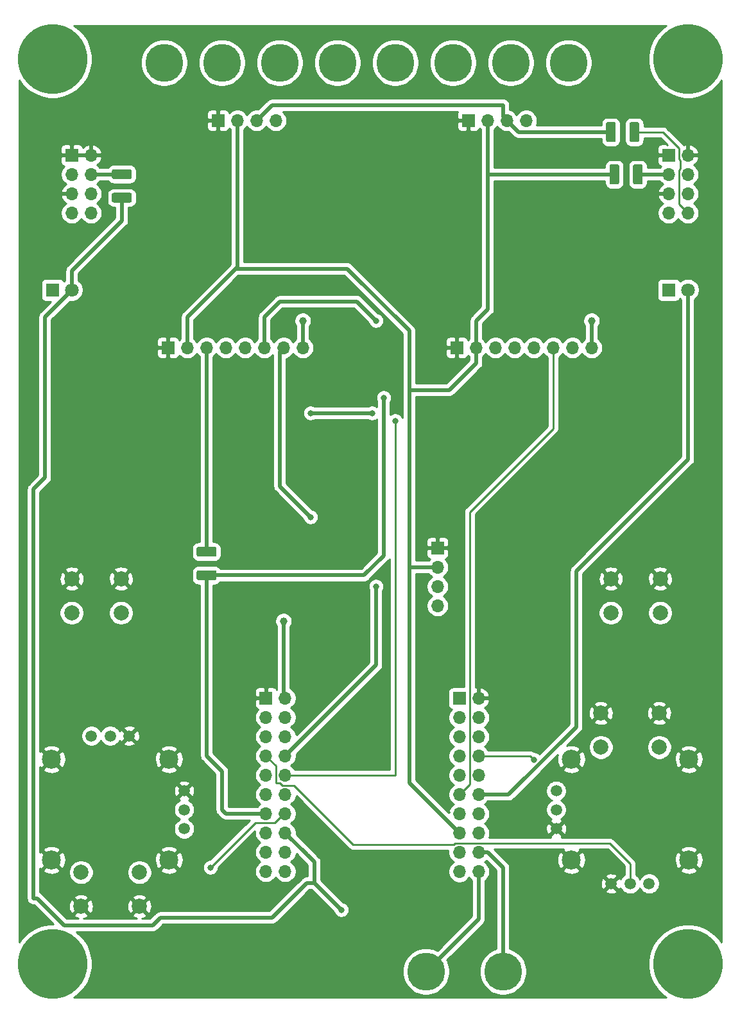
<source format=gbr>
%TF.GenerationSoftware,KiCad,Pcbnew,5.1.10*%
%TF.CreationDate,2021-06-28T20:45:46+02:00*%
%TF.ProjectId,lni-badge,6c6e692d-6261-4646-9765-2e6b69636164,rev?*%
%TF.SameCoordinates,Original*%
%TF.FileFunction,Copper,L1,Top*%
%TF.FilePolarity,Positive*%
%FSLAX46Y46*%
G04 Gerber Fmt 4.6, Leading zero omitted, Abs format (unit mm)*
G04 Created by KiCad (PCBNEW 5.1.10) date 2021-06-28 20:45:46*
%MOMM*%
%LPD*%
G01*
G04 APERTURE LIST*
%TA.AperFunction,ComponentPad*%
%ADD10C,2.500000*%
%TD*%
%TA.AperFunction,ComponentPad*%
%ADD11C,1.500000*%
%TD*%
%TA.AperFunction,ComponentPad*%
%ADD12C,2.000000*%
%TD*%
%TA.AperFunction,SMDPad,CuDef*%
%ADD13C,1.000000*%
%TD*%
%TA.AperFunction,ComponentPad*%
%ADD14O,1.700000X1.700000*%
%TD*%
%TA.AperFunction,ComponentPad*%
%ADD15R,1.700000X1.700000*%
%TD*%
%TA.AperFunction,ConnectorPad*%
%ADD16C,5.000000*%
%TD*%
%TA.AperFunction,ComponentPad*%
%ADD17C,2.900000*%
%TD*%
%TA.AperFunction,ComponentPad*%
%ADD18C,9.200000*%
%TD*%
%TA.AperFunction,ComponentPad*%
%ADD19C,1.800000*%
%TD*%
%TA.AperFunction,ComponentPad*%
%ADD20R,1.800000X1.800000*%
%TD*%
%TA.AperFunction,ViaPad*%
%ADD21C,0.800000*%
%TD*%
%TA.AperFunction,Conductor*%
%ADD22C,0.250000*%
%TD*%
%TA.AperFunction,Conductor*%
%ADD23C,0.500000*%
%TD*%
%TA.AperFunction,Conductor*%
%ADD24C,0.254000*%
%TD*%
%TA.AperFunction,Conductor*%
%ADD25C,0.100000*%
%TD*%
G04 APERTURE END LIST*
D10*
%TO.P,U2,SH*%
%TO.N,GND*%
X159890000Y-122890000D03*
X175390000Y-122890000D03*
X175390000Y-136190000D03*
X159890000Y-136190000D03*
D11*
%TO.P,U2,X2*%
%TO.N,/JOYST_B_X*%
X157890000Y-129540000D03*
%TO.P,U2,X1*%
%TO.N,/3V3_REF*%
X157890000Y-127040000D03*
%TO.P,U2,X3*%
%TO.N,GND*%
X157890000Y-132040000D03*
%TO.P,U2,Y2*%
%TO.N,/JOYST_B_Y*%
X167640000Y-139290000D03*
%TO.P,U2,Y1*%
%TO.N,GND*%
X165140000Y-139290000D03*
%TO.P,U2,Y3*%
%TO.N,/3V3_REF*%
X170140000Y-139290000D03*
D12*
%TO.P,U2,SW1*%
%TO.N,Net-(R5-Pad2)*%
X163790000Y-121290000D03*
X171490000Y-121290000D03*
%TO.P,U2,SW2*%
%TO.N,GND*%
X171490000Y-116790000D03*
X163790000Y-116790000D03*
%TD*%
D10*
%TO.P,U1,SH*%
%TO.N,GND*%
X106810000Y-136190000D03*
X91310000Y-136190000D03*
X91310000Y-122890000D03*
X106810000Y-122890000D03*
D11*
%TO.P,U1,X2*%
%TO.N,/JOYST_A_X*%
X108810000Y-129540000D03*
%TO.P,U1,X1*%
%TO.N,/3V3_REF*%
X108810000Y-132040000D03*
%TO.P,U1,X3*%
%TO.N,GND*%
X108810000Y-127040000D03*
%TO.P,U1,Y2*%
%TO.N,/JOYST_A_Y*%
X99060000Y-119790000D03*
%TO.P,U1,Y1*%
%TO.N,GND*%
X101560000Y-119790000D03*
%TO.P,U1,Y3*%
%TO.N,/3V3_REF*%
X96560000Y-119790000D03*
D12*
%TO.P,U1,SW1*%
%TO.N,Net-(R1-Pad2)*%
X102910000Y-137790000D03*
X95210000Y-137790000D03*
%TO.P,U1,SW2*%
%TO.N,GND*%
X95210000Y-142290000D03*
X102910000Y-142290000D03*
%TD*%
D13*
%TO.P,TP3,1*%
%TO.N,Net-(J4-Pad2)*%
X121920000Y-104648000D03*
%TD*%
%TO.P,TP2,1*%
%TO.N,Net-(J6-Pad8)*%
X162560000Y-65024000D03*
%TD*%
%TO.P,TP1,1*%
%TO.N,Net-(J2-Pad8)*%
X124460000Y-65024000D03*
%TD*%
D12*
%TO.P,SW2,1*%
%TO.N,GND*%
X171600000Y-99060000D03*
%TO.P,SW2,2*%
%TO.N,Net-(R4-Pad2)*%
X171600000Y-103560000D03*
%TO.P,SW2,1*%
%TO.N,GND*%
X165100000Y-99060000D03*
%TO.P,SW2,2*%
%TO.N,Net-(R4-Pad2)*%
X165100000Y-103560000D03*
%TD*%
%TO.P,SW1,1*%
%TO.N,GND*%
X100480000Y-99060000D03*
%TO.P,SW1,2*%
%TO.N,Net-(R3-Pad2)*%
X100480000Y-103560000D03*
%TO.P,SW1,1*%
%TO.N,GND*%
X93980000Y-99060000D03*
%TO.P,SW1,2*%
%TO.N,Net-(R3-Pad2)*%
X93980000Y-103560000D03*
%TD*%
%TO.P,R20,2*%
%TO.N,Net-(J8-Pad8)*%
%TA.AperFunction,SMDPad,CuDef*%
G36*
G01*
X167550000Y-41207000D02*
X167550000Y-39057000D01*
G75*
G02*
X167800000Y-38807000I250000J0D01*
G01*
X168600000Y-38807000D01*
G75*
G02*
X168850000Y-39057000I0J-250000D01*
G01*
X168850000Y-41207000D01*
G75*
G02*
X168600000Y-41457000I-250000J0D01*
G01*
X167800000Y-41457000D01*
G75*
G02*
X167550000Y-41207000I0J250000D01*
G01*
G37*
%TD.AperFunction*%
%TO.P,R20,1*%
%TO.N,/I2C_SCL*%
%TA.AperFunction,SMDPad,CuDef*%
G36*
G01*
X164450000Y-41207000D02*
X164450000Y-39057000D01*
G75*
G02*
X164700000Y-38807000I250000J0D01*
G01*
X165500000Y-38807000D01*
G75*
G02*
X165750000Y-39057000I0J-250000D01*
G01*
X165750000Y-41207000D01*
G75*
G02*
X165500000Y-41457000I-250000J0D01*
G01*
X164700000Y-41457000D01*
G75*
G02*
X164450000Y-41207000I0J250000D01*
G01*
G37*
%TD.AperFunction*%
%TD*%
%TO.P,R15,2*%
%TO.N,Net-(J7-Pad4)*%
%TA.AperFunction,SMDPad,CuDef*%
G36*
G01*
X101659000Y-46344000D02*
X99509000Y-46344000D01*
G75*
G02*
X99259000Y-46094000I0J250000D01*
G01*
X99259000Y-45294000D01*
G75*
G02*
X99509000Y-45044000I250000J0D01*
G01*
X101659000Y-45044000D01*
G75*
G02*
X101909000Y-45294000I0J-250000D01*
G01*
X101909000Y-46094000D01*
G75*
G02*
X101659000Y-46344000I-250000J0D01*
G01*
G37*
%TD.AperFunction*%
%TO.P,R15,1*%
%TO.N,+3V3*%
%TA.AperFunction,SMDPad,CuDef*%
G36*
G01*
X101659000Y-49444000D02*
X99509000Y-49444000D01*
G75*
G02*
X99259000Y-49194000I0J250000D01*
G01*
X99259000Y-48394000D01*
G75*
G02*
X99509000Y-48144000I250000J0D01*
G01*
X101659000Y-48144000D01*
G75*
G02*
X101909000Y-48394000I0J-250000D01*
G01*
X101909000Y-49194000D01*
G75*
G02*
X101659000Y-49444000I-250000J0D01*
G01*
G37*
%TD.AperFunction*%
%TD*%
%TO.P,R12,2*%
%TO.N,+5V*%
%TA.AperFunction,SMDPad,CuDef*%
G36*
G01*
X166206000Y-44645000D02*
X166206000Y-46795000D01*
G75*
G02*
X165956000Y-47045000I-250000J0D01*
G01*
X165156000Y-47045000D01*
G75*
G02*
X164906000Y-46795000I0J250000D01*
G01*
X164906000Y-44645000D01*
G75*
G02*
X165156000Y-44395000I250000J0D01*
G01*
X165956000Y-44395000D01*
G75*
G02*
X166206000Y-44645000I0J-250000D01*
G01*
G37*
%TD.AperFunction*%
%TO.P,R12,1*%
%TO.N,Net-(J8-Pad3)*%
%TA.AperFunction,SMDPad,CuDef*%
G36*
G01*
X169306000Y-44645000D02*
X169306000Y-46795000D01*
G75*
G02*
X169056000Y-47045000I-250000J0D01*
G01*
X168256000Y-47045000D01*
G75*
G02*
X168006000Y-46795000I0J250000D01*
G01*
X168006000Y-44645000D01*
G75*
G02*
X168256000Y-44395000I250000J0D01*
G01*
X169056000Y-44395000D01*
G75*
G02*
X169306000Y-44645000I0J-250000D01*
G01*
G37*
%TD.AperFunction*%
%TD*%
%TO.P,R6,2*%
%TO.N,/SPI_CLK*%
%TA.AperFunction,SMDPad,CuDef*%
G36*
G01*
X110685000Y-97954000D02*
X112835000Y-97954000D01*
G75*
G02*
X113085000Y-98204000I0J-250000D01*
G01*
X113085000Y-99004000D01*
G75*
G02*
X112835000Y-99254000I-250000J0D01*
G01*
X110685000Y-99254000D01*
G75*
G02*
X110435000Y-99004000I0J250000D01*
G01*
X110435000Y-98204000D01*
G75*
G02*
X110685000Y-97954000I250000J0D01*
G01*
G37*
%TD.AperFunction*%
%TO.P,R6,1*%
%TO.N,Net-(J2-Pad3)*%
%TA.AperFunction,SMDPad,CuDef*%
G36*
G01*
X110685000Y-94854000D02*
X112835000Y-94854000D01*
G75*
G02*
X113085000Y-95104000I0J-250000D01*
G01*
X113085000Y-95904000D01*
G75*
G02*
X112835000Y-96154000I-250000J0D01*
G01*
X110685000Y-96154000D01*
G75*
G02*
X110435000Y-95904000I0J250000D01*
G01*
X110435000Y-95104000D01*
G75*
G02*
X110685000Y-94854000I250000J0D01*
G01*
G37*
%TD.AperFunction*%
%TD*%
D14*
%TO.P,J9,20*%
%TO.N,Net-(H13-Pad1)*%
X147650200Y-137693400D03*
%TO.P,J9,19*%
%TO.N,Net-(J9-Pad19)*%
X145110200Y-137693400D03*
%TO.P,J9,18*%
%TO.N,Net-(H14-Pad1)*%
X147650200Y-135153400D03*
%TO.P,J9,17*%
%TO.N,Net-(J9-Pad17)*%
X145110200Y-135153400D03*
%TO.P,J9,16*%
%TO.N,/But_B*%
X147650200Y-132613400D03*
%TO.P,J9,15*%
%TO.N,+5V*%
X145110200Y-132613400D03*
%TO.P,J9,14*%
%TO.N,Net-(J9-Pad14)*%
X147650200Y-130073400D03*
%TO.P,J9,13*%
%TO.N,GND*%
X145110200Y-130073400D03*
%TO.P,J9,12*%
%TO.N,/LED*%
X147650200Y-127533400D03*
%TO.P,J9,11*%
%TO.N,/DC*%
X145110200Y-127533400D03*
%TO.P,J9,10*%
%TO.N,/But_JOYST_B*%
X147650200Y-124993400D03*
%TO.P,J9,9*%
%TO.N,/DISP_RST_1*%
X145110200Y-124993400D03*
%TO.P,J9,8*%
%TO.N,/JOYST_B_X*%
X147650200Y-122453400D03*
%TO.P,J9,7*%
%TO.N,/I2C_SDA*%
X145110200Y-122453400D03*
%TO.P,J9,6*%
%TO.N,/DAC_2*%
X147650200Y-119913400D03*
%TO.P,J9,5*%
%TO.N,/I2C_SCL*%
X145110200Y-119913400D03*
%TO.P,J9,4*%
%TO.N,Net-(J9-Pad4)*%
X147650200Y-117373400D03*
%TO.P,J9,3*%
%TO.N,/UART_RX*%
X145110200Y-117373400D03*
%TO.P,J9,2*%
%TO.N,GND*%
X147650200Y-114833400D03*
D15*
%TO.P,J9,1*%
%TO.N,/UART_TX*%
X145110200Y-114833400D03*
%TD*%
D14*
%TO.P,J8,8*%
%TO.N,Net-(J8-Pad8)*%
X175260000Y-50800000D03*
%TO.P,J8,7*%
%TO.N,Net-(J8-Pad7)*%
X172720000Y-50800000D03*
%TO.P,J8,6*%
%TO.N,Net-(J8-Pad6)*%
X175260000Y-48260000D03*
%TO.P,J8,5*%
%TO.N,GND*%
X172720000Y-48260000D03*
%TO.P,J8,4*%
%TO.N,Net-(J8-Pad4)*%
X175260000Y-45720000D03*
%TO.P,J8,3*%
%TO.N,Net-(J8-Pad3)*%
X172720000Y-45720000D03*
%TO.P,J8,2*%
%TO.N,GND*%
X175260000Y-43180000D03*
D15*
%TO.P,J8,1*%
X172720000Y-43180000D03*
%TD*%
D14*
%TO.P,J7,8*%
%TO.N,Net-(J7-Pad8)*%
X96520000Y-50800000D03*
%TO.P,J7,7*%
%TO.N,Net-(J7-Pad7)*%
X93980000Y-50800000D03*
%TO.P,J7,6*%
%TO.N,Net-(J7-Pad6)*%
X96520000Y-48260000D03*
%TO.P,J7,5*%
%TO.N,GND*%
X93980000Y-48260000D03*
%TO.P,J7,4*%
%TO.N,Net-(J7-Pad4)*%
X96520000Y-45720000D03*
%TO.P,J7,3*%
%TO.N,Net-(J7-Pad3)*%
X93980000Y-45720000D03*
%TO.P,J7,2*%
%TO.N,GND*%
X96520000Y-43180000D03*
D15*
%TO.P,J7,1*%
X93980000Y-43180000D03*
%TD*%
D14*
%TO.P,J6,8*%
%TO.N,Net-(J6-Pad8)*%
X162560000Y-68580000D03*
%TO.P,J6,7*%
%TO.N,/SPI_CS_2*%
X160020000Y-68580000D03*
%TO.P,J6,6*%
%TO.N,/DC*%
X157480000Y-68580000D03*
%TO.P,J6,5*%
%TO.N,/DISP_RST_2*%
X154940000Y-68580000D03*
%TO.P,J6,4*%
%TO.N,Net-(J6-Pad4)*%
X152400000Y-68580000D03*
%TO.P,J6,3*%
%TO.N,Net-(J6-Pad3)*%
X149860000Y-68580000D03*
%TO.P,J6,2*%
%TO.N,+5V*%
X147320000Y-68580000D03*
D15*
%TO.P,J6,1*%
%TO.N,GND*%
X144780000Y-68580000D03*
%TD*%
D14*
%TO.P,J5,4*%
%TO.N,/I2C_SDA*%
X153924000Y-38608000D03*
%TO.P,J5,3*%
%TO.N,/I2C_SCL*%
X151384000Y-38608000D03*
%TO.P,J5,2*%
%TO.N,+5V*%
X148844000Y-38608000D03*
D15*
%TO.P,J5,1*%
%TO.N,GND*%
X146304000Y-38608000D03*
%TD*%
D14*
%TO.P,J4,20*%
%TO.N,Net-(J4-Pad20)*%
X122123200Y-137668000D03*
%TO.P,J4,19*%
%TO.N,Net-(J4-Pad19)*%
X119583200Y-137668000D03*
%TO.P,J4,18*%
%TO.N,/SPI_MOSI*%
X122123200Y-135128000D03*
%TO.P,J4,17*%
%TO.N,Net-(J4-Pad17)*%
X119583200Y-135128000D03*
%TO.P,J4,16*%
%TO.N,+3V3*%
X122123200Y-132588000D03*
%TO.P,J4,15*%
%TO.N,Net-(J4-Pad15)*%
X119583200Y-132588000D03*
%TO.P,J4,14*%
%TO.N,/But_JOYST_A*%
X122123200Y-130048000D03*
%TO.P,J4,13*%
%TO.N,/SPI_CLK*%
X119583200Y-130048000D03*
%TO.P,J4,12*%
%TO.N,/SPI_CS_1*%
X122123200Y-127508000D03*
%TO.P,J4,11*%
%TO.N,/JOYST_A_Y*%
X119583200Y-127508000D03*
%TO.P,J4,10*%
%TO.N,/DISP_RST_2*%
X122123200Y-124968000D03*
%TO.P,J4,9*%
%TO.N,/JOYST_A_X*%
X119583200Y-124968000D03*
%TO.P,J4,8*%
%TO.N,/SPI_CS_2*%
X122123200Y-122428000D03*
%TO.P,J4,7*%
%TO.N,/JOYST_B_Y*%
X119583200Y-122428000D03*
%TO.P,J4,6*%
%TO.N,/DAC_1*%
X122123200Y-119888000D03*
%TO.P,J4,5*%
%TO.N,/But_A*%
X119583200Y-119888000D03*
%TO.P,J4,4*%
%TO.N,Net-(J4-Pad4)*%
X122123200Y-117348000D03*
%TO.P,J4,3*%
%TO.N,Net-(J4-Pad3)*%
X119583200Y-117348000D03*
%TO.P,J4,2*%
%TO.N,Net-(J4-Pad2)*%
X122123200Y-114808000D03*
D15*
%TO.P,J4,1*%
%TO.N,GND*%
X119583200Y-114808000D03*
%TD*%
D14*
%TO.P,J3,4*%
%TO.N,/I2C_SDA*%
X120904000Y-38608000D03*
%TO.P,J3,3*%
%TO.N,/I2C_SCL*%
X118364000Y-38608000D03*
%TO.P,J3,2*%
%TO.N,+5V*%
X115824000Y-38608000D03*
D15*
%TO.P,J3,1*%
%TO.N,GND*%
X113284000Y-38608000D03*
%TD*%
D14*
%TO.P,J2,8*%
%TO.N,Net-(J2-Pad8)*%
X124460000Y-68580000D03*
%TO.P,J2,7*%
%TO.N,/SPI_CS_1*%
X121920000Y-68580000D03*
%TO.P,J2,6*%
%TO.N,/DC*%
X119380000Y-68580000D03*
%TO.P,J2,5*%
%TO.N,/DISP_RST_1*%
X116840000Y-68580000D03*
%TO.P,J2,4*%
%TO.N,Net-(J2-Pad4)*%
X114300000Y-68580000D03*
%TO.P,J2,3*%
%TO.N,Net-(J2-Pad3)*%
X111760000Y-68580000D03*
%TO.P,J2,2*%
%TO.N,+5V*%
X109220000Y-68580000D03*
D15*
%TO.P,J2,1*%
%TO.N,GND*%
X106680000Y-68580000D03*
%TD*%
D14*
%TO.P,J1,4*%
%TO.N,/UART_RX*%
X142240000Y-102616000D03*
%TO.P,J1,3*%
%TO.N,/UART_TX*%
X142240000Y-100076000D03*
%TO.P,J1,2*%
%TO.N,+5V*%
X142240000Y-97536000D03*
D15*
%TO.P,J1,1*%
%TO.N,GND*%
X142240000Y-94996000D03*
%TD*%
D16*
%TO.P,H14,1*%
%TO.N,Net-(H14-Pad1)*%
X150876000Y-150876000D03*
D17*
X150876000Y-150876000D03*
%TD*%
D16*
%TO.P,H13,1*%
%TO.N,Net-(H13-Pad1)*%
X140716000Y-150876000D03*
D17*
X140716000Y-150876000D03*
%TD*%
D16*
%TO.P,H12,1*%
%TO.N,Net-(H12-Pad1)*%
X159512000Y-30988000D03*
D17*
X159512000Y-30988000D03*
%TD*%
D16*
%TO.P,H11,1*%
%TO.N,Net-(H11-Pad1)*%
X151892000Y-30988000D03*
D17*
X151892000Y-30988000D03*
%TD*%
D16*
%TO.P,H10,1*%
%TO.N,Net-(H10-Pad1)*%
X144272000Y-30988000D03*
D17*
X144272000Y-30988000D03*
%TD*%
D16*
%TO.P,H9,1*%
%TO.N,Net-(H9-Pad1)*%
X136652000Y-30988000D03*
D17*
X136652000Y-30988000D03*
%TD*%
D16*
%TO.P,H8,1*%
%TO.N,Net-(H8-Pad1)*%
X129032000Y-30988000D03*
D17*
X129032000Y-30988000D03*
%TD*%
D16*
%TO.P,H7,1*%
%TO.N,Net-(H7-Pad1)*%
X121412000Y-30988000D03*
D17*
X121412000Y-30988000D03*
%TD*%
D16*
%TO.P,H6,1*%
%TO.N,Net-(H6-Pad1)*%
X113792000Y-30988000D03*
D17*
X113792000Y-30988000D03*
%TD*%
D16*
%TO.P,H5,1*%
%TO.N,Net-(H5-Pad1)*%
X106172000Y-30988000D03*
D17*
X106172000Y-30988000D03*
%TD*%
D18*
%TO.P,H4,1*%
%TO.N,N/C*%
X175260000Y-149860000D03*
%TD*%
%TO.P,H3,1*%
%TO.N,N/C*%
X91440000Y-149860000D03*
%TD*%
%TO.P,H2,1*%
%TO.N,N/C*%
X175260000Y-30480000D03*
%TD*%
%TO.P,H1,1*%
%TO.N,N/C*%
X91440000Y-30480000D03*
%TD*%
D19*
%TO.P,D2,2*%
%TO.N,/LED*%
X175260000Y-60960000D03*
D20*
%TO.P,D2,1*%
%TO.N,Net-(D2-Pad1)*%
X172720000Y-60960000D03*
%TD*%
D19*
%TO.P,D1,2*%
%TO.N,+3V3*%
X93980000Y-60960000D03*
D20*
%TO.P,D1,1*%
%TO.N,Net-(D1-Pad1)*%
X91440000Y-60960000D03*
%TD*%
D21*
%TO.N,/But_JOYST_A*%
X112268000Y-137160000D03*
%TO.N,/JOYST_B_X*%
X154940000Y-122936000D03*
%TO.N,+3V3*%
X129540000Y-142748000D03*
%TO.N,/SPI_CS_1*%
X125476000Y-90932000D03*
%TO.N,/DC*%
X134112000Y-65024000D03*
%TO.N,/SPI_MOSI*%
X133604000Y-77216000D03*
X125476000Y-77216000D03*
%TO.N,/SPI_CLK*%
X135128000Y-75184000D03*
%TO.N,/DISP_RST_2*%
X136652000Y-78232000D03*
%TO.N,/SPI_CS_2*%
X134112000Y-100076000D03*
%TD*%
D22*
%TO.N,/But_JOYST_A*%
X118204999Y-131223001D02*
X120744999Y-131223001D01*
X112268000Y-137160000D02*
X118204999Y-131223001D01*
X121920000Y-130048000D02*
X122123200Y-130048000D01*
X120744999Y-131223001D02*
X121920000Y-130048000D01*
%TO.N,/JOYST_B_X*%
X154457400Y-122453400D02*
X147650200Y-122453400D01*
X154940000Y-122936000D02*
X154457400Y-122453400D01*
%TO.N,/JOYST_B_Y*%
X167640000Y-136652000D02*
X167640000Y-139290000D01*
X164966399Y-133978399D02*
X167640000Y-136652000D01*
X144546199Y-133978399D02*
X164966399Y-133978399D01*
X144412598Y-134112000D02*
X144546199Y-133978399D01*
X123284999Y-126332999D02*
X131064000Y-134112000D01*
X121760999Y-126332999D02*
X123284999Y-126332999D01*
X121412000Y-125984000D02*
X121760999Y-126332999D01*
X120904000Y-125984000D02*
X121412000Y-125984000D01*
X131064000Y-134112000D02*
X144412598Y-134112000D01*
X120904000Y-123748800D02*
X120904000Y-125984000D01*
X119583200Y-122428000D02*
X120904000Y-123748800D01*
D23*
%TO.N,+3V3*%
X93980000Y-60960000D02*
X93980000Y-58420000D01*
X100584000Y-51816000D02*
X100584000Y-48794000D01*
X93980000Y-58420000D02*
X100584000Y-51816000D01*
X93980000Y-60960000D02*
X90424000Y-64516000D01*
X90424000Y-85744002D02*
X88900000Y-87268002D01*
X90424000Y-64516000D02*
X90424000Y-85744002D01*
X88900000Y-87268002D02*
X88900000Y-141224000D01*
X105664000Y-143764000D02*
X120396000Y-143764000D01*
X120396000Y-143764000D02*
X124968000Y-139192000D01*
X124968000Y-135432800D02*
X122123200Y-132588000D01*
X88900000Y-141224000D02*
X89408000Y-141224000D01*
X89408000Y-141224000D02*
X92964000Y-144780000D01*
X104648000Y-144780000D02*
X105664000Y-143764000D01*
X92964000Y-144780000D02*
X104648000Y-144780000D01*
X129540000Y-142748000D02*
X125984000Y-139192000D01*
X125984000Y-136448800D02*
X122123200Y-132588000D01*
X125984000Y-139192000D02*
X125984000Y-136448800D01*
X124968000Y-139192000D02*
X125984000Y-139192000D01*
%TO.N,/LED*%
X147650200Y-127533400D02*
X148869400Y-127533400D01*
X148869400Y-127533400D02*
X149326600Y-127533400D01*
X175260000Y-83312000D02*
X175260000Y-60960000D01*
X160528000Y-98044000D02*
X175260000Y-83312000D01*
X160528000Y-118606002D02*
X160528000Y-98044000D01*
X151600602Y-127533400D02*
X160528000Y-118606002D01*
X148869400Y-127533400D02*
X151600602Y-127533400D01*
%TO.N,Net-(H13-Pad1)*%
X147650200Y-143941800D02*
X140716000Y-150876000D01*
X147650200Y-137693400D02*
X147650200Y-143941800D01*
%TO.N,Net-(H14-Pad1)*%
X147650200Y-135153400D02*
X148869400Y-135153400D01*
X150876000Y-137160000D02*
X150876000Y-150876000D01*
X148869400Y-135153400D02*
X150876000Y-137160000D01*
%TO.N,+5V*%
X115824000Y-38608000D02*
X115824000Y-57912000D01*
X109220000Y-64516000D02*
X109220000Y-68580000D01*
X148844000Y-63500000D02*
X147320000Y-65024000D01*
X147320000Y-70612000D02*
X147320000Y-68580000D01*
X143764000Y-74168000D02*
X147320000Y-70612000D01*
X138491992Y-74360008D02*
X138684000Y-74168000D01*
X145110200Y-132613400D02*
X138491992Y-125995192D01*
X138684000Y-74168000D02*
X143764000Y-74168000D01*
X165556000Y-45720000D02*
X148844000Y-45720000D01*
X148844000Y-45720000D02*
X148844000Y-63500000D01*
X148844000Y-38608000D02*
X148844000Y-45720000D01*
X109474000Y-64262000D02*
X109220000Y-64516000D01*
X147320000Y-65532000D02*
X147320000Y-68580000D01*
X147320000Y-65024000D02*
X147320000Y-65532000D01*
D22*
X138684000Y-97536000D02*
X138491992Y-97728008D01*
D23*
X138491992Y-125995192D02*
X138491992Y-97728008D01*
X138684000Y-97536000D02*
X138491992Y-97343992D01*
X142240000Y-97536000D02*
X138684000Y-97536000D01*
X138491992Y-97728008D02*
X138491992Y-97343992D01*
X115570000Y-58166000D02*
X130302000Y-58166000D01*
X115824000Y-57912000D02*
X115570000Y-58166000D01*
X115570000Y-58166000D02*
X109474000Y-64262000D01*
X138491992Y-66355992D02*
X138491992Y-74483992D01*
X130302000Y-58166000D02*
X138491992Y-66355992D01*
X138491992Y-74483992D02*
X138491992Y-74360008D01*
X138491992Y-97343992D02*
X138491992Y-74483992D01*
%TO.N,Net-(J2-Pad8)*%
X124460000Y-65024000D02*
X124460000Y-68580000D01*
%TO.N,/SPI_CS_1*%
X121412000Y-69088000D02*
X121920000Y-68580000D01*
X121412000Y-86868000D02*
X121412000Y-69088000D01*
X125476000Y-90932000D02*
X121412000Y-86868000D01*
D22*
%TO.N,/DC*%
X146475199Y-126168401D02*
X146475199Y-90252801D01*
X145110200Y-127533400D02*
X146475199Y-126168401D01*
X157480000Y-79248000D02*
X157480000Y-68580000D01*
X146475199Y-90252801D02*
X157480000Y-79248000D01*
D23*
X119380000Y-68580000D02*
X119380000Y-64516000D01*
X119380000Y-64516000D02*
X121412000Y-62484000D01*
X121412000Y-62484000D02*
X131572000Y-62484000D01*
X131572000Y-62484000D02*
X134112000Y-65024000D01*
%TO.N,Net-(J2-Pad3)*%
X111760000Y-68580000D02*
X111760000Y-95504000D01*
%TO.N,/I2C_SCL*%
X118364000Y-38608000D02*
X120396000Y-36576000D01*
X120396000Y-36576000D02*
X150876000Y-36576000D01*
X150876000Y-38100000D02*
X151384000Y-38608000D01*
X150876000Y-36576000D02*
X150876000Y-38100000D01*
X152908000Y-40132000D02*
X151384000Y-38608000D01*
X165100000Y-40132000D02*
X152908000Y-40132000D01*
%TO.N,/SPI_MOSI*%
X133604000Y-77216000D02*
X126492000Y-77216000D01*
X126492000Y-77216000D02*
X125476000Y-77216000D01*
%TO.N,/SPI_CLK*%
X111760000Y-98604000D02*
X111760000Y-122428000D01*
X111760000Y-122428000D02*
X113792000Y-124460000D01*
X113792000Y-124460000D02*
X113792000Y-129540000D01*
X114300000Y-130048000D02*
X119583200Y-130048000D01*
X113792000Y-129540000D02*
X114300000Y-130048000D01*
X135128000Y-75184000D02*
X135128000Y-96012000D01*
X132536000Y-98604000D02*
X111760000Y-98604000D01*
X135128000Y-96012000D02*
X132536000Y-98604000D01*
D22*
%TO.N,/DISP_RST_2*%
X122123200Y-124968000D02*
X136652000Y-124968000D01*
X136652000Y-124968000D02*
X136652000Y-91948000D01*
X136652000Y-91948000D02*
X136652000Y-78232000D01*
D23*
%TO.N,/SPI_CS_2*%
X122123200Y-122428000D02*
X134112000Y-110439200D01*
X134112000Y-110439200D02*
X134112000Y-100076000D01*
%TO.N,Net-(J4-Pad2)*%
X121920000Y-114604800D02*
X122123200Y-114808000D01*
X121920000Y-104648000D02*
X121920000Y-114604800D01*
%TO.N,Net-(J6-Pad8)*%
X162560000Y-65024000D02*
X162560000Y-68580000D01*
%TO.N,Net-(J7-Pad4)*%
X100558000Y-45720000D02*
X100584000Y-45694000D01*
X96520000Y-45720000D02*
X100558000Y-45720000D01*
D22*
%TO.N,Net-(J8-Pad8)*%
X174244000Y-44996998D02*
X174084999Y-45155999D01*
X174244000Y-43903002D02*
X174244000Y-44996998D01*
X174084999Y-49624999D02*
X175260000Y-50800000D01*
X174084999Y-43744001D02*
X174244000Y-43903002D01*
X174084999Y-42259997D02*
X174084999Y-43744001D01*
X171957002Y-40132000D02*
X174084999Y-42259997D01*
X174084999Y-45155999D02*
X174084999Y-49624999D01*
X168200000Y-40132000D02*
X171957002Y-40132000D01*
D23*
%TO.N,Net-(J8-Pad3)*%
X168656000Y-45720000D02*
X172720000Y-45720000D01*
%TD*%
D24*
%TO.N,GND*%
X171922882Y-26413710D02*
X171193710Y-27142882D01*
X170620803Y-28000298D01*
X170226178Y-28953007D01*
X170025000Y-29964397D01*
X170025000Y-30995603D01*
X170226178Y-32006993D01*
X170620803Y-32959702D01*
X171193710Y-33817118D01*
X171922882Y-34546290D01*
X172780298Y-35119197D01*
X173733007Y-35513822D01*
X174744397Y-35715000D01*
X175775603Y-35715000D01*
X176786993Y-35513822D01*
X177739702Y-35119197D01*
X178597118Y-34546290D01*
X179326290Y-33817118D01*
X179655000Y-33325169D01*
X179655001Y-147014833D01*
X179326290Y-146522882D01*
X178597118Y-145793710D01*
X177739702Y-145220803D01*
X176786993Y-144826178D01*
X175775603Y-144625000D01*
X174744397Y-144625000D01*
X173733007Y-144826178D01*
X172780298Y-145220803D01*
X171922882Y-145793710D01*
X171193710Y-146522882D01*
X170620803Y-147380298D01*
X170226178Y-148333007D01*
X170025000Y-149344397D01*
X170025000Y-150375603D01*
X170226178Y-151386993D01*
X170620803Y-152339702D01*
X171193710Y-153197118D01*
X171922882Y-153926290D01*
X172414831Y-154255000D01*
X94285169Y-154255000D01*
X94777118Y-153926290D01*
X95506290Y-153197118D01*
X96079197Y-152339702D01*
X96473822Y-151386993D01*
X96675000Y-150375603D01*
X96675000Y-149344397D01*
X96473822Y-148333007D01*
X96079197Y-147380298D01*
X95506290Y-146522882D01*
X94777118Y-145793710D01*
X94584490Y-145665000D01*
X104604531Y-145665000D01*
X104648000Y-145669281D01*
X104691469Y-145665000D01*
X104691477Y-145665000D01*
X104821490Y-145652195D01*
X104988313Y-145601589D01*
X105142059Y-145519411D01*
X105276817Y-145408817D01*
X105304534Y-145375044D01*
X106030579Y-144649000D01*
X120352531Y-144649000D01*
X120396000Y-144653281D01*
X120439469Y-144649000D01*
X120439477Y-144649000D01*
X120569490Y-144636195D01*
X120736313Y-144585589D01*
X120890059Y-144503411D01*
X121024817Y-144392817D01*
X121052534Y-144359044D01*
X125334579Y-140077000D01*
X125617422Y-140077000D01*
X128533465Y-142993044D01*
X128544774Y-143049898D01*
X128622795Y-143238256D01*
X128736063Y-143407774D01*
X128880226Y-143551937D01*
X129049744Y-143665205D01*
X129238102Y-143743226D01*
X129438061Y-143783000D01*
X129641939Y-143783000D01*
X129841898Y-143743226D01*
X130030256Y-143665205D01*
X130199774Y-143551937D01*
X130343937Y-143407774D01*
X130457205Y-143238256D01*
X130535226Y-143049898D01*
X130575000Y-142849939D01*
X130575000Y-142646061D01*
X130535226Y-142446102D01*
X130457205Y-142257744D01*
X130343937Y-142088226D01*
X130199774Y-141944063D01*
X130030256Y-141830795D01*
X129841898Y-141752774D01*
X129785044Y-141741465D01*
X126869000Y-138825422D01*
X126869000Y-136492269D01*
X126873281Y-136448800D01*
X126869000Y-136405331D01*
X126869000Y-136405323D01*
X126856195Y-136275310D01*
X126805589Y-136108487D01*
X126723411Y-135954741D01*
X126700529Y-135926859D01*
X126640532Y-135853753D01*
X126640530Y-135853751D01*
X126612817Y-135819983D01*
X126579049Y-135792270D01*
X124624189Y-133837410D01*
X123593739Y-132806961D01*
X123608200Y-132734260D01*
X123608200Y-132441740D01*
X123551132Y-132154842D01*
X123439190Y-131884589D01*
X123276675Y-131641368D01*
X123069832Y-131434525D01*
X122895440Y-131318000D01*
X123069832Y-131201475D01*
X123276675Y-130994632D01*
X123439190Y-130751411D01*
X123551132Y-130481158D01*
X123608200Y-130194260D01*
X123608200Y-129901740D01*
X123551132Y-129614842D01*
X123439190Y-129344589D01*
X123276675Y-129101368D01*
X123069832Y-128894525D01*
X122895440Y-128778000D01*
X123069832Y-128661475D01*
X123276675Y-128454632D01*
X123439190Y-128211411D01*
X123551132Y-127941158D01*
X123595468Y-127718269D01*
X130500201Y-134623003D01*
X130523999Y-134652001D01*
X130639724Y-134746974D01*
X130771753Y-134817546D01*
X130915014Y-134861003D01*
X131026667Y-134872000D01*
X131026675Y-134872000D01*
X131064000Y-134875676D01*
X131101325Y-134872000D01*
X143652081Y-134872000D01*
X143625200Y-135007140D01*
X143625200Y-135299660D01*
X143682268Y-135586558D01*
X143794210Y-135856811D01*
X143956725Y-136100032D01*
X144163568Y-136306875D01*
X144337960Y-136423400D01*
X144163568Y-136539925D01*
X143956725Y-136746768D01*
X143794210Y-136989989D01*
X143682268Y-137260242D01*
X143625200Y-137547140D01*
X143625200Y-137839660D01*
X143682268Y-138126558D01*
X143794210Y-138396811D01*
X143956725Y-138640032D01*
X144163568Y-138846875D01*
X144406789Y-139009390D01*
X144677042Y-139121332D01*
X144963940Y-139178400D01*
X145256460Y-139178400D01*
X145543358Y-139121332D01*
X145813611Y-139009390D01*
X146056832Y-138846875D01*
X146263675Y-138640032D01*
X146380200Y-138465640D01*
X146496725Y-138640032D01*
X146703568Y-138846875D01*
X146765200Y-138888056D01*
X146765201Y-143575220D01*
X142225943Y-148114479D01*
X142200979Y-148097799D01*
X141630446Y-147861476D01*
X141024771Y-147741000D01*
X140407229Y-147741000D01*
X139801554Y-147861476D01*
X139231021Y-148097799D01*
X138717554Y-148440886D01*
X138280886Y-148877554D01*
X137937799Y-149391021D01*
X137701476Y-149961554D01*
X137581000Y-150567229D01*
X137581000Y-151184771D01*
X137701476Y-151790446D01*
X137937799Y-152360979D01*
X138280886Y-152874446D01*
X138717554Y-153311114D01*
X139231021Y-153654201D01*
X139801554Y-153890524D01*
X140407229Y-154011000D01*
X141024771Y-154011000D01*
X141630446Y-153890524D01*
X142200979Y-153654201D01*
X142714446Y-153311114D01*
X143151114Y-152874446D01*
X143494201Y-152360979D01*
X143730524Y-151790446D01*
X143851000Y-151184771D01*
X143851000Y-150567229D01*
X143730524Y-149961554D01*
X143494201Y-149391021D01*
X143477521Y-149366057D01*
X148245249Y-144598330D01*
X148279017Y-144570617D01*
X148389611Y-144435859D01*
X148412617Y-144392817D01*
X148471789Y-144282114D01*
X148522395Y-144115290D01*
X148529752Y-144040589D01*
X148535200Y-143985277D01*
X148535200Y-143985269D01*
X148539481Y-143941800D01*
X148535200Y-143898331D01*
X148535200Y-138888056D01*
X148596832Y-138846875D01*
X148803675Y-138640032D01*
X148966190Y-138396811D01*
X149078132Y-138126558D01*
X149135200Y-137839660D01*
X149135200Y-137547140D01*
X149078132Y-137260242D01*
X148966190Y-136989989D01*
X148803675Y-136746768D01*
X148596832Y-136539925D01*
X148422440Y-136423400D01*
X148596832Y-136306875D01*
X148684064Y-136219643D01*
X149991000Y-137526579D01*
X149991001Y-147855619D01*
X149961554Y-147861476D01*
X149391021Y-148097799D01*
X148877554Y-148440886D01*
X148440886Y-148877554D01*
X148097799Y-149391021D01*
X147861476Y-149961554D01*
X147741000Y-150567229D01*
X147741000Y-151184771D01*
X147861476Y-151790446D01*
X148097799Y-152360979D01*
X148440886Y-152874446D01*
X148877554Y-153311114D01*
X149391021Y-153654201D01*
X149961554Y-153890524D01*
X150567229Y-154011000D01*
X151184771Y-154011000D01*
X151790446Y-153890524D01*
X152360979Y-153654201D01*
X152874446Y-153311114D01*
X153311114Y-152874446D01*
X153654201Y-152360979D01*
X153890524Y-151790446D01*
X154011000Y-151184771D01*
X154011000Y-150567229D01*
X153890524Y-149961554D01*
X153654201Y-149391021D01*
X153311114Y-148877554D01*
X152874446Y-148440886D01*
X152360979Y-148097799D01*
X151790446Y-147861476D01*
X151761000Y-147855619D01*
X151761000Y-140246993D01*
X164362612Y-140246993D01*
X164428137Y-140485860D01*
X164675116Y-140601760D01*
X164939960Y-140667250D01*
X165212492Y-140679812D01*
X165482238Y-140638965D01*
X165738832Y-140546277D01*
X165851863Y-140485860D01*
X165917388Y-140246993D01*
X165140000Y-139469605D01*
X164362612Y-140246993D01*
X151761000Y-140246993D01*
X151761000Y-139362492D01*
X163750188Y-139362492D01*
X163791035Y-139632238D01*
X163883723Y-139888832D01*
X163944140Y-140001863D01*
X164183007Y-140067388D01*
X164960395Y-139290000D01*
X164183007Y-138512612D01*
X163944140Y-138578137D01*
X163828240Y-138825116D01*
X163762750Y-139089960D01*
X163750188Y-139362492D01*
X151761000Y-139362492D01*
X151761000Y-138333007D01*
X164362612Y-138333007D01*
X165140000Y-139110395D01*
X165917388Y-138333007D01*
X165851863Y-138094140D01*
X165604884Y-137978240D01*
X165340040Y-137912750D01*
X165067508Y-137900188D01*
X164797762Y-137941035D01*
X164541168Y-138033723D01*
X164428137Y-138094140D01*
X164362612Y-138333007D01*
X151761000Y-138333007D01*
X151761000Y-137503605D01*
X158756000Y-137503605D01*
X158881914Y-137793577D01*
X159214126Y-137959433D01*
X159572312Y-138057290D01*
X159942706Y-138083389D01*
X160311075Y-138036725D01*
X160663262Y-137919094D01*
X160898086Y-137793577D01*
X161024000Y-137503605D01*
X159890000Y-136369605D01*
X158756000Y-137503605D01*
X151761000Y-137503605D01*
X151761000Y-137203469D01*
X151765281Y-137160000D01*
X151761000Y-137116531D01*
X151761000Y-137116523D01*
X151748195Y-136986510D01*
X151697589Y-136819687D01*
X151615411Y-136665941D01*
X151601506Y-136648998D01*
X151532532Y-136564953D01*
X151532530Y-136564951D01*
X151504817Y-136531183D01*
X151471050Y-136503471D01*
X151210285Y-136242706D01*
X157996611Y-136242706D01*
X158043275Y-136611075D01*
X158160906Y-136963262D01*
X158286423Y-137198086D01*
X158576395Y-137324000D01*
X159710395Y-136190000D01*
X160069605Y-136190000D01*
X161203605Y-137324000D01*
X161493577Y-137198086D01*
X161659433Y-136865874D01*
X161757290Y-136507688D01*
X161783389Y-136137294D01*
X161736725Y-135768925D01*
X161619094Y-135416738D01*
X161493577Y-135181914D01*
X161203605Y-135056000D01*
X160069605Y-136190000D01*
X159710395Y-136190000D01*
X158576395Y-135056000D01*
X158286423Y-135181914D01*
X158120567Y-135514126D01*
X158022710Y-135872312D01*
X157996611Y-136242706D01*
X151210285Y-136242706D01*
X149705977Y-134738399D01*
X158815922Y-134738399D01*
X158756000Y-134876395D01*
X159890000Y-136010395D01*
X161024000Y-134876395D01*
X160964078Y-134738399D01*
X164651598Y-134738399D01*
X166880000Y-136966802D01*
X166880001Y-138132091D01*
X166757114Y-138214201D01*
X166564201Y-138407114D01*
X166412629Y-138633957D01*
X166392139Y-138683426D01*
X166335860Y-138578137D01*
X166096993Y-138512612D01*
X165319605Y-139290000D01*
X166096993Y-140067388D01*
X166335860Y-140001863D01*
X166388918Y-139888799D01*
X166412629Y-139946043D01*
X166564201Y-140172886D01*
X166757114Y-140365799D01*
X166983957Y-140517371D01*
X167236011Y-140621775D01*
X167503589Y-140675000D01*
X167776411Y-140675000D01*
X168043989Y-140621775D01*
X168296043Y-140517371D01*
X168522886Y-140365799D01*
X168715799Y-140172886D01*
X168867371Y-139946043D01*
X168890000Y-139891412D01*
X168912629Y-139946043D01*
X169064201Y-140172886D01*
X169257114Y-140365799D01*
X169483957Y-140517371D01*
X169736011Y-140621775D01*
X170003589Y-140675000D01*
X170276411Y-140675000D01*
X170543989Y-140621775D01*
X170796043Y-140517371D01*
X171022886Y-140365799D01*
X171215799Y-140172886D01*
X171367371Y-139946043D01*
X171471775Y-139693989D01*
X171525000Y-139426411D01*
X171525000Y-139153589D01*
X171471775Y-138886011D01*
X171367371Y-138633957D01*
X171215799Y-138407114D01*
X171022886Y-138214201D01*
X170796043Y-138062629D01*
X170543989Y-137958225D01*
X170276411Y-137905000D01*
X170003589Y-137905000D01*
X169736011Y-137958225D01*
X169483957Y-138062629D01*
X169257114Y-138214201D01*
X169064201Y-138407114D01*
X168912629Y-138633957D01*
X168890000Y-138688588D01*
X168867371Y-138633957D01*
X168715799Y-138407114D01*
X168522886Y-138214201D01*
X168400000Y-138132091D01*
X168400000Y-137503605D01*
X174256000Y-137503605D01*
X174381914Y-137793577D01*
X174714126Y-137959433D01*
X175072312Y-138057290D01*
X175442706Y-138083389D01*
X175811075Y-138036725D01*
X176163262Y-137919094D01*
X176398086Y-137793577D01*
X176524000Y-137503605D01*
X175390000Y-136369605D01*
X174256000Y-137503605D01*
X168400000Y-137503605D01*
X168400000Y-136689325D01*
X168403676Y-136652000D01*
X168400000Y-136614675D01*
X168400000Y-136614667D01*
X168389003Y-136503014D01*
X168345546Y-136359753D01*
X168282983Y-136242706D01*
X173496611Y-136242706D01*
X173543275Y-136611075D01*
X173660906Y-136963262D01*
X173786423Y-137198086D01*
X174076395Y-137324000D01*
X175210395Y-136190000D01*
X175569605Y-136190000D01*
X176703605Y-137324000D01*
X176993577Y-137198086D01*
X177159433Y-136865874D01*
X177257290Y-136507688D01*
X177283389Y-136137294D01*
X177236725Y-135768925D01*
X177119094Y-135416738D01*
X176993577Y-135181914D01*
X176703605Y-135056000D01*
X175569605Y-136190000D01*
X175210395Y-136190000D01*
X174076395Y-135056000D01*
X173786423Y-135181914D01*
X173620567Y-135514126D01*
X173522710Y-135872312D01*
X173496611Y-136242706D01*
X168282983Y-136242706D01*
X168274974Y-136227724D01*
X168180001Y-136111999D01*
X168151004Y-136088202D01*
X166939197Y-134876395D01*
X174256000Y-134876395D01*
X175390000Y-136010395D01*
X176524000Y-134876395D01*
X176398086Y-134586423D01*
X176065874Y-134420567D01*
X175707688Y-134322710D01*
X175337294Y-134296611D01*
X174968925Y-134343275D01*
X174616738Y-134460906D01*
X174381914Y-134586423D01*
X174256000Y-134876395D01*
X166939197Y-134876395D01*
X165530203Y-133467402D01*
X165506400Y-133438398D01*
X165390675Y-133343425D01*
X165258646Y-133272853D01*
X165115385Y-133229396D01*
X165003732Y-133218399D01*
X165003721Y-133218399D01*
X164966399Y-133214723D01*
X164929077Y-133218399D01*
X158606653Y-133218399D01*
X158667388Y-132996993D01*
X157890000Y-132219605D01*
X157112612Y-132996993D01*
X157173347Y-133218399D01*
X149006953Y-133218399D01*
X149078132Y-133046558D01*
X149135200Y-132759660D01*
X149135200Y-132467140D01*
X149078132Y-132180242D01*
X149050070Y-132112492D01*
X156500188Y-132112492D01*
X156541035Y-132382238D01*
X156633723Y-132638832D01*
X156694140Y-132751863D01*
X156933007Y-132817388D01*
X157710395Y-132040000D01*
X158069605Y-132040000D01*
X158846993Y-132817388D01*
X159085860Y-132751863D01*
X159201760Y-132504884D01*
X159267250Y-132240040D01*
X159279812Y-131967508D01*
X159238965Y-131697762D01*
X159146277Y-131441168D01*
X159085860Y-131328137D01*
X158846993Y-131262612D01*
X158069605Y-132040000D01*
X157710395Y-132040000D01*
X156933007Y-131262612D01*
X156694140Y-131328137D01*
X156578240Y-131575116D01*
X156512750Y-131839960D01*
X156500188Y-132112492D01*
X149050070Y-132112492D01*
X148966190Y-131909989D01*
X148803675Y-131666768D01*
X148596832Y-131459925D01*
X148422440Y-131343400D01*
X148596832Y-131226875D01*
X148803675Y-131020032D01*
X148966190Y-130776811D01*
X149078132Y-130506558D01*
X149135200Y-130219660D01*
X149135200Y-129927140D01*
X149078132Y-129640242D01*
X148966190Y-129369989D01*
X148803675Y-129126768D01*
X148596832Y-128919925D01*
X148422440Y-128803400D01*
X148596832Y-128686875D01*
X148803675Y-128480032D01*
X148844856Y-128418400D01*
X151557133Y-128418400D01*
X151600602Y-128422681D01*
X151644071Y-128418400D01*
X151644079Y-128418400D01*
X151774092Y-128405595D01*
X151940915Y-128354989D01*
X152094661Y-128272811D01*
X152229419Y-128162217D01*
X152257136Y-128128444D01*
X153481991Y-126903589D01*
X156505000Y-126903589D01*
X156505000Y-127176411D01*
X156558225Y-127443989D01*
X156662629Y-127696043D01*
X156814201Y-127922886D01*
X157007114Y-128115799D01*
X157233957Y-128267371D01*
X157288588Y-128290000D01*
X157233957Y-128312629D01*
X157007114Y-128464201D01*
X156814201Y-128657114D01*
X156662629Y-128883957D01*
X156558225Y-129136011D01*
X156505000Y-129403589D01*
X156505000Y-129676411D01*
X156558225Y-129943989D01*
X156662629Y-130196043D01*
X156814201Y-130422886D01*
X157007114Y-130615799D01*
X157233957Y-130767371D01*
X157283426Y-130787861D01*
X157178137Y-130844140D01*
X157112612Y-131083007D01*
X157890000Y-131860395D01*
X158667388Y-131083007D01*
X158601863Y-130844140D01*
X158488799Y-130791082D01*
X158546043Y-130767371D01*
X158772886Y-130615799D01*
X158965799Y-130422886D01*
X159117371Y-130196043D01*
X159221775Y-129943989D01*
X159275000Y-129676411D01*
X159275000Y-129403589D01*
X159221775Y-129136011D01*
X159117371Y-128883957D01*
X158965799Y-128657114D01*
X158772886Y-128464201D01*
X158546043Y-128312629D01*
X158491412Y-128290000D01*
X158546043Y-128267371D01*
X158772886Y-128115799D01*
X158965799Y-127922886D01*
X159117371Y-127696043D01*
X159221775Y-127443989D01*
X159275000Y-127176411D01*
X159275000Y-126903589D01*
X159221775Y-126636011D01*
X159117371Y-126383957D01*
X158965799Y-126157114D01*
X158772886Y-125964201D01*
X158546043Y-125812629D01*
X158293989Y-125708225D01*
X158026411Y-125655000D01*
X157753589Y-125655000D01*
X157486011Y-125708225D01*
X157233957Y-125812629D01*
X157007114Y-125964201D01*
X156814201Y-126157114D01*
X156662629Y-126383957D01*
X156558225Y-126636011D01*
X156505000Y-126903589D01*
X153481991Y-126903589D01*
X156181975Y-124203605D01*
X158756000Y-124203605D01*
X158881914Y-124493577D01*
X159214126Y-124659433D01*
X159572312Y-124757290D01*
X159942706Y-124783389D01*
X160311075Y-124736725D01*
X160663262Y-124619094D01*
X160898086Y-124493577D01*
X161024000Y-124203605D01*
X174256000Y-124203605D01*
X174381914Y-124493577D01*
X174714126Y-124659433D01*
X175072312Y-124757290D01*
X175442706Y-124783389D01*
X175811075Y-124736725D01*
X176163262Y-124619094D01*
X176398086Y-124493577D01*
X176524000Y-124203605D01*
X175390000Y-123069605D01*
X174256000Y-124203605D01*
X161024000Y-124203605D01*
X159890000Y-123069605D01*
X158756000Y-124203605D01*
X156181975Y-124203605D01*
X158101438Y-122284142D01*
X158022710Y-122572312D01*
X157996611Y-122942706D01*
X158043275Y-123311075D01*
X158160906Y-123663262D01*
X158286423Y-123898086D01*
X158576395Y-124024000D01*
X159710395Y-122890000D01*
X160069605Y-122890000D01*
X161203605Y-124024000D01*
X161493577Y-123898086D01*
X161659433Y-123565874D01*
X161757290Y-123207688D01*
X161775961Y-122942706D01*
X173496611Y-122942706D01*
X173543275Y-123311075D01*
X173660906Y-123663262D01*
X173786423Y-123898086D01*
X174076395Y-124024000D01*
X175210395Y-122890000D01*
X175569605Y-122890000D01*
X176703605Y-124024000D01*
X176993577Y-123898086D01*
X177159433Y-123565874D01*
X177257290Y-123207688D01*
X177283389Y-122837294D01*
X177236725Y-122468925D01*
X177119094Y-122116738D01*
X176993577Y-121881914D01*
X176703605Y-121756000D01*
X175569605Y-122890000D01*
X175210395Y-122890000D01*
X174076395Y-121756000D01*
X173786423Y-121881914D01*
X173620567Y-122214126D01*
X173522710Y-122572312D01*
X173496611Y-122942706D01*
X161775961Y-122942706D01*
X161783389Y-122837294D01*
X161736725Y-122468925D01*
X161619094Y-122116738D01*
X161493577Y-121881914D01*
X161203605Y-121756000D01*
X160069605Y-122890000D01*
X159710395Y-122890000D01*
X159696253Y-122875858D01*
X159875858Y-122696253D01*
X159890000Y-122710395D01*
X161024000Y-121576395D01*
X160898086Y-121286423D01*
X160582700Y-121128967D01*
X162155000Y-121128967D01*
X162155000Y-121451033D01*
X162217832Y-121766912D01*
X162341082Y-122064463D01*
X162520013Y-122332252D01*
X162747748Y-122559987D01*
X163015537Y-122738918D01*
X163313088Y-122862168D01*
X163628967Y-122925000D01*
X163951033Y-122925000D01*
X164266912Y-122862168D01*
X164564463Y-122738918D01*
X164832252Y-122559987D01*
X165059987Y-122332252D01*
X165238918Y-122064463D01*
X165362168Y-121766912D01*
X165425000Y-121451033D01*
X165425000Y-121128967D01*
X169855000Y-121128967D01*
X169855000Y-121451033D01*
X169917832Y-121766912D01*
X170041082Y-122064463D01*
X170220013Y-122332252D01*
X170447748Y-122559987D01*
X170715537Y-122738918D01*
X171013088Y-122862168D01*
X171328967Y-122925000D01*
X171651033Y-122925000D01*
X171966912Y-122862168D01*
X172264463Y-122738918D01*
X172532252Y-122559987D01*
X172759987Y-122332252D01*
X172938918Y-122064463D01*
X173062168Y-121766912D01*
X173100064Y-121576395D01*
X174256000Y-121576395D01*
X175390000Y-122710395D01*
X176524000Y-121576395D01*
X176398086Y-121286423D01*
X176065874Y-121120567D01*
X175707688Y-121022710D01*
X175337294Y-120996611D01*
X174968925Y-121043275D01*
X174616738Y-121160906D01*
X174381914Y-121286423D01*
X174256000Y-121576395D01*
X173100064Y-121576395D01*
X173125000Y-121451033D01*
X173125000Y-121128967D01*
X173062168Y-120813088D01*
X172938918Y-120515537D01*
X172759987Y-120247748D01*
X172532252Y-120020013D01*
X172264463Y-119841082D01*
X171966912Y-119717832D01*
X171651033Y-119655000D01*
X171328967Y-119655000D01*
X171013088Y-119717832D01*
X170715537Y-119841082D01*
X170447748Y-120020013D01*
X170220013Y-120247748D01*
X170041082Y-120515537D01*
X169917832Y-120813088D01*
X169855000Y-121128967D01*
X165425000Y-121128967D01*
X165362168Y-120813088D01*
X165238918Y-120515537D01*
X165059987Y-120247748D01*
X164832252Y-120020013D01*
X164564463Y-119841082D01*
X164266912Y-119717832D01*
X163951033Y-119655000D01*
X163628967Y-119655000D01*
X163313088Y-119717832D01*
X163015537Y-119841082D01*
X162747748Y-120020013D01*
X162520013Y-120247748D01*
X162341082Y-120515537D01*
X162217832Y-120813088D01*
X162155000Y-121128967D01*
X160582700Y-121128967D01*
X160565874Y-121120567D01*
X160207688Y-121022710D01*
X159837294Y-120996611D01*
X159468925Y-121043275D01*
X159278806Y-121106775D01*
X161123051Y-119262530D01*
X161156817Y-119234819D01*
X161267411Y-119100061D01*
X161349589Y-118946315D01*
X161400195Y-118779492D01*
X161413000Y-118649479D01*
X161413000Y-118649469D01*
X161417281Y-118606003D01*
X161413000Y-118562537D01*
X161413000Y-117925413D01*
X162834192Y-117925413D01*
X162929956Y-118189814D01*
X163219571Y-118330704D01*
X163531108Y-118412384D01*
X163852595Y-118431718D01*
X164171675Y-118387961D01*
X164476088Y-118282795D01*
X164650044Y-118189814D01*
X164745808Y-117925413D01*
X170534192Y-117925413D01*
X170629956Y-118189814D01*
X170919571Y-118330704D01*
X171231108Y-118412384D01*
X171552595Y-118431718D01*
X171871675Y-118387961D01*
X172176088Y-118282795D01*
X172350044Y-118189814D01*
X172445808Y-117925413D01*
X171490000Y-116969605D01*
X170534192Y-117925413D01*
X164745808Y-117925413D01*
X163790000Y-116969605D01*
X162834192Y-117925413D01*
X161413000Y-117925413D01*
X161413000Y-116852595D01*
X162148282Y-116852595D01*
X162192039Y-117171675D01*
X162297205Y-117476088D01*
X162390186Y-117650044D01*
X162654587Y-117745808D01*
X163610395Y-116790000D01*
X163969605Y-116790000D01*
X164925413Y-117745808D01*
X165189814Y-117650044D01*
X165330704Y-117360429D01*
X165412384Y-117048892D01*
X165424189Y-116852595D01*
X169848282Y-116852595D01*
X169892039Y-117171675D01*
X169997205Y-117476088D01*
X170090186Y-117650044D01*
X170354587Y-117745808D01*
X171310395Y-116790000D01*
X171669605Y-116790000D01*
X172625413Y-117745808D01*
X172889814Y-117650044D01*
X173030704Y-117360429D01*
X173112384Y-117048892D01*
X173131718Y-116727405D01*
X173087961Y-116408325D01*
X172982795Y-116103912D01*
X172889814Y-115929956D01*
X172625413Y-115834192D01*
X171669605Y-116790000D01*
X171310395Y-116790000D01*
X170354587Y-115834192D01*
X170090186Y-115929956D01*
X169949296Y-116219571D01*
X169867616Y-116531108D01*
X169848282Y-116852595D01*
X165424189Y-116852595D01*
X165431718Y-116727405D01*
X165387961Y-116408325D01*
X165282795Y-116103912D01*
X165189814Y-115929956D01*
X164925413Y-115834192D01*
X163969605Y-116790000D01*
X163610395Y-116790000D01*
X162654587Y-115834192D01*
X162390186Y-115929956D01*
X162249296Y-116219571D01*
X162167616Y-116531108D01*
X162148282Y-116852595D01*
X161413000Y-116852595D01*
X161413000Y-115654587D01*
X162834192Y-115654587D01*
X163790000Y-116610395D01*
X164745808Y-115654587D01*
X170534192Y-115654587D01*
X171490000Y-116610395D01*
X172445808Y-115654587D01*
X172350044Y-115390186D01*
X172060429Y-115249296D01*
X171748892Y-115167616D01*
X171427405Y-115148282D01*
X171108325Y-115192039D01*
X170803912Y-115297205D01*
X170629956Y-115390186D01*
X170534192Y-115654587D01*
X164745808Y-115654587D01*
X164650044Y-115390186D01*
X164360429Y-115249296D01*
X164048892Y-115167616D01*
X163727405Y-115148282D01*
X163408325Y-115192039D01*
X163103912Y-115297205D01*
X162929956Y-115390186D01*
X162834192Y-115654587D01*
X161413000Y-115654587D01*
X161413000Y-103398967D01*
X163465000Y-103398967D01*
X163465000Y-103721033D01*
X163527832Y-104036912D01*
X163651082Y-104334463D01*
X163830013Y-104602252D01*
X164057748Y-104829987D01*
X164325537Y-105008918D01*
X164623088Y-105132168D01*
X164938967Y-105195000D01*
X165261033Y-105195000D01*
X165576912Y-105132168D01*
X165874463Y-105008918D01*
X166142252Y-104829987D01*
X166369987Y-104602252D01*
X166548918Y-104334463D01*
X166672168Y-104036912D01*
X166735000Y-103721033D01*
X166735000Y-103398967D01*
X169965000Y-103398967D01*
X169965000Y-103721033D01*
X170027832Y-104036912D01*
X170151082Y-104334463D01*
X170330013Y-104602252D01*
X170557748Y-104829987D01*
X170825537Y-105008918D01*
X171123088Y-105132168D01*
X171438967Y-105195000D01*
X171761033Y-105195000D01*
X172076912Y-105132168D01*
X172374463Y-105008918D01*
X172642252Y-104829987D01*
X172869987Y-104602252D01*
X173048918Y-104334463D01*
X173172168Y-104036912D01*
X173235000Y-103721033D01*
X173235000Y-103398967D01*
X173172168Y-103083088D01*
X173048918Y-102785537D01*
X172869987Y-102517748D01*
X172642252Y-102290013D01*
X172374463Y-102111082D01*
X172076912Y-101987832D01*
X171761033Y-101925000D01*
X171438967Y-101925000D01*
X171123088Y-101987832D01*
X170825537Y-102111082D01*
X170557748Y-102290013D01*
X170330013Y-102517748D01*
X170151082Y-102785537D01*
X170027832Y-103083088D01*
X169965000Y-103398967D01*
X166735000Y-103398967D01*
X166672168Y-103083088D01*
X166548918Y-102785537D01*
X166369987Y-102517748D01*
X166142252Y-102290013D01*
X165874463Y-102111082D01*
X165576912Y-101987832D01*
X165261033Y-101925000D01*
X164938967Y-101925000D01*
X164623088Y-101987832D01*
X164325537Y-102111082D01*
X164057748Y-102290013D01*
X163830013Y-102517748D01*
X163651082Y-102785537D01*
X163527832Y-103083088D01*
X163465000Y-103398967D01*
X161413000Y-103398967D01*
X161413000Y-100195413D01*
X164144192Y-100195413D01*
X164239956Y-100459814D01*
X164529571Y-100600704D01*
X164841108Y-100682384D01*
X165162595Y-100701718D01*
X165481675Y-100657961D01*
X165786088Y-100552795D01*
X165960044Y-100459814D01*
X166055808Y-100195413D01*
X170644192Y-100195413D01*
X170739956Y-100459814D01*
X171029571Y-100600704D01*
X171341108Y-100682384D01*
X171662595Y-100701718D01*
X171981675Y-100657961D01*
X172286088Y-100552795D01*
X172460044Y-100459814D01*
X172555808Y-100195413D01*
X171600000Y-99239605D01*
X170644192Y-100195413D01*
X166055808Y-100195413D01*
X165100000Y-99239605D01*
X164144192Y-100195413D01*
X161413000Y-100195413D01*
X161413000Y-99122595D01*
X163458282Y-99122595D01*
X163502039Y-99441675D01*
X163607205Y-99746088D01*
X163700186Y-99920044D01*
X163964587Y-100015808D01*
X164920395Y-99060000D01*
X165279605Y-99060000D01*
X166235413Y-100015808D01*
X166499814Y-99920044D01*
X166640704Y-99630429D01*
X166722384Y-99318892D01*
X166734189Y-99122595D01*
X169958282Y-99122595D01*
X170002039Y-99441675D01*
X170107205Y-99746088D01*
X170200186Y-99920044D01*
X170464587Y-100015808D01*
X171420395Y-99060000D01*
X171779605Y-99060000D01*
X172735413Y-100015808D01*
X172999814Y-99920044D01*
X173140704Y-99630429D01*
X173222384Y-99318892D01*
X173241718Y-98997405D01*
X173197961Y-98678325D01*
X173092795Y-98373912D01*
X172999814Y-98199956D01*
X172735413Y-98104192D01*
X171779605Y-99060000D01*
X171420395Y-99060000D01*
X170464587Y-98104192D01*
X170200186Y-98199956D01*
X170059296Y-98489571D01*
X169977616Y-98801108D01*
X169958282Y-99122595D01*
X166734189Y-99122595D01*
X166741718Y-98997405D01*
X166697961Y-98678325D01*
X166592795Y-98373912D01*
X166499814Y-98199956D01*
X166235413Y-98104192D01*
X165279605Y-99060000D01*
X164920395Y-99060000D01*
X163964587Y-98104192D01*
X163700186Y-98199956D01*
X163559296Y-98489571D01*
X163477616Y-98801108D01*
X163458282Y-99122595D01*
X161413000Y-99122595D01*
X161413000Y-98410578D01*
X161898991Y-97924587D01*
X164144192Y-97924587D01*
X165100000Y-98880395D01*
X166055808Y-97924587D01*
X170644192Y-97924587D01*
X171600000Y-98880395D01*
X172555808Y-97924587D01*
X172460044Y-97660186D01*
X172170429Y-97519296D01*
X171858892Y-97437616D01*
X171537405Y-97418282D01*
X171218325Y-97462039D01*
X170913912Y-97567205D01*
X170739956Y-97660186D01*
X170644192Y-97924587D01*
X166055808Y-97924587D01*
X165960044Y-97660186D01*
X165670429Y-97519296D01*
X165358892Y-97437616D01*
X165037405Y-97418282D01*
X164718325Y-97462039D01*
X164413912Y-97567205D01*
X164239956Y-97660186D01*
X164144192Y-97924587D01*
X161898991Y-97924587D01*
X175855051Y-83968528D01*
X175888817Y-83940817D01*
X175999411Y-83806059D01*
X176081589Y-83652313D01*
X176132195Y-83485490D01*
X176145000Y-83355477D01*
X176145000Y-83355467D01*
X176149281Y-83312001D01*
X176145000Y-83268535D01*
X176145000Y-62214790D01*
X176238505Y-62152312D01*
X176452312Y-61938505D01*
X176620299Y-61687095D01*
X176736011Y-61407743D01*
X176795000Y-61111184D01*
X176795000Y-60808816D01*
X176736011Y-60512257D01*
X176620299Y-60232905D01*
X176452312Y-59981495D01*
X176238505Y-59767688D01*
X175987095Y-59599701D01*
X175707743Y-59483989D01*
X175411184Y-59425000D01*
X175108816Y-59425000D01*
X174812257Y-59483989D01*
X174532905Y-59599701D01*
X174281495Y-59767688D01*
X174215056Y-59834127D01*
X174209502Y-59815820D01*
X174150537Y-59705506D01*
X174071185Y-59608815D01*
X173974494Y-59529463D01*
X173864180Y-59470498D01*
X173744482Y-59434188D01*
X173620000Y-59421928D01*
X171820000Y-59421928D01*
X171695518Y-59434188D01*
X171575820Y-59470498D01*
X171465506Y-59529463D01*
X171368815Y-59608815D01*
X171289463Y-59705506D01*
X171230498Y-59815820D01*
X171194188Y-59935518D01*
X171181928Y-60060000D01*
X171181928Y-61860000D01*
X171194188Y-61984482D01*
X171230498Y-62104180D01*
X171289463Y-62214494D01*
X171368815Y-62311185D01*
X171465506Y-62390537D01*
X171575820Y-62449502D01*
X171695518Y-62485812D01*
X171820000Y-62498072D01*
X173620000Y-62498072D01*
X173744482Y-62485812D01*
X173864180Y-62449502D01*
X173974494Y-62390537D01*
X174071185Y-62311185D01*
X174150537Y-62214494D01*
X174209502Y-62104180D01*
X174215056Y-62085873D01*
X174281495Y-62152312D01*
X174375001Y-62214791D01*
X174375000Y-82945421D01*
X159932953Y-97387469D01*
X159899184Y-97415183D01*
X159871471Y-97448951D01*
X159871468Y-97448954D01*
X159788590Y-97549941D01*
X159706412Y-97703687D01*
X159655805Y-97870510D01*
X159638719Y-98044000D01*
X159643001Y-98087479D01*
X159643000Y-118239423D01*
X155675067Y-122207356D01*
X155599774Y-122132063D01*
X155430256Y-122018795D01*
X155241898Y-121940774D01*
X155041939Y-121901000D01*
X154982293Y-121901000D01*
X154881676Y-121818426D01*
X154749647Y-121747854D01*
X154606386Y-121704397D01*
X154494733Y-121693400D01*
X154494722Y-121693400D01*
X154457400Y-121689724D01*
X154420078Y-121693400D01*
X148928378Y-121693400D01*
X148803675Y-121506768D01*
X148596832Y-121299925D01*
X148422440Y-121183400D01*
X148596832Y-121066875D01*
X148803675Y-120860032D01*
X148966190Y-120616811D01*
X149078132Y-120346558D01*
X149135200Y-120059660D01*
X149135200Y-119767140D01*
X149078132Y-119480242D01*
X148966190Y-119209989D01*
X148803675Y-118966768D01*
X148596832Y-118759925D01*
X148422440Y-118643400D01*
X148596832Y-118526875D01*
X148803675Y-118320032D01*
X148966190Y-118076811D01*
X149078132Y-117806558D01*
X149135200Y-117519660D01*
X149135200Y-117227140D01*
X149078132Y-116940242D01*
X148966190Y-116669989D01*
X148803675Y-116426768D01*
X148596832Y-116219925D01*
X148414666Y-116098205D01*
X148531555Y-116028578D01*
X148747788Y-115833669D01*
X148921841Y-115600320D01*
X149047025Y-115337499D01*
X149091676Y-115190290D01*
X148970355Y-114960400D01*
X147777200Y-114960400D01*
X147777200Y-114980400D01*
X147523200Y-114980400D01*
X147523200Y-114960400D01*
X147503200Y-114960400D01*
X147503200Y-114706400D01*
X147523200Y-114706400D01*
X147523200Y-113512586D01*
X147777200Y-113512586D01*
X147777200Y-114706400D01*
X148970355Y-114706400D01*
X149091676Y-114476510D01*
X149047025Y-114329301D01*
X148921841Y-114066480D01*
X148747788Y-113833131D01*
X148531555Y-113638222D01*
X148281452Y-113489243D01*
X148007091Y-113391919D01*
X147777200Y-113512586D01*
X147523200Y-113512586D01*
X147293309Y-113391919D01*
X147235199Y-113412532D01*
X147235199Y-90567602D01*
X157991004Y-79811798D01*
X158020001Y-79788001D01*
X158114974Y-79672276D01*
X158185546Y-79540247D01*
X158229003Y-79396986D01*
X158240000Y-79285333D01*
X158240000Y-79285323D01*
X158243676Y-79248000D01*
X158240000Y-79210677D01*
X158240000Y-69858178D01*
X158426632Y-69733475D01*
X158633475Y-69526632D01*
X158750000Y-69352240D01*
X158866525Y-69526632D01*
X159073368Y-69733475D01*
X159316589Y-69895990D01*
X159586842Y-70007932D01*
X159873740Y-70065000D01*
X160166260Y-70065000D01*
X160453158Y-70007932D01*
X160723411Y-69895990D01*
X160966632Y-69733475D01*
X161173475Y-69526632D01*
X161290000Y-69352240D01*
X161406525Y-69526632D01*
X161613368Y-69733475D01*
X161856589Y-69895990D01*
X162126842Y-70007932D01*
X162413740Y-70065000D01*
X162706260Y-70065000D01*
X162993158Y-70007932D01*
X163263411Y-69895990D01*
X163506632Y-69733475D01*
X163713475Y-69526632D01*
X163875990Y-69283411D01*
X163987932Y-69013158D01*
X164045000Y-68726260D01*
X164045000Y-68433740D01*
X163987932Y-68146842D01*
X163875990Y-67876589D01*
X163713475Y-67633368D01*
X163506632Y-67426525D01*
X163445000Y-67385344D01*
X163445000Y-65742450D01*
X163565824Y-65561624D01*
X163651383Y-65355067D01*
X163695000Y-65135788D01*
X163695000Y-64912212D01*
X163651383Y-64692933D01*
X163565824Y-64486376D01*
X163441612Y-64300480D01*
X163283520Y-64142388D01*
X163097624Y-64018176D01*
X162891067Y-63932617D01*
X162671788Y-63889000D01*
X162448212Y-63889000D01*
X162228933Y-63932617D01*
X162022376Y-64018176D01*
X161836480Y-64142388D01*
X161678388Y-64300480D01*
X161554176Y-64486376D01*
X161468617Y-64692933D01*
X161425000Y-64912212D01*
X161425000Y-65135788D01*
X161468617Y-65355067D01*
X161554176Y-65561624D01*
X161675000Y-65742450D01*
X161675001Y-67385343D01*
X161613368Y-67426525D01*
X161406525Y-67633368D01*
X161290000Y-67807760D01*
X161173475Y-67633368D01*
X160966632Y-67426525D01*
X160723411Y-67264010D01*
X160453158Y-67152068D01*
X160166260Y-67095000D01*
X159873740Y-67095000D01*
X159586842Y-67152068D01*
X159316589Y-67264010D01*
X159073368Y-67426525D01*
X158866525Y-67633368D01*
X158750000Y-67807760D01*
X158633475Y-67633368D01*
X158426632Y-67426525D01*
X158183411Y-67264010D01*
X157913158Y-67152068D01*
X157626260Y-67095000D01*
X157333740Y-67095000D01*
X157046842Y-67152068D01*
X156776589Y-67264010D01*
X156533368Y-67426525D01*
X156326525Y-67633368D01*
X156210000Y-67807760D01*
X156093475Y-67633368D01*
X155886632Y-67426525D01*
X155643411Y-67264010D01*
X155373158Y-67152068D01*
X155086260Y-67095000D01*
X154793740Y-67095000D01*
X154506842Y-67152068D01*
X154236589Y-67264010D01*
X153993368Y-67426525D01*
X153786525Y-67633368D01*
X153670000Y-67807760D01*
X153553475Y-67633368D01*
X153346632Y-67426525D01*
X153103411Y-67264010D01*
X152833158Y-67152068D01*
X152546260Y-67095000D01*
X152253740Y-67095000D01*
X151966842Y-67152068D01*
X151696589Y-67264010D01*
X151453368Y-67426525D01*
X151246525Y-67633368D01*
X151130000Y-67807760D01*
X151013475Y-67633368D01*
X150806632Y-67426525D01*
X150563411Y-67264010D01*
X150293158Y-67152068D01*
X150006260Y-67095000D01*
X149713740Y-67095000D01*
X149426842Y-67152068D01*
X149156589Y-67264010D01*
X148913368Y-67426525D01*
X148706525Y-67633368D01*
X148590000Y-67807760D01*
X148473475Y-67633368D01*
X148266632Y-67426525D01*
X148205000Y-67385344D01*
X148205000Y-65390578D01*
X149439049Y-64156530D01*
X149472817Y-64128817D01*
X149505897Y-64088510D01*
X149560529Y-64021941D01*
X149583411Y-63994059D01*
X149665589Y-63840313D01*
X149716195Y-63673490D01*
X149729000Y-63543477D01*
X149729000Y-63543467D01*
X149733281Y-63500001D01*
X149729000Y-63456535D01*
X149729000Y-46605000D01*
X164267928Y-46605000D01*
X164267928Y-46795000D01*
X164284992Y-46968254D01*
X164335528Y-47134850D01*
X164417595Y-47288386D01*
X164528038Y-47422962D01*
X164662614Y-47533405D01*
X164816150Y-47615472D01*
X164982746Y-47666008D01*
X165156000Y-47683072D01*
X165956000Y-47683072D01*
X166129254Y-47666008D01*
X166295850Y-47615472D01*
X166449386Y-47533405D01*
X166583962Y-47422962D01*
X166694405Y-47288386D01*
X166776472Y-47134850D01*
X166827008Y-46968254D01*
X166844072Y-46795000D01*
X166844072Y-44645000D01*
X166827008Y-44471746D01*
X166776472Y-44305150D01*
X166694405Y-44151614D01*
X166583962Y-44017038D01*
X166449386Y-43906595D01*
X166295850Y-43824528D01*
X166129254Y-43773992D01*
X165956000Y-43756928D01*
X165156000Y-43756928D01*
X164982746Y-43773992D01*
X164816150Y-43824528D01*
X164662614Y-43906595D01*
X164528038Y-44017038D01*
X164417595Y-44151614D01*
X164335528Y-44305150D01*
X164284992Y-44471746D01*
X164267928Y-44645000D01*
X164267928Y-44835000D01*
X149729000Y-44835000D01*
X149729000Y-39802656D01*
X149790632Y-39761475D01*
X149997475Y-39554632D01*
X150114000Y-39380240D01*
X150230525Y-39554632D01*
X150437368Y-39761475D01*
X150680589Y-39923990D01*
X150950842Y-40035932D01*
X151237740Y-40093000D01*
X151530260Y-40093000D01*
X151602960Y-40078539D01*
X152251470Y-40727049D01*
X152279183Y-40760817D01*
X152312951Y-40788530D01*
X152312953Y-40788532D01*
X152372677Y-40837546D01*
X152413941Y-40871411D01*
X152567687Y-40953589D01*
X152734510Y-41004195D01*
X152864523Y-41017000D01*
X152864533Y-41017000D01*
X152907999Y-41021281D01*
X152951465Y-41017000D01*
X163811928Y-41017000D01*
X163811928Y-41207000D01*
X163828992Y-41380254D01*
X163879528Y-41546850D01*
X163961595Y-41700386D01*
X164072038Y-41834962D01*
X164206614Y-41945405D01*
X164360150Y-42027472D01*
X164526746Y-42078008D01*
X164700000Y-42095072D01*
X165500000Y-42095072D01*
X165673254Y-42078008D01*
X165839850Y-42027472D01*
X165993386Y-41945405D01*
X166127962Y-41834962D01*
X166238405Y-41700386D01*
X166320472Y-41546850D01*
X166371008Y-41380254D01*
X166388072Y-41207000D01*
X166388072Y-39057000D01*
X166911928Y-39057000D01*
X166911928Y-41207000D01*
X166928992Y-41380254D01*
X166979528Y-41546850D01*
X167061595Y-41700386D01*
X167172038Y-41834962D01*
X167306614Y-41945405D01*
X167460150Y-42027472D01*
X167626746Y-42078008D01*
X167800000Y-42095072D01*
X168600000Y-42095072D01*
X168773254Y-42078008D01*
X168939850Y-42027472D01*
X169093386Y-41945405D01*
X169227962Y-41834962D01*
X169338405Y-41700386D01*
X169420472Y-41546850D01*
X169471008Y-41380254D01*
X169488072Y-41207000D01*
X169488072Y-40892000D01*
X171642201Y-40892000D01*
X172592998Y-41842798D01*
X172592998Y-41853748D01*
X172434250Y-41695000D01*
X171870000Y-41691928D01*
X171745518Y-41704188D01*
X171625820Y-41740498D01*
X171515506Y-41799463D01*
X171418815Y-41878815D01*
X171339463Y-41975506D01*
X171280498Y-42085820D01*
X171244188Y-42205518D01*
X171231928Y-42330000D01*
X171235000Y-42894250D01*
X171393750Y-43053000D01*
X172593000Y-43053000D01*
X172593000Y-43033000D01*
X172847000Y-43033000D01*
X172847000Y-43053000D01*
X172867000Y-43053000D01*
X172867000Y-43307000D01*
X172847000Y-43307000D01*
X172847000Y-43327000D01*
X172593000Y-43327000D01*
X172593000Y-43307000D01*
X171393750Y-43307000D01*
X171235000Y-43465750D01*
X171231928Y-44030000D01*
X171244188Y-44154482D01*
X171280498Y-44274180D01*
X171339463Y-44384494D01*
X171418815Y-44481185D01*
X171515506Y-44560537D01*
X171625820Y-44619502D01*
X171698380Y-44641513D01*
X171566525Y-44773368D01*
X171525344Y-44835000D01*
X169944072Y-44835000D01*
X169944072Y-44645000D01*
X169927008Y-44471746D01*
X169876472Y-44305150D01*
X169794405Y-44151614D01*
X169683962Y-44017038D01*
X169549386Y-43906595D01*
X169395850Y-43824528D01*
X169229254Y-43773992D01*
X169056000Y-43756928D01*
X168256000Y-43756928D01*
X168082746Y-43773992D01*
X167916150Y-43824528D01*
X167762614Y-43906595D01*
X167628038Y-44017038D01*
X167517595Y-44151614D01*
X167435528Y-44305150D01*
X167384992Y-44471746D01*
X167367928Y-44645000D01*
X167367928Y-46795000D01*
X167384992Y-46968254D01*
X167435528Y-47134850D01*
X167517595Y-47288386D01*
X167628038Y-47422962D01*
X167762614Y-47533405D01*
X167916150Y-47615472D01*
X168082746Y-47666008D01*
X168256000Y-47683072D01*
X169056000Y-47683072D01*
X169229254Y-47666008D01*
X169395850Y-47615472D01*
X169549386Y-47533405D01*
X169683962Y-47422962D01*
X169794405Y-47288386D01*
X169876472Y-47134850D01*
X169927008Y-46968254D01*
X169944072Y-46795000D01*
X169944072Y-46605000D01*
X171525344Y-46605000D01*
X171566525Y-46666632D01*
X171773368Y-46873475D01*
X171955534Y-46995195D01*
X171838645Y-47064822D01*
X171622412Y-47259731D01*
X171448359Y-47493080D01*
X171323175Y-47755901D01*
X171278524Y-47903110D01*
X171399845Y-48133000D01*
X172593000Y-48133000D01*
X172593000Y-48113000D01*
X172847000Y-48113000D01*
X172847000Y-48133000D01*
X172867000Y-48133000D01*
X172867000Y-48387000D01*
X172847000Y-48387000D01*
X172847000Y-48407000D01*
X172593000Y-48407000D01*
X172593000Y-48387000D01*
X171399845Y-48387000D01*
X171278524Y-48616890D01*
X171323175Y-48764099D01*
X171448359Y-49026920D01*
X171622412Y-49260269D01*
X171838645Y-49455178D01*
X171955534Y-49524805D01*
X171773368Y-49646525D01*
X171566525Y-49853368D01*
X171404010Y-50096589D01*
X171292068Y-50366842D01*
X171235000Y-50653740D01*
X171235000Y-50946260D01*
X171292068Y-51233158D01*
X171404010Y-51503411D01*
X171566525Y-51746632D01*
X171773368Y-51953475D01*
X172016589Y-52115990D01*
X172286842Y-52227932D01*
X172573740Y-52285000D01*
X172866260Y-52285000D01*
X173153158Y-52227932D01*
X173423411Y-52115990D01*
X173666632Y-51953475D01*
X173873475Y-51746632D01*
X173990000Y-51572240D01*
X174106525Y-51746632D01*
X174313368Y-51953475D01*
X174556589Y-52115990D01*
X174826842Y-52227932D01*
X175113740Y-52285000D01*
X175406260Y-52285000D01*
X175693158Y-52227932D01*
X175963411Y-52115990D01*
X176206632Y-51953475D01*
X176413475Y-51746632D01*
X176575990Y-51503411D01*
X176687932Y-51233158D01*
X176745000Y-50946260D01*
X176745000Y-50653740D01*
X176687932Y-50366842D01*
X176575990Y-50096589D01*
X176413475Y-49853368D01*
X176206632Y-49646525D01*
X176032240Y-49530000D01*
X176206632Y-49413475D01*
X176413475Y-49206632D01*
X176575990Y-48963411D01*
X176687932Y-48693158D01*
X176745000Y-48406260D01*
X176745000Y-48113740D01*
X176687932Y-47826842D01*
X176575990Y-47556589D01*
X176413475Y-47313368D01*
X176206632Y-47106525D01*
X176032240Y-46990000D01*
X176206632Y-46873475D01*
X176413475Y-46666632D01*
X176575990Y-46423411D01*
X176687932Y-46153158D01*
X176745000Y-45866260D01*
X176745000Y-45573740D01*
X176687932Y-45286842D01*
X176575990Y-45016589D01*
X176413475Y-44773368D01*
X176206632Y-44566525D01*
X176024466Y-44444805D01*
X176141355Y-44375178D01*
X176357588Y-44180269D01*
X176531641Y-43946920D01*
X176656825Y-43684099D01*
X176701476Y-43536890D01*
X176580155Y-43307000D01*
X175387000Y-43307000D01*
X175387000Y-43327000D01*
X175133000Y-43327000D01*
X175133000Y-43307000D01*
X175113000Y-43307000D01*
X175113000Y-43053000D01*
X175133000Y-43053000D01*
X175133000Y-41859186D01*
X175387000Y-41859186D01*
X175387000Y-43053000D01*
X176580155Y-43053000D01*
X176701476Y-42823110D01*
X176656825Y-42675901D01*
X176531641Y-42413080D01*
X176357588Y-42179731D01*
X176141355Y-41984822D01*
X175891252Y-41835843D01*
X175616891Y-41738519D01*
X175387000Y-41859186D01*
X175133000Y-41859186D01*
X174903109Y-41738519D01*
X174699481Y-41810752D01*
X174625000Y-41719996D01*
X174596003Y-41696199D01*
X172520806Y-39621003D01*
X172497003Y-39591999D01*
X172381278Y-39497026D01*
X172249249Y-39426454D01*
X172105988Y-39382997D01*
X171994335Y-39372000D01*
X171994324Y-39372000D01*
X171957002Y-39368324D01*
X171919680Y-39372000D01*
X169488072Y-39372000D01*
X169488072Y-39057000D01*
X169471008Y-38883746D01*
X169420472Y-38717150D01*
X169338405Y-38563614D01*
X169227962Y-38429038D01*
X169093386Y-38318595D01*
X168939850Y-38236528D01*
X168773254Y-38185992D01*
X168600000Y-38168928D01*
X167800000Y-38168928D01*
X167626746Y-38185992D01*
X167460150Y-38236528D01*
X167306614Y-38318595D01*
X167172038Y-38429038D01*
X167061595Y-38563614D01*
X166979528Y-38717150D01*
X166928992Y-38883746D01*
X166911928Y-39057000D01*
X166388072Y-39057000D01*
X166371008Y-38883746D01*
X166320472Y-38717150D01*
X166238405Y-38563614D01*
X166127962Y-38429038D01*
X165993386Y-38318595D01*
X165839850Y-38236528D01*
X165673254Y-38185992D01*
X165500000Y-38168928D01*
X164700000Y-38168928D01*
X164526746Y-38185992D01*
X164360150Y-38236528D01*
X164206614Y-38318595D01*
X164072038Y-38429038D01*
X163961595Y-38563614D01*
X163879528Y-38717150D01*
X163828992Y-38883746D01*
X163811928Y-39057000D01*
X163811928Y-39247000D01*
X155266670Y-39247000D01*
X155351932Y-39041158D01*
X155409000Y-38754260D01*
X155409000Y-38461740D01*
X155351932Y-38174842D01*
X155239990Y-37904589D01*
X155077475Y-37661368D01*
X154870632Y-37454525D01*
X154627411Y-37292010D01*
X154357158Y-37180068D01*
X154070260Y-37123000D01*
X153777740Y-37123000D01*
X153490842Y-37180068D01*
X153220589Y-37292010D01*
X152977368Y-37454525D01*
X152770525Y-37661368D01*
X152654000Y-37835760D01*
X152537475Y-37661368D01*
X152330632Y-37454525D01*
X152087411Y-37292010D01*
X151817158Y-37180068D01*
X151761000Y-37168897D01*
X151761000Y-36619477D01*
X151765282Y-36576000D01*
X151748195Y-36402510D01*
X151697589Y-36235687D01*
X151615411Y-36081941D01*
X151504817Y-35947183D01*
X151370059Y-35836589D01*
X151216313Y-35754411D01*
X151049490Y-35703805D01*
X150919477Y-35691000D01*
X150919476Y-35691000D01*
X150876000Y-35686718D01*
X150832523Y-35691000D01*
X120439469Y-35691000D01*
X120396000Y-35686719D01*
X120352531Y-35691000D01*
X120352523Y-35691000D01*
X120237306Y-35702348D01*
X120222509Y-35703805D01*
X120171903Y-35719157D01*
X120055687Y-35754411D01*
X119901941Y-35836589D01*
X119901939Y-35836590D01*
X119901940Y-35836590D01*
X119800953Y-35919468D01*
X119800951Y-35919470D01*
X119767183Y-35947183D01*
X119739470Y-35980951D01*
X118582960Y-37137461D01*
X118510260Y-37123000D01*
X118217740Y-37123000D01*
X117930842Y-37180068D01*
X117660589Y-37292010D01*
X117417368Y-37454525D01*
X117210525Y-37661368D01*
X117094000Y-37835760D01*
X116977475Y-37661368D01*
X116770632Y-37454525D01*
X116527411Y-37292010D01*
X116257158Y-37180068D01*
X115970260Y-37123000D01*
X115677740Y-37123000D01*
X115390842Y-37180068D01*
X115120589Y-37292010D01*
X114877368Y-37454525D01*
X114745513Y-37586380D01*
X114723502Y-37513820D01*
X114664537Y-37403506D01*
X114585185Y-37306815D01*
X114488494Y-37227463D01*
X114378180Y-37168498D01*
X114258482Y-37132188D01*
X114134000Y-37119928D01*
X113569750Y-37123000D01*
X113411000Y-37281750D01*
X113411000Y-38481000D01*
X113431000Y-38481000D01*
X113431000Y-38735000D01*
X113411000Y-38735000D01*
X113411000Y-39934250D01*
X113569750Y-40093000D01*
X114134000Y-40096072D01*
X114258482Y-40083812D01*
X114378180Y-40047502D01*
X114488494Y-39988537D01*
X114585185Y-39909185D01*
X114664537Y-39812494D01*
X114723502Y-39702180D01*
X114745513Y-39629620D01*
X114877368Y-39761475D01*
X114939000Y-39802656D01*
X114939001Y-57539842D01*
X114913470Y-57570951D01*
X108878954Y-63605468D01*
X108624956Y-63859466D01*
X108591183Y-63887183D01*
X108480589Y-64021942D01*
X108398411Y-64175688D01*
X108347805Y-64342511D01*
X108335000Y-64472524D01*
X108335000Y-64472531D01*
X108330719Y-64516000D01*
X108335000Y-64559469D01*
X108335001Y-67385343D01*
X108273368Y-67426525D01*
X108141513Y-67558380D01*
X108119502Y-67485820D01*
X108060537Y-67375506D01*
X107981185Y-67278815D01*
X107884494Y-67199463D01*
X107774180Y-67140498D01*
X107654482Y-67104188D01*
X107530000Y-67091928D01*
X106965750Y-67095000D01*
X106807000Y-67253750D01*
X106807000Y-68453000D01*
X106827000Y-68453000D01*
X106827000Y-68707000D01*
X106807000Y-68707000D01*
X106807000Y-69906250D01*
X106965750Y-70065000D01*
X107530000Y-70068072D01*
X107654482Y-70055812D01*
X107774180Y-70019502D01*
X107884494Y-69960537D01*
X107981185Y-69881185D01*
X108060537Y-69784494D01*
X108119502Y-69674180D01*
X108141513Y-69601620D01*
X108273368Y-69733475D01*
X108516589Y-69895990D01*
X108786842Y-70007932D01*
X109073740Y-70065000D01*
X109366260Y-70065000D01*
X109653158Y-70007932D01*
X109923411Y-69895990D01*
X110166632Y-69733475D01*
X110373475Y-69526632D01*
X110490000Y-69352240D01*
X110606525Y-69526632D01*
X110813368Y-69733475D01*
X110875000Y-69774656D01*
X110875001Y-94215928D01*
X110685000Y-94215928D01*
X110511746Y-94232992D01*
X110345150Y-94283528D01*
X110191614Y-94365595D01*
X110057038Y-94476038D01*
X109946595Y-94610614D01*
X109864528Y-94764150D01*
X109813992Y-94930746D01*
X109796928Y-95104000D01*
X109796928Y-95904000D01*
X109813992Y-96077254D01*
X109864528Y-96243850D01*
X109946595Y-96397386D01*
X110057038Y-96531962D01*
X110191614Y-96642405D01*
X110345150Y-96724472D01*
X110511746Y-96775008D01*
X110685000Y-96792072D01*
X112835000Y-96792072D01*
X113008254Y-96775008D01*
X113174850Y-96724472D01*
X113328386Y-96642405D01*
X113462962Y-96531962D01*
X113573405Y-96397386D01*
X113655472Y-96243850D01*
X113706008Y-96077254D01*
X113723072Y-95904000D01*
X113723072Y-95104000D01*
X113706008Y-94930746D01*
X113655472Y-94764150D01*
X113573405Y-94610614D01*
X113462962Y-94476038D01*
X113328386Y-94365595D01*
X113174850Y-94283528D01*
X113008254Y-94232992D01*
X112835000Y-94215928D01*
X112645000Y-94215928D01*
X112645000Y-69774656D01*
X112706632Y-69733475D01*
X112913475Y-69526632D01*
X113030000Y-69352240D01*
X113146525Y-69526632D01*
X113353368Y-69733475D01*
X113596589Y-69895990D01*
X113866842Y-70007932D01*
X114153740Y-70065000D01*
X114446260Y-70065000D01*
X114733158Y-70007932D01*
X115003411Y-69895990D01*
X115246632Y-69733475D01*
X115453475Y-69526632D01*
X115570000Y-69352240D01*
X115686525Y-69526632D01*
X115893368Y-69733475D01*
X116136589Y-69895990D01*
X116406842Y-70007932D01*
X116693740Y-70065000D01*
X116986260Y-70065000D01*
X117273158Y-70007932D01*
X117543411Y-69895990D01*
X117786632Y-69733475D01*
X117993475Y-69526632D01*
X118110000Y-69352240D01*
X118226525Y-69526632D01*
X118433368Y-69733475D01*
X118676589Y-69895990D01*
X118946842Y-70007932D01*
X119233740Y-70065000D01*
X119526260Y-70065000D01*
X119813158Y-70007932D01*
X120083411Y-69895990D01*
X120326632Y-69733475D01*
X120527001Y-69533106D01*
X120527000Y-86824531D01*
X120522719Y-86868000D01*
X120527000Y-86911469D01*
X120527000Y-86911476D01*
X120539805Y-87041489D01*
X120590411Y-87208312D01*
X120672589Y-87362058D01*
X120783183Y-87496817D01*
X120816956Y-87524534D01*
X124469465Y-91177044D01*
X124480774Y-91233898D01*
X124558795Y-91422256D01*
X124672063Y-91591774D01*
X124816226Y-91735937D01*
X124985744Y-91849205D01*
X125174102Y-91927226D01*
X125374061Y-91967000D01*
X125577939Y-91967000D01*
X125777898Y-91927226D01*
X125966256Y-91849205D01*
X126135774Y-91735937D01*
X126279937Y-91591774D01*
X126393205Y-91422256D01*
X126471226Y-91233898D01*
X126511000Y-91033939D01*
X126511000Y-90830061D01*
X126471226Y-90630102D01*
X126393205Y-90441744D01*
X126279937Y-90272226D01*
X126135774Y-90128063D01*
X125966256Y-90014795D01*
X125777898Y-89936774D01*
X125721044Y-89925465D01*
X122297000Y-86501422D01*
X122297000Y-70019103D01*
X122353158Y-70007932D01*
X122623411Y-69895990D01*
X122866632Y-69733475D01*
X123073475Y-69526632D01*
X123190000Y-69352240D01*
X123306525Y-69526632D01*
X123513368Y-69733475D01*
X123756589Y-69895990D01*
X124026842Y-70007932D01*
X124313740Y-70065000D01*
X124606260Y-70065000D01*
X124893158Y-70007932D01*
X125163411Y-69895990D01*
X125406632Y-69733475D01*
X125613475Y-69526632D01*
X125775990Y-69283411D01*
X125887932Y-69013158D01*
X125945000Y-68726260D01*
X125945000Y-68433740D01*
X125887932Y-68146842D01*
X125775990Y-67876589D01*
X125613475Y-67633368D01*
X125406632Y-67426525D01*
X125345000Y-67385344D01*
X125345000Y-65742450D01*
X125465824Y-65561624D01*
X125551383Y-65355067D01*
X125595000Y-65135788D01*
X125595000Y-64912212D01*
X125551383Y-64692933D01*
X125465824Y-64486376D01*
X125341612Y-64300480D01*
X125183520Y-64142388D01*
X124997624Y-64018176D01*
X124791067Y-63932617D01*
X124571788Y-63889000D01*
X124348212Y-63889000D01*
X124128933Y-63932617D01*
X123922376Y-64018176D01*
X123736480Y-64142388D01*
X123578388Y-64300480D01*
X123454176Y-64486376D01*
X123368617Y-64692933D01*
X123325000Y-64912212D01*
X123325000Y-65135788D01*
X123368617Y-65355067D01*
X123454176Y-65561624D01*
X123575000Y-65742450D01*
X123575001Y-67385343D01*
X123513368Y-67426525D01*
X123306525Y-67633368D01*
X123190000Y-67807760D01*
X123073475Y-67633368D01*
X122866632Y-67426525D01*
X122623411Y-67264010D01*
X122353158Y-67152068D01*
X122066260Y-67095000D01*
X121773740Y-67095000D01*
X121486842Y-67152068D01*
X121216589Y-67264010D01*
X120973368Y-67426525D01*
X120766525Y-67633368D01*
X120650000Y-67807760D01*
X120533475Y-67633368D01*
X120326632Y-67426525D01*
X120265000Y-67385344D01*
X120265000Y-64882578D01*
X121778579Y-63369000D01*
X131205422Y-63369000D01*
X133105465Y-65269044D01*
X133116774Y-65325898D01*
X133194795Y-65514256D01*
X133308063Y-65683774D01*
X133452226Y-65827937D01*
X133621744Y-65941205D01*
X133810102Y-66019226D01*
X134010061Y-66059000D01*
X134213939Y-66059000D01*
X134413898Y-66019226D01*
X134602256Y-65941205D01*
X134771774Y-65827937D01*
X134915937Y-65683774D01*
X135029205Y-65514256D01*
X135107226Y-65325898D01*
X135147000Y-65125939D01*
X135147000Y-64922061D01*
X135107226Y-64722102D01*
X135029205Y-64533744D01*
X134915937Y-64364226D01*
X134771774Y-64220063D01*
X134602256Y-64106795D01*
X134413898Y-64028774D01*
X134357044Y-64017465D01*
X132228534Y-61888956D01*
X132200817Y-61855183D01*
X132066059Y-61744589D01*
X131912313Y-61662411D01*
X131745490Y-61611805D01*
X131615477Y-61599000D01*
X131615469Y-61599000D01*
X131572000Y-61594719D01*
X131528531Y-61599000D01*
X121455469Y-61599000D01*
X121412000Y-61594719D01*
X121368531Y-61599000D01*
X121368523Y-61599000D01*
X121253306Y-61610348D01*
X121238509Y-61611805D01*
X121187903Y-61627157D01*
X121071687Y-61662411D01*
X120917941Y-61744589D01*
X120917939Y-61744590D01*
X120917940Y-61744590D01*
X120816953Y-61827468D01*
X120816951Y-61827470D01*
X120783183Y-61855183D01*
X120755470Y-61888951D01*
X118784951Y-63859471D01*
X118751184Y-63887183D01*
X118723471Y-63920951D01*
X118723468Y-63920954D01*
X118640590Y-64021941D01*
X118558412Y-64175687D01*
X118507805Y-64342510D01*
X118490719Y-64516000D01*
X118495001Y-64559479D01*
X118495000Y-67385344D01*
X118433368Y-67426525D01*
X118226525Y-67633368D01*
X118110000Y-67807760D01*
X117993475Y-67633368D01*
X117786632Y-67426525D01*
X117543411Y-67264010D01*
X117273158Y-67152068D01*
X116986260Y-67095000D01*
X116693740Y-67095000D01*
X116406842Y-67152068D01*
X116136589Y-67264010D01*
X115893368Y-67426525D01*
X115686525Y-67633368D01*
X115570000Y-67807760D01*
X115453475Y-67633368D01*
X115246632Y-67426525D01*
X115003411Y-67264010D01*
X114733158Y-67152068D01*
X114446260Y-67095000D01*
X114153740Y-67095000D01*
X113866842Y-67152068D01*
X113596589Y-67264010D01*
X113353368Y-67426525D01*
X113146525Y-67633368D01*
X113030000Y-67807760D01*
X112913475Y-67633368D01*
X112706632Y-67426525D01*
X112463411Y-67264010D01*
X112193158Y-67152068D01*
X111906260Y-67095000D01*
X111613740Y-67095000D01*
X111326842Y-67152068D01*
X111056589Y-67264010D01*
X110813368Y-67426525D01*
X110606525Y-67633368D01*
X110490000Y-67807760D01*
X110373475Y-67633368D01*
X110166632Y-67426525D01*
X110105000Y-67385344D01*
X110105000Y-64882578D01*
X110130532Y-64857046D01*
X115936579Y-59051000D01*
X129935422Y-59051000D01*
X137606992Y-66722571D01*
X137606993Y-74316521D01*
X137606992Y-74316531D01*
X137606992Y-74316539D01*
X137602711Y-74360008D01*
X137606992Y-74403477D01*
X137606992Y-74527468D01*
X137606993Y-74527478D01*
X137606993Y-77832971D01*
X137569205Y-77741744D01*
X137455937Y-77572226D01*
X137311774Y-77428063D01*
X137142256Y-77314795D01*
X136953898Y-77236774D01*
X136753939Y-77197000D01*
X136550061Y-77197000D01*
X136350102Y-77236774D01*
X136161744Y-77314795D01*
X136013000Y-77414182D01*
X136013000Y-75722454D01*
X136045205Y-75674256D01*
X136123226Y-75485898D01*
X136163000Y-75285939D01*
X136163000Y-75082061D01*
X136123226Y-74882102D01*
X136045205Y-74693744D01*
X135931937Y-74524226D01*
X135787774Y-74380063D01*
X135618256Y-74266795D01*
X135429898Y-74188774D01*
X135229939Y-74149000D01*
X135026061Y-74149000D01*
X134826102Y-74188774D01*
X134637744Y-74266795D01*
X134468226Y-74380063D01*
X134324063Y-74524226D01*
X134210795Y-74693744D01*
X134132774Y-74882102D01*
X134093000Y-75082061D01*
X134093000Y-75285939D01*
X134132774Y-75485898D01*
X134210795Y-75674256D01*
X134243000Y-75722454D01*
X134243000Y-76398182D01*
X134094256Y-76298795D01*
X133905898Y-76220774D01*
X133705939Y-76181000D01*
X133502061Y-76181000D01*
X133302102Y-76220774D01*
X133113744Y-76298795D01*
X133065546Y-76331000D01*
X126014454Y-76331000D01*
X125966256Y-76298795D01*
X125777898Y-76220774D01*
X125577939Y-76181000D01*
X125374061Y-76181000D01*
X125174102Y-76220774D01*
X124985744Y-76298795D01*
X124816226Y-76412063D01*
X124672063Y-76556226D01*
X124558795Y-76725744D01*
X124480774Y-76914102D01*
X124441000Y-77114061D01*
X124441000Y-77317939D01*
X124480774Y-77517898D01*
X124558795Y-77706256D01*
X124672063Y-77875774D01*
X124816226Y-78019937D01*
X124985744Y-78133205D01*
X125174102Y-78211226D01*
X125374061Y-78251000D01*
X125577939Y-78251000D01*
X125777898Y-78211226D01*
X125966256Y-78133205D01*
X126014454Y-78101000D01*
X133065546Y-78101000D01*
X133113744Y-78133205D01*
X133302102Y-78211226D01*
X133502061Y-78251000D01*
X133705939Y-78251000D01*
X133905898Y-78211226D01*
X134094256Y-78133205D01*
X134243000Y-78033818D01*
X134243001Y-95645420D01*
X132169422Y-97719000D01*
X113577887Y-97719000D01*
X113573405Y-97710614D01*
X113462962Y-97576038D01*
X113328386Y-97465595D01*
X113174850Y-97383528D01*
X113008254Y-97332992D01*
X112835000Y-97315928D01*
X110685000Y-97315928D01*
X110511746Y-97332992D01*
X110345150Y-97383528D01*
X110191614Y-97465595D01*
X110057038Y-97576038D01*
X109946595Y-97710614D01*
X109864528Y-97864150D01*
X109813992Y-98030746D01*
X109796928Y-98204000D01*
X109796928Y-99004000D01*
X109813992Y-99177254D01*
X109864528Y-99343850D01*
X109946595Y-99497386D01*
X110057038Y-99631962D01*
X110191614Y-99742405D01*
X110345150Y-99824472D01*
X110511746Y-99875008D01*
X110685000Y-99892072D01*
X110875000Y-99892072D01*
X110875001Y-122384521D01*
X110870719Y-122428000D01*
X110887805Y-122601490D01*
X110938412Y-122768313D01*
X111020590Y-122922059D01*
X111103468Y-123023046D01*
X111103471Y-123023049D01*
X111131184Y-123056817D01*
X111164951Y-123084529D01*
X112907000Y-124826579D01*
X112907001Y-129496521D01*
X112902719Y-129540000D01*
X112919805Y-129713490D01*
X112970412Y-129880313D01*
X113052590Y-130034059D01*
X113135468Y-130135046D01*
X113135471Y-130135049D01*
X113163184Y-130168817D01*
X113196952Y-130196530D01*
X113643466Y-130643044D01*
X113671183Y-130676817D01*
X113805941Y-130787411D01*
X113959687Y-130869589D01*
X114126510Y-130920195D01*
X114256523Y-130933000D01*
X114256533Y-130933000D01*
X114299999Y-130937281D01*
X114343465Y-130933000D01*
X117420198Y-130933000D01*
X112228199Y-136125000D01*
X112166061Y-136125000D01*
X111966102Y-136164774D01*
X111777744Y-136242795D01*
X111608226Y-136356063D01*
X111464063Y-136500226D01*
X111350795Y-136669744D01*
X111272774Y-136858102D01*
X111233000Y-137058061D01*
X111233000Y-137261939D01*
X111272774Y-137461898D01*
X111350795Y-137650256D01*
X111464063Y-137819774D01*
X111608226Y-137963937D01*
X111777744Y-138077205D01*
X111966102Y-138155226D01*
X112166061Y-138195000D01*
X112369939Y-138195000D01*
X112569898Y-138155226D01*
X112758256Y-138077205D01*
X112927774Y-137963937D01*
X113071937Y-137819774D01*
X113185205Y-137650256D01*
X113263226Y-137461898D01*
X113303000Y-137261939D01*
X113303000Y-137199801D01*
X118107422Y-132395380D01*
X118098200Y-132441740D01*
X118098200Y-132734260D01*
X118155268Y-133021158D01*
X118267210Y-133291411D01*
X118429725Y-133534632D01*
X118636568Y-133741475D01*
X118810960Y-133858000D01*
X118636568Y-133974525D01*
X118429725Y-134181368D01*
X118267210Y-134424589D01*
X118155268Y-134694842D01*
X118098200Y-134981740D01*
X118098200Y-135274260D01*
X118155268Y-135561158D01*
X118267210Y-135831411D01*
X118429725Y-136074632D01*
X118636568Y-136281475D01*
X118810960Y-136398000D01*
X118636568Y-136514525D01*
X118429725Y-136721368D01*
X118267210Y-136964589D01*
X118155268Y-137234842D01*
X118098200Y-137521740D01*
X118098200Y-137814260D01*
X118155268Y-138101158D01*
X118267210Y-138371411D01*
X118429725Y-138614632D01*
X118636568Y-138821475D01*
X118879789Y-138983990D01*
X119150042Y-139095932D01*
X119436940Y-139153000D01*
X119729460Y-139153000D01*
X120016358Y-139095932D01*
X120286611Y-138983990D01*
X120529832Y-138821475D01*
X120736675Y-138614632D01*
X120853200Y-138440240D01*
X120969725Y-138614632D01*
X121176568Y-138821475D01*
X121419789Y-138983990D01*
X121690042Y-139095932D01*
X121976940Y-139153000D01*
X122269460Y-139153000D01*
X122556358Y-139095932D01*
X122826611Y-138983990D01*
X123069832Y-138821475D01*
X123276675Y-138614632D01*
X123439190Y-138371411D01*
X123551132Y-138101158D01*
X123608200Y-137814260D01*
X123608200Y-137521740D01*
X123551132Y-137234842D01*
X123439190Y-136964589D01*
X123276675Y-136721368D01*
X123069832Y-136514525D01*
X122895440Y-136398000D01*
X123069832Y-136281475D01*
X123276675Y-136074632D01*
X123439190Y-135831411D01*
X123551132Y-135561158D01*
X123599852Y-135316230D01*
X125099001Y-136815380D01*
X125099000Y-138307000D01*
X125011465Y-138307000D01*
X124967999Y-138302719D01*
X124924533Y-138307000D01*
X124924523Y-138307000D01*
X124794510Y-138319805D01*
X124627687Y-138370411D01*
X124473941Y-138452589D01*
X124473939Y-138452590D01*
X124473940Y-138452590D01*
X124372953Y-138535468D01*
X124372951Y-138535470D01*
X124339183Y-138563183D01*
X124311470Y-138596951D01*
X120029422Y-142879000D01*
X105707469Y-142879000D01*
X105664000Y-142874719D01*
X105620531Y-142879000D01*
X105620523Y-142879000D01*
X105505306Y-142890348D01*
X105490509Y-142891805D01*
X105439903Y-142907157D01*
X105323687Y-142942411D01*
X105169941Y-143024589D01*
X105169939Y-143024590D01*
X105169940Y-143024590D01*
X105068953Y-143107468D01*
X105068951Y-143107470D01*
X105035183Y-143135183D01*
X105007470Y-143168951D01*
X104281422Y-143895000D01*
X103240346Y-143895000D01*
X103291675Y-143887961D01*
X103596088Y-143782795D01*
X103770044Y-143689814D01*
X103865808Y-143425413D01*
X102910000Y-142469605D01*
X101954192Y-143425413D01*
X102049956Y-143689814D01*
X102339571Y-143830704D01*
X102584803Y-143895000D01*
X95540346Y-143895000D01*
X95591675Y-143887961D01*
X95896088Y-143782795D01*
X96070044Y-143689814D01*
X96165808Y-143425413D01*
X95210000Y-142469605D01*
X94254192Y-143425413D01*
X94349956Y-143689814D01*
X94639571Y-143830704D01*
X94884803Y-143895000D01*
X93330579Y-143895000D01*
X91788174Y-142352595D01*
X93568282Y-142352595D01*
X93612039Y-142671675D01*
X93717205Y-142976088D01*
X93810186Y-143150044D01*
X94074587Y-143245808D01*
X95030395Y-142290000D01*
X95389605Y-142290000D01*
X96345413Y-143245808D01*
X96609814Y-143150044D01*
X96750704Y-142860429D01*
X96832384Y-142548892D01*
X96844189Y-142352595D01*
X101268282Y-142352595D01*
X101312039Y-142671675D01*
X101417205Y-142976088D01*
X101510186Y-143150044D01*
X101774587Y-143245808D01*
X102730395Y-142290000D01*
X103089605Y-142290000D01*
X104045413Y-143245808D01*
X104309814Y-143150044D01*
X104450704Y-142860429D01*
X104532384Y-142548892D01*
X104551718Y-142227405D01*
X104507961Y-141908325D01*
X104402795Y-141603912D01*
X104309814Y-141429956D01*
X104045413Y-141334192D01*
X103089605Y-142290000D01*
X102730395Y-142290000D01*
X101774587Y-141334192D01*
X101510186Y-141429956D01*
X101369296Y-141719571D01*
X101287616Y-142031108D01*
X101268282Y-142352595D01*
X96844189Y-142352595D01*
X96851718Y-142227405D01*
X96807961Y-141908325D01*
X96702795Y-141603912D01*
X96609814Y-141429956D01*
X96345413Y-141334192D01*
X95389605Y-142290000D01*
X95030395Y-142290000D01*
X94074587Y-141334192D01*
X93810186Y-141429956D01*
X93669296Y-141719571D01*
X93587616Y-142031108D01*
X93568282Y-142352595D01*
X91788174Y-142352595D01*
X90590166Y-141154587D01*
X94254192Y-141154587D01*
X95210000Y-142110395D01*
X96165808Y-141154587D01*
X101954192Y-141154587D01*
X102910000Y-142110395D01*
X103865808Y-141154587D01*
X103770044Y-140890186D01*
X103480429Y-140749296D01*
X103168892Y-140667616D01*
X102847405Y-140648282D01*
X102528325Y-140692039D01*
X102223912Y-140797205D01*
X102049956Y-140890186D01*
X101954192Y-141154587D01*
X96165808Y-141154587D01*
X96070044Y-140890186D01*
X95780429Y-140749296D01*
X95468892Y-140667616D01*
X95147405Y-140648282D01*
X94828325Y-140692039D01*
X94523912Y-140797205D01*
X94349956Y-140890186D01*
X94254192Y-141154587D01*
X90590166Y-141154587D01*
X90064534Y-140628956D01*
X90036817Y-140595183D01*
X89902059Y-140484589D01*
X89785000Y-140422020D01*
X89785000Y-137503605D01*
X90176000Y-137503605D01*
X90301914Y-137793577D01*
X90634126Y-137959433D01*
X90992312Y-138057290D01*
X91362706Y-138083389D01*
X91731075Y-138036725D01*
X92083262Y-137919094D01*
X92318086Y-137793577D01*
X92389564Y-137628967D01*
X93575000Y-137628967D01*
X93575000Y-137951033D01*
X93637832Y-138266912D01*
X93761082Y-138564463D01*
X93940013Y-138832252D01*
X94167748Y-139059987D01*
X94435537Y-139238918D01*
X94733088Y-139362168D01*
X95048967Y-139425000D01*
X95371033Y-139425000D01*
X95686912Y-139362168D01*
X95984463Y-139238918D01*
X96252252Y-139059987D01*
X96479987Y-138832252D01*
X96658918Y-138564463D01*
X96782168Y-138266912D01*
X96845000Y-137951033D01*
X96845000Y-137628967D01*
X101275000Y-137628967D01*
X101275000Y-137951033D01*
X101337832Y-138266912D01*
X101461082Y-138564463D01*
X101640013Y-138832252D01*
X101867748Y-139059987D01*
X102135537Y-139238918D01*
X102433088Y-139362168D01*
X102748967Y-139425000D01*
X103071033Y-139425000D01*
X103386912Y-139362168D01*
X103684463Y-139238918D01*
X103952252Y-139059987D01*
X104179987Y-138832252D01*
X104358918Y-138564463D01*
X104482168Y-138266912D01*
X104545000Y-137951033D01*
X104545000Y-137628967D01*
X104520065Y-137503605D01*
X105676000Y-137503605D01*
X105801914Y-137793577D01*
X106134126Y-137959433D01*
X106492312Y-138057290D01*
X106862706Y-138083389D01*
X107231075Y-138036725D01*
X107583262Y-137919094D01*
X107818086Y-137793577D01*
X107944000Y-137503605D01*
X106810000Y-136369605D01*
X105676000Y-137503605D01*
X104520065Y-137503605D01*
X104482168Y-137313088D01*
X104358918Y-137015537D01*
X104179987Y-136747748D01*
X103952252Y-136520013D01*
X103684463Y-136341082D01*
X103446963Y-136242706D01*
X104916611Y-136242706D01*
X104963275Y-136611075D01*
X105080906Y-136963262D01*
X105206423Y-137198086D01*
X105496395Y-137324000D01*
X106630395Y-136190000D01*
X106989605Y-136190000D01*
X108123605Y-137324000D01*
X108413577Y-137198086D01*
X108579433Y-136865874D01*
X108677290Y-136507688D01*
X108703389Y-136137294D01*
X108656725Y-135768925D01*
X108539094Y-135416738D01*
X108413577Y-135181914D01*
X108123605Y-135056000D01*
X106989605Y-136190000D01*
X106630395Y-136190000D01*
X105496395Y-135056000D01*
X105206423Y-135181914D01*
X105040567Y-135514126D01*
X104942710Y-135872312D01*
X104916611Y-136242706D01*
X103446963Y-136242706D01*
X103386912Y-136217832D01*
X103071033Y-136155000D01*
X102748967Y-136155000D01*
X102433088Y-136217832D01*
X102135537Y-136341082D01*
X101867748Y-136520013D01*
X101640013Y-136747748D01*
X101461082Y-137015537D01*
X101337832Y-137313088D01*
X101275000Y-137628967D01*
X96845000Y-137628967D01*
X96782168Y-137313088D01*
X96658918Y-137015537D01*
X96479987Y-136747748D01*
X96252252Y-136520013D01*
X95984463Y-136341082D01*
X95686912Y-136217832D01*
X95371033Y-136155000D01*
X95048967Y-136155000D01*
X94733088Y-136217832D01*
X94435537Y-136341082D01*
X94167748Y-136520013D01*
X93940013Y-136747748D01*
X93761082Y-137015537D01*
X93637832Y-137313088D01*
X93575000Y-137628967D01*
X92389564Y-137628967D01*
X92444000Y-137503605D01*
X91310000Y-136369605D01*
X90176000Y-137503605D01*
X89785000Y-137503605D01*
X89785000Y-137232206D01*
X89996395Y-137324000D01*
X91130395Y-136190000D01*
X91489605Y-136190000D01*
X92623605Y-137324000D01*
X92913577Y-137198086D01*
X93079433Y-136865874D01*
X93177290Y-136507688D01*
X93203389Y-136137294D01*
X93156725Y-135768925D01*
X93039094Y-135416738D01*
X92913577Y-135181914D01*
X92623605Y-135056000D01*
X91489605Y-136190000D01*
X91130395Y-136190000D01*
X89996395Y-135056000D01*
X89785000Y-135147794D01*
X89785000Y-134876395D01*
X90176000Y-134876395D01*
X91310000Y-136010395D01*
X92444000Y-134876395D01*
X105676000Y-134876395D01*
X106810000Y-136010395D01*
X107944000Y-134876395D01*
X107818086Y-134586423D01*
X107485874Y-134420567D01*
X107127688Y-134322710D01*
X106757294Y-134296611D01*
X106388925Y-134343275D01*
X106036738Y-134460906D01*
X105801914Y-134586423D01*
X105676000Y-134876395D01*
X92444000Y-134876395D01*
X92318086Y-134586423D01*
X91985874Y-134420567D01*
X91627688Y-134322710D01*
X91257294Y-134296611D01*
X90888925Y-134343275D01*
X90536738Y-134460906D01*
X90301914Y-134586423D01*
X90176000Y-134876395D01*
X89785000Y-134876395D01*
X89785000Y-129403589D01*
X107425000Y-129403589D01*
X107425000Y-129676411D01*
X107478225Y-129943989D01*
X107582629Y-130196043D01*
X107734201Y-130422886D01*
X107927114Y-130615799D01*
X108153957Y-130767371D01*
X108208588Y-130790000D01*
X108153957Y-130812629D01*
X107927114Y-130964201D01*
X107734201Y-131157114D01*
X107582629Y-131383957D01*
X107478225Y-131636011D01*
X107425000Y-131903589D01*
X107425000Y-132176411D01*
X107478225Y-132443989D01*
X107582629Y-132696043D01*
X107734201Y-132922886D01*
X107927114Y-133115799D01*
X108153957Y-133267371D01*
X108406011Y-133371775D01*
X108673589Y-133425000D01*
X108946411Y-133425000D01*
X109213989Y-133371775D01*
X109466043Y-133267371D01*
X109692886Y-133115799D01*
X109885799Y-132922886D01*
X110037371Y-132696043D01*
X110141775Y-132443989D01*
X110195000Y-132176411D01*
X110195000Y-131903589D01*
X110141775Y-131636011D01*
X110037371Y-131383957D01*
X109885799Y-131157114D01*
X109692886Y-130964201D01*
X109466043Y-130812629D01*
X109411412Y-130790000D01*
X109466043Y-130767371D01*
X109692886Y-130615799D01*
X109885799Y-130422886D01*
X110037371Y-130196043D01*
X110141775Y-129943989D01*
X110195000Y-129676411D01*
X110195000Y-129403589D01*
X110141775Y-129136011D01*
X110037371Y-128883957D01*
X109885799Y-128657114D01*
X109692886Y-128464201D01*
X109466043Y-128312629D01*
X109416574Y-128292139D01*
X109521863Y-128235860D01*
X109587388Y-127996993D01*
X108810000Y-127219605D01*
X108032612Y-127996993D01*
X108098137Y-128235860D01*
X108211201Y-128288918D01*
X108153957Y-128312629D01*
X107927114Y-128464201D01*
X107734201Y-128657114D01*
X107582629Y-128883957D01*
X107478225Y-129136011D01*
X107425000Y-129403589D01*
X89785000Y-129403589D01*
X89785000Y-127112492D01*
X107420188Y-127112492D01*
X107461035Y-127382238D01*
X107553723Y-127638832D01*
X107614140Y-127751863D01*
X107853007Y-127817388D01*
X108630395Y-127040000D01*
X108989605Y-127040000D01*
X109766993Y-127817388D01*
X110005860Y-127751863D01*
X110121760Y-127504884D01*
X110187250Y-127240040D01*
X110199812Y-126967508D01*
X110158965Y-126697762D01*
X110066277Y-126441168D01*
X110005860Y-126328137D01*
X109766993Y-126262612D01*
X108989605Y-127040000D01*
X108630395Y-127040000D01*
X107853007Y-126262612D01*
X107614140Y-126328137D01*
X107498240Y-126575116D01*
X107432750Y-126839960D01*
X107420188Y-127112492D01*
X89785000Y-127112492D01*
X89785000Y-126083007D01*
X108032612Y-126083007D01*
X108810000Y-126860395D01*
X109587388Y-126083007D01*
X109521863Y-125844140D01*
X109274884Y-125728240D01*
X109010040Y-125662750D01*
X108737508Y-125650188D01*
X108467762Y-125691035D01*
X108211168Y-125783723D01*
X108098137Y-125844140D01*
X108032612Y-126083007D01*
X89785000Y-126083007D01*
X89785000Y-124203605D01*
X90176000Y-124203605D01*
X90301914Y-124493577D01*
X90634126Y-124659433D01*
X90992312Y-124757290D01*
X91362706Y-124783389D01*
X91731075Y-124736725D01*
X92083262Y-124619094D01*
X92318086Y-124493577D01*
X92444000Y-124203605D01*
X105676000Y-124203605D01*
X105801914Y-124493577D01*
X106134126Y-124659433D01*
X106492312Y-124757290D01*
X106862706Y-124783389D01*
X107231075Y-124736725D01*
X107583262Y-124619094D01*
X107818086Y-124493577D01*
X107944000Y-124203605D01*
X106810000Y-123069605D01*
X105676000Y-124203605D01*
X92444000Y-124203605D01*
X91310000Y-123069605D01*
X90176000Y-124203605D01*
X89785000Y-124203605D01*
X89785000Y-123932206D01*
X89996395Y-124024000D01*
X91130395Y-122890000D01*
X91489605Y-122890000D01*
X92623605Y-124024000D01*
X92913577Y-123898086D01*
X93079433Y-123565874D01*
X93177290Y-123207688D01*
X93195961Y-122942706D01*
X104916611Y-122942706D01*
X104963275Y-123311075D01*
X105080906Y-123663262D01*
X105206423Y-123898086D01*
X105496395Y-124024000D01*
X106630395Y-122890000D01*
X106989605Y-122890000D01*
X108123605Y-124024000D01*
X108413577Y-123898086D01*
X108579433Y-123565874D01*
X108677290Y-123207688D01*
X108703389Y-122837294D01*
X108656725Y-122468925D01*
X108539094Y-122116738D01*
X108413577Y-121881914D01*
X108123605Y-121756000D01*
X106989605Y-122890000D01*
X106630395Y-122890000D01*
X105496395Y-121756000D01*
X105206423Y-121881914D01*
X105040567Y-122214126D01*
X104942710Y-122572312D01*
X104916611Y-122942706D01*
X93195961Y-122942706D01*
X93203389Y-122837294D01*
X93156725Y-122468925D01*
X93039094Y-122116738D01*
X92913577Y-121881914D01*
X92623605Y-121756000D01*
X91489605Y-122890000D01*
X91130395Y-122890000D01*
X89996395Y-121756000D01*
X89785000Y-121847794D01*
X89785000Y-121576395D01*
X90176000Y-121576395D01*
X91310000Y-122710395D01*
X92444000Y-121576395D01*
X105676000Y-121576395D01*
X106810000Y-122710395D01*
X107944000Y-121576395D01*
X107818086Y-121286423D01*
X107485874Y-121120567D01*
X107127688Y-121022710D01*
X106757294Y-120996611D01*
X106388925Y-121043275D01*
X106036738Y-121160906D01*
X105801914Y-121286423D01*
X105676000Y-121576395D01*
X92444000Y-121576395D01*
X92318086Y-121286423D01*
X91985874Y-121120567D01*
X91627688Y-121022710D01*
X91257294Y-120996611D01*
X90888925Y-121043275D01*
X90536738Y-121160906D01*
X90301914Y-121286423D01*
X90176000Y-121576395D01*
X89785000Y-121576395D01*
X89785000Y-119653589D01*
X95175000Y-119653589D01*
X95175000Y-119926411D01*
X95228225Y-120193989D01*
X95332629Y-120446043D01*
X95484201Y-120672886D01*
X95677114Y-120865799D01*
X95903957Y-121017371D01*
X96156011Y-121121775D01*
X96423589Y-121175000D01*
X96696411Y-121175000D01*
X96963989Y-121121775D01*
X97216043Y-121017371D01*
X97442886Y-120865799D01*
X97635799Y-120672886D01*
X97787371Y-120446043D01*
X97810000Y-120391412D01*
X97832629Y-120446043D01*
X97984201Y-120672886D01*
X98177114Y-120865799D01*
X98403957Y-121017371D01*
X98656011Y-121121775D01*
X98923589Y-121175000D01*
X99196411Y-121175000D01*
X99463989Y-121121775D01*
X99716043Y-121017371D01*
X99942886Y-120865799D01*
X100061692Y-120746993D01*
X100782612Y-120746993D01*
X100848137Y-120985860D01*
X101095116Y-121101760D01*
X101359960Y-121167250D01*
X101632492Y-121179812D01*
X101902238Y-121138965D01*
X102158832Y-121046277D01*
X102271863Y-120985860D01*
X102337388Y-120746993D01*
X101560000Y-119969605D01*
X100782612Y-120746993D01*
X100061692Y-120746993D01*
X100135799Y-120672886D01*
X100287371Y-120446043D01*
X100307861Y-120396574D01*
X100364140Y-120501863D01*
X100603007Y-120567388D01*
X101380395Y-119790000D01*
X101739605Y-119790000D01*
X102516993Y-120567388D01*
X102755860Y-120501863D01*
X102871760Y-120254884D01*
X102937250Y-119990040D01*
X102949812Y-119717508D01*
X102908965Y-119447762D01*
X102816277Y-119191168D01*
X102755860Y-119078137D01*
X102516993Y-119012612D01*
X101739605Y-119790000D01*
X101380395Y-119790000D01*
X100603007Y-119012612D01*
X100364140Y-119078137D01*
X100311082Y-119191201D01*
X100287371Y-119133957D01*
X100135799Y-118907114D01*
X100061692Y-118833007D01*
X100782612Y-118833007D01*
X101560000Y-119610395D01*
X102337388Y-118833007D01*
X102271863Y-118594140D01*
X102024884Y-118478240D01*
X101760040Y-118412750D01*
X101487508Y-118400188D01*
X101217762Y-118441035D01*
X100961168Y-118533723D01*
X100848137Y-118594140D01*
X100782612Y-118833007D01*
X100061692Y-118833007D01*
X99942886Y-118714201D01*
X99716043Y-118562629D01*
X99463989Y-118458225D01*
X99196411Y-118405000D01*
X98923589Y-118405000D01*
X98656011Y-118458225D01*
X98403957Y-118562629D01*
X98177114Y-118714201D01*
X97984201Y-118907114D01*
X97832629Y-119133957D01*
X97810000Y-119188588D01*
X97787371Y-119133957D01*
X97635799Y-118907114D01*
X97442886Y-118714201D01*
X97216043Y-118562629D01*
X96963989Y-118458225D01*
X96696411Y-118405000D01*
X96423589Y-118405000D01*
X96156011Y-118458225D01*
X95903957Y-118562629D01*
X95677114Y-118714201D01*
X95484201Y-118907114D01*
X95332629Y-119133957D01*
X95228225Y-119386011D01*
X95175000Y-119653589D01*
X89785000Y-119653589D01*
X89785000Y-103398967D01*
X92345000Y-103398967D01*
X92345000Y-103721033D01*
X92407832Y-104036912D01*
X92531082Y-104334463D01*
X92710013Y-104602252D01*
X92937748Y-104829987D01*
X93205537Y-105008918D01*
X93503088Y-105132168D01*
X93818967Y-105195000D01*
X94141033Y-105195000D01*
X94456912Y-105132168D01*
X94754463Y-105008918D01*
X95022252Y-104829987D01*
X95249987Y-104602252D01*
X95428918Y-104334463D01*
X95552168Y-104036912D01*
X95615000Y-103721033D01*
X95615000Y-103398967D01*
X98845000Y-103398967D01*
X98845000Y-103721033D01*
X98907832Y-104036912D01*
X99031082Y-104334463D01*
X99210013Y-104602252D01*
X99437748Y-104829987D01*
X99705537Y-105008918D01*
X100003088Y-105132168D01*
X100318967Y-105195000D01*
X100641033Y-105195000D01*
X100956912Y-105132168D01*
X101254463Y-105008918D01*
X101522252Y-104829987D01*
X101749987Y-104602252D01*
X101928918Y-104334463D01*
X102052168Y-104036912D01*
X102115000Y-103721033D01*
X102115000Y-103398967D01*
X102052168Y-103083088D01*
X101928918Y-102785537D01*
X101749987Y-102517748D01*
X101522252Y-102290013D01*
X101254463Y-102111082D01*
X100956912Y-101987832D01*
X100641033Y-101925000D01*
X100318967Y-101925000D01*
X100003088Y-101987832D01*
X99705537Y-102111082D01*
X99437748Y-102290013D01*
X99210013Y-102517748D01*
X99031082Y-102785537D01*
X98907832Y-103083088D01*
X98845000Y-103398967D01*
X95615000Y-103398967D01*
X95552168Y-103083088D01*
X95428918Y-102785537D01*
X95249987Y-102517748D01*
X95022252Y-102290013D01*
X94754463Y-102111082D01*
X94456912Y-101987832D01*
X94141033Y-101925000D01*
X93818967Y-101925000D01*
X93503088Y-101987832D01*
X93205537Y-102111082D01*
X92937748Y-102290013D01*
X92710013Y-102517748D01*
X92531082Y-102785537D01*
X92407832Y-103083088D01*
X92345000Y-103398967D01*
X89785000Y-103398967D01*
X89785000Y-100195413D01*
X93024192Y-100195413D01*
X93119956Y-100459814D01*
X93409571Y-100600704D01*
X93721108Y-100682384D01*
X94042595Y-100701718D01*
X94361675Y-100657961D01*
X94666088Y-100552795D01*
X94840044Y-100459814D01*
X94935808Y-100195413D01*
X99524192Y-100195413D01*
X99619956Y-100459814D01*
X99909571Y-100600704D01*
X100221108Y-100682384D01*
X100542595Y-100701718D01*
X100861675Y-100657961D01*
X101166088Y-100552795D01*
X101340044Y-100459814D01*
X101435808Y-100195413D01*
X100480000Y-99239605D01*
X99524192Y-100195413D01*
X94935808Y-100195413D01*
X93980000Y-99239605D01*
X93024192Y-100195413D01*
X89785000Y-100195413D01*
X89785000Y-99122595D01*
X92338282Y-99122595D01*
X92382039Y-99441675D01*
X92487205Y-99746088D01*
X92580186Y-99920044D01*
X92844587Y-100015808D01*
X93800395Y-99060000D01*
X94159605Y-99060000D01*
X95115413Y-100015808D01*
X95379814Y-99920044D01*
X95520704Y-99630429D01*
X95602384Y-99318892D01*
X95614189Y-99122595D01*
X98838282Y-99122595D01*
X98882039Y-99441675D01*
X98987205Y-99746088D01*
X99080186Y-99920044D01*
X99344587Y-100015808D01*
X100300395Y-99060000D01*
X100659605Y-99060000D01*
X101615413Y-100015808D01*
X101879814Y-99920044D01*
X102020704Y-99630429D01*
X102102384Y-99318892D01*
X102121718Y-98997405D01*
X102077961Y-98678325D01*
X101972795Y-98373912D01*
X101879814Y-98199956D01*
X101615413Y-98104192D01*
X100659605Y-99060000D01*
X100300395Y-99060000D01*
X99344587Y-98104192D01*
X99080186Y-98199956D01*
X98939296Y-98489571D01*
X98857616Y-98801108D01*
X98838282Y-99122595D01*
X95614189Y-99122595D01*
X95621718Y-98997405D01*
X95577961Y-98678325D01*
X95472795Y-98373912D01*
X95379814Y-98199956D01*
X95115413Y-98104192D01*
X94159605Y-99060000D01*
X93800395Y-99060000D01*
X92844587Y-98104192D01*
X92580186Y-98199956D01*
X92439296Y-98489571D01*
X92357616Y-98801108D01*
X92338282Y-99122595D01*
X89785000Y-99122595D01*
X89785000Y-97924587D01*
X93024192Y-97924587D01*
X93980000Y-98880395D01*
X94935808Y-97924587D01*
X99524192Y-97924587D01*
X100480000Y-98880395D01*
X101435808Y-97924587D01*
X101340044Y-97660186D01*
X101050429Y-97519296D01*
X100738892Y-97437616D01*
X100417405Y-97418282D01*
X100098325Y-97462039D01*
X99793912Y-97567205D01*
X99619956Y-97660186D01*
X99524192Y-97924587D01*
X94935808Y-97924587D01*
X94840044Y-97660186D01*
X94550429Y-97519296D01*
X94238892Y-97437616D01*
X93917405Y-97418282D01*
X93598325Y-97462039D01*
X93293912Y-97567205D01*
X93119956Y-97660186D01*
X93024192Y-97924587D01*
X89785000Y-97924587D01*
X89785000Y-87634580D01*
X91019049Y-86400532D01*
X91052817Y-86372819D01*
X91163411Y-86238061D01*
X91245589Y-86084315D01*
X91296195Y-85917492D01*
X91309000Y-85787479D01*
X91309000Y-85787469D01*
X91313281Y-85744003D01*
X91309000Y-85700537D01*
X91309000Y-69430000D01*
X105191928Y-69430000D01*
X105204188Y-69554482D01*
X105240498Y-69674180D01*
X105299463Y-69784494D01*
X105378815Y-69881185D01*
X105475506Y-69960537D01*
X105585820Y-70019502D01*
X105705518Y-70055812D01*
X105830000Y-70068072D01*
X106394250Y-70065000D01*
X106553000Y-69906250D01*
X106553000Y-68707000D01*
X105353750Y-68707000D01*
X105195000Y-68865750D01*
X105191928Y-69430000D01*
X91309000Y-69430000D01*
X91309000Y-67730000D01*
X105191928Y-67730000D01*
X105195000Y-68294250D01*
X105353750Y-68453000D01*
X106553000Y-68453000D01*
X106553000Y-67253750D01*
X106394250Y-67095000D01*
X105830000Y-67091928D01*
X105705518Y-67104188D01*
X105585820Y-67140498D01*
X105475506Y-67199463D01*
X105378815Y-67278815D01*
X105299463Y-67375506D01*
X105240498Y-67485820D01*
X105204188Y-67605518D01*
X105191928Y-67730000D01*
X91309000Y-67730000D01*
X91309000Y-64882578D01*
X93718518Y-62473061D01*
X93828816Y-62495000D01*
X94131184Y-62495000D01*
X94427743Y-62436011D01*
X94707095Y-62320299D01*
X94958505Y-62152312D01*
X95172312Y-61938505D01*
X95340299Y-61687095D01*
X95456011Y-61407743D01*
X95515000Y-61111184D01*
X95515000Y-60808816D01*
X95456011Y-60512257D01*
X95340299Y-60232905D01*
X95172312Y-59981495D01*
X94958505Y-59767688D01*
X94865000Y-59705210D01*
X94865000Y-58786578D01*
X101179051Y-52472528D01*
X101212817Y-52444817D01*
X101323411Y-52310059D01*
X101405589Y-52156313D01*
X101456195Y-51989490D01*
X101469000Y-51859477D01*
X101469000Y-51859467D01*
X101473281Y-51816001D01*
X101469000Y-51772535D01*
X101469000Y-50082072D01*
X101659000Y-50082072D01*
X101832254Y-50065008D01*
X101998850Y-50014472D01*
X102152386Y-49932405D01*
X102286962Y-49821962D01*
X102397405Y-49687386D01*
X102479472Y-49533850D01*
X102530008Y-49367254D01*
X102547072Y-49194000D01*
X102547072Y-48394000D01*
X102530008Y-48220746D01*
X102479472Y-48054150D01*
X102397405Y-47900614D01*
X102286962Y-47766038D01*
X102152386Y-47655595D01*
X101998850Y-47573528D01*
X101832254Y-47522992D01*
X101659000Y-47505928D01*
X99509000Y-47505928D01*
X99335746Y-47522992D01*
X99169150Y-47573528D01*
X99015614Y-47655595D01*
X98881038Y-47766038D01*
X98770595Y-47900614D01*
X98688528Y-48054150D01*
X98637992Y-48220746D01*
X98620928Y-48394000D01*
X98620928Y-49194000D01*
X98637992Y-49367254D01*
X98688528Y-49533850D01*
X98770595Y-49687386D01*
X98881038Y-49821962D01*
X99015614Y-49932405D01*
X99169150Y-50014472D01*
X99335746Y-50065008D01*
X99509000Y-50082072D01*
X99699001Y-50082072D01*
X99699000Y-51449421D01*
X93384952Y-57763470D01*
X93351184Y-57791183D01*
X93323471Y-57824951D01*
X93323468Y-57824954D01*
X93240590Y-57925941D01*
X93158412Y-58079687D01*
X93107805Y-58246510D01*
X93090719Y-58420000D01*
X93095001Y-58463479D01*
X93095000Y-59705210D01*
X93001495Y-59767688D01*
X92935056Y-59834127D01*
X92929502Y-59815820D01*
X92870537Y-59705506D01*
X92791185Y-59608815D01*
X92694494Y-59529463D01*
X92584180Y-59470498D01*
X92464482Y-59434188D01*
X92340000Y-59421928D01*
X90540000Y-59421928D01*
X90415518Y-59434188D01*
X90295820Y-59470498D01*
X90185506Y-59529463D01*
X90088815Y-59608815D01*
X90009463Y-59705506D01*
X89950498Y-59815820D01*
X89914188Y-59935518D01*
X89901928Y-60060000D01*
X89901928Y-61860000D01*
X89914188Y-61984482D01*
X89950498Y-62104180D01*
X90009463Y-62214494D01*
X90088815Y-62311185D01*
X90185506Y-62390537D01*
X90295820Y-62449502D01*
X90415518Y-62485812D01*
X90540000Y-62498072D01*
X91190350Y-62498072D01*
X89828956Y-63859466D01*
X89795183Y-63887183D01*
X89684589Y-64021942D01*
X89602411Y-64175688D01*
X89551805Y-64342511D01*
X89539000Y-64472524D01*
X89539000Y-64472531D01*
X89534719Y-64516000D01*
X89539000Y-64559469D01*
X89539001Y-85377422D01*
X88304956Y-86611468D01*
X88271183Y-86639185D01*
X88160589Y-86773944D01*
X88078411Y-86927690D01*
X88027805Y-87094513D01*
X88015000Y-87224526D01*
X88015000Y-87224533D01*
X88010719Y-87268002D01*
X88015000Y-87311471D01*
X88015001Y-141180513D01*
X88010718Y-141224000D01*
X88027805Y-141397490D01*
X88078411Y-141564313D01*
X88160589Y-141718059D01*
X88271183Y-141852817D01*
X88405941Y-141963411D01*
X88559687Y-142045589D01*
X88726510Y-142096195D01*
X88856523Y-142109000D01*
X88856524Y-142109000D01*
X88900000Y-142113282D01*
X88943477Y-142109000D01*
X89041422Y-142109000D01*
X91557421Y-144625000D01*
X90924397Y-144625000D01*
X89913007Y-144826178D01*
X88960298Y-145220803D01*
X88102882Y-145793710D01*
X87373710Y-146522882D01*
X87045000Y-147014831D01*
X87045000Y-44030000D01*
X92491928Y-44030000D01*
X92504188Y-44154482D01*
X92540498Y-44274180D01*
X92599463Y-44384494D01*
X92678815Y-44481185D01*
X92775506Y-44560537D01*
X92885820Y-44619502D01*
X92958380Y-44641513D01*
X92826525Y-44773368D01*
X92664010Y-45016589D01*
X92552068Y-45286842D01*
X92495000Y-45573740D01*
X92495000Y-45866260D01*
X92552068Y-46153158D01*
X92664010Y-46423411D01*
X92826525Y-46666632D01*
X93033368Y-46873475D01*
X93215534Y-46995195D01*
X93098645Y-47064822D01*
X92882412Y-47259731D01*
X92708359Y-47493080D01*
X92583175Y-47755901D01*
X92538524Y-47903110D01*
X92659845Y-48133000D01*
X93853000Y-48133000D01*
X93853000Y-48113000D01*
X94107000Y-48113000D01*
X94107000Y-48133000D01*
X94127000Y-48133000D01*
X94127000Y-48387000D01*
X94107000Y-48387000D01*
X94107000Y-48407000D01*
X93853000Y-48407000D01*
X93853000Y-48387000D01*
X92659845Y-48387000D01*
X92538524Y-48616890D01*
X92583175Y-48764099D01*
X92708359Y-49026920D01*
X92882412Y-49260269D01*
X93098645Y-49455178D01*
X93215534Y-49524805D01*
X93033368Y-49646525D01*
X92826525Y-49853368D01*
X92664010Y-50096589D01*
X92552068Y-50366842D01*
X92495000Y-50653740D01*
X92495000Y-50946260D01*
X92552068Y-51233158D01*
X92664010Y-51503411D01*
X92826525Y-51746632D01*
X93033368Y-51953475D01*
X93276589Y-52115990D01*
X93546842Y-52227932D01*
X93833740Y-52285000D01*
X94126260Y-52285000D01*
X94413158Y-52227932D01*
X94683411Y-52115990D01*
X94926632Y-51953475D01*
X95133475Y-51746632D01*
X95250000Y-51572240D01*
X95366525Y-51746632D01*
X95573368Y-51953475D01*
X95816589Y-52115990D01*
X96086842Y-52227932D01*
X96373740Y-52285000D01*
X96666260Y-52285000D01*
X96953158Y-52227932D01*
X97223411Y-52115990D01*
X97466632Y-51953475D01*
X97673475Y-51746632D01*
X97835990Y-51503411D01*
X97947932Y-51233158D01*
X98005000Y-50946260D01*
X98005000Y-50653740D01*
X97947932Y-50366842D01*
X97835990Y-50096589D01*
X97673475Y-49853368D01*
X97466632Y-49646525D01*
X97292240Y-49530000D01*
X97466632Y-49413475D01*
X97673475Y-49206632D01*
X97835990Y-48963411D01*
X97947932Y-48693158D01*
X98005000Y-48406260D01*
X98005000Y-48113740D01*
X97947932Y-47826842D01*
X97835990Y-47556589D01*
X97673475Y-47313368D01*
X97466632Y-47106525D01*
X97292240Y-46990000D01*
X97466632Y-46873475D01*
X97673475Y-46666632D01*
X97714656Y-46605000D01*
X98785050Y-46605000D01*
X98881038Y-46721962D01*
X99015614Y-46832405D01*
X99169150Y-46914472D01*
X99335746Y-46965008D01*
X99509000Y-46982072D01*
X101659000Y-46982072D01*
X101832254Y-46965008D01*
X101998850Y-46914472D01*
X102152386Y-46832405D01*
X102286962Y-46721962D01*
X102397405Y-46587386D01*
X102479472Y-46433850D01*
X102530008Y-46267254D01*
X102547072Y-46094000D01*
X102547072Y-45294000D01*
X102530008Y-45120746D01*
X102479472Y-44954150D01*
X102397405Y-44800614D01*
X102286962Y-44666038D01*
X102152386Y-44555595D01*
X101998850Y-44473528D01*
X101832254Y-44422992D01*
X101659000Y-44405928D01*
X99509000Y-44405928D01*
X99335746Y-44422992D01*
X99169150Y-44473528D01*
X99015614Y-44555595D01*
X98881038Y-44666038D01*
X98770595Y-44800614D01*
X98752215Y-44835000D01*
X97714656Y-44835000D01*
X97673475Y-44773368D01*
X97466632Y-44566525D01*
X97284466Y-44444805D01*
X97401355Y-44375178D01*
X97617588Y-44180269D01*
X97791641Y-43946920D01*
X97916825Y-43684099D01*
X97961476Y-43536890D01*
X97840155Y-43307000D01*
X96647000Y-43307000D01*
X96647000Y-43327000D01*
X96393000Y-43327000D01*
X96393000Y-43307000D01*
X94107000Y-43307000D01*
X94107000Y-43327000D01*
X93853000Y-43327000D01*
X93853000Y-43307000D01*
X92653750Y-43307000D01*
X92495000Y-43465750D01*
X92491928Y-44030000D01*
X87045000Y-44030000D01*
X87045000Y-42330000D01*
X92491928Y-42330000D01*
X92495000Y-42894250D01*
X92653750Y-43053000D01*
X93853000Y-43053000D01*
X93853000Y-41853750D01*
X94107000Y-41853750D01*
X94107000Y-43053000D01*
X96393000Y-43053000D01*
X96393000Y-41859186D01*
X96647000Y-41859186D01*
X96647000Y-43053000D01*
X97840155Y-43053000D01*
X97961476Y-42823110D01*
X97916825Y-42675901D01*
X97791641Y-42413080D01*
X97617588Y-42179731D01*
X97401355Y-41984822D01*
X97151252Y-41835843D01*
X96876891Y-41738519D01*
X96647000Y-41859186D01*
X96393000Y-41859186D01*
X96163109Y-41738519D01*
X95888748Y-41835843D01*
X95638645Y-41984822D01*
X95442498Y-42161626D01*
X95419502Y-42085820D01*
X95360537Y-41975506D01*
X95281185Y-41878815D01*
X95184494Y-41799463D01*
X95074180Y-41740498D01*
X94954482Y-41704188D01*
X94830000Y-41691928D01*
X94265750Y-41695000D01*
X94107000Y-41853750D01*
X93853000Y-41853750D01*
X93694250Y-41695000D01*
X93130000Y-41691928D01*
X93005518Y-41704188D01*
X92885820Y-41740498D01*
X92775506Y-41799463D01*
X92678815Y-41878815D01*
X92599463Y-41975506D01*
X92540498Y-42085820D01*
X92504188Y-42205518D01*
X92491928Y-42330000D01*
X87045000Y-42330000D01*
X87045000Y-39458000D01*
X111795928Y-39458000D01*
X111808188Y-39582482D01*
X111844498Y-39702180D01*
X111903463Y-39812494D01*
X111982815Y-39909185D01*
X112079506Y-39988537D01*
X112189820Y-40047502D01*
X112309518Y-40083812D01*
X112434000Y-40096072D01*
X112998250Y-40093000D01*
X113157000Y-39934250D01*
X113157000Y-38735000D01*
X111957750Y-38735000D01*
X111799000Y-38893750D01*
X111795928Y-39458000D01*
X87045000Y-39458000D01*
X87045000Y-37758000D01*
X111795928Y-37758000D01*
X111799000Y-38322250D01*
X111957750Y-38481000D01*
X113157000Y-38481000D01*
X113157000Y-37281750D01*
X112998250Y-37123000D01*
X112434000Y-37119928D01*
X112309518Y-37132188D01*
X112189820Y-37168498D01*
X112079506Y-37227463D01*
X111982815Y-37306815D01*
X111903463Y-37403506D01*
X111844498Y-37513820D01*
X111808188Y-37633518D01*
X111795928Y-37758000D01*
X87045000Y-37758000D01*
X87045000Y-33325169D01*
X87373710Y-33817118D01*
X88102882Y-34546290D01*
X88960298Y-35119197D01*
X89913007Y-35513822D01*
X90924397Y-35715000D01*
X91955603Y-35715000D01*
X92966993Y-35513822D01*
X93919702Y-35119197D01*
X94777118Y-34546290D01*
X95506290Y-33817118D01*
X96079197Y-32959702D01*
X96473822Y-32006993D01*
X96675000Y-30995603D01*
X96675000Y-30679229D01*
X103037000Y-30679229D01*
X103037000Y-31296771D01*
X103157476Y-31902446D01*
X103393799Y-32472979D01*
X103736886Y-32986446D01*
X104173554Y-33423114D01*
X104687021Y-33766201D01*
X105257554Y-34002524D01*
X105863229Y-34123000D01*
X106480771Y-34123000D01*
X107086446Y-34002524D01*
X107656979Y-33766201D01*
X108170446Y-33423114D01*
X108607114Y-32986446D01*
X108950201Y-32472979D01*
X109186524Y-31902446D01*
X109307000Y-31296771D01*
X109307000Y-30679229D01*
X110657000Y-30679229D01*
X110657000Y-31296771D01*
X110777476Y-31902446D01*
X111013799Y-32472979D01*
X111356886Y-32986446D01*
X111793554Y-33423114D01*
X112307021Y-33766201D01*
X112877554Y-34002524D01*
X113483229Y-34123000D01*
X114100771Y-34123000D01*
X114706446Y-34002524D01*
X115276979Y-33766201D01*
X115790446Y-33423114D01*
X116227114Y-32986446D01*
X116570201Y-32472979D01*
X116806524Y-31902446D01*
X116927000Y-31296771D01*
X116927000Y-30679229D01*
X118277000Y-30679229D01*
X118277000Y-31296771D01*
X118397476Y-31902446D01*
X118633799Y-32472979D01*
X118976886Y-32986446D01*
X119413554Y-33423114D01*
X119927021Y-33766201D01*
X120497554Y-34002524D01*
X121103229Y-34123000D01*
X121720771Y-34123000D01*
X122326446Y-34002524D01*
X122896979Y-33766201D01*
X123410446Y-33423114D01*
X123847114Y-32986446D01*
X124190201Y-32472979D01*
X124426524Y-31902446D01*
X124547000Y-31296771D01*
X124547000Y-30679229D01*
X125897000Y-30679229D01*
X125897000Y-31296771D01*
X126017476Y-31902446D01*
X126253799Y-32472979D01*
X126596886Y-32986446D01*
X127033554Y-33423114D01*
X127547021Y-33766201D01*
X128117554Y-34002524D01*
X128723229Y-34123000D01*
X129340771Y-34123000D01*
X129946446Y-34002524D01*
X130516979Y-33766201D01*
X131030446Y-33423114D01*
X131467114Y-32986446D01*
X131810201Y-32472979D01*
X132046524Y-31902446D01*
X132167000Y-31296771D01*
X132167000Y-30679229D01*
X133517000Y-30679229D01*
X133517000Y-31296771D01*
X133637476Y-31902446D01*
X133873799Y-32472979D01*
X134216886Y-32986446D01*
X134653554Y-33423114D01*
X135167021Y-33766201D01*
X135737554Y-34002524D01*
X136343229Y-34123000D01*
X136960771Y-34123000D01*
X137566446Y-34002524D01*
X138136979Y-33766201D01*
X138650446Y-33423114D01*
X139087114Y-32986446D01*
X139430201Y-32472979D01*
X139666524Y-31902446D01*
X139787000Y-31296771D01*
X139787000Y-30679229D01*
X141137000Y-30679229D01*
X141137000Y-31296771D01*
X141257476Y-31902446D01*
X141493799Y-32472979D01*
X141836886Y-32986446D01*
X142273554Y-33423114D01*
X142787021Y-33766201D01*
X143357554Y-34002524D01*
X143963229Y-34123000D01*
X144580771Y-34123000D01*
X145186446Y-34002524D01*
X145756979Y-33766201D01*
X146270446Y-33423114D01*
X146707114Y-32986446D01*
X147050201Y-32472979D01*
X147286524Y-31902446D01*
X147407000Y-31296771D01*
X147407000Y-30679229D01*
X148757000Y-30679229D01*
X148757000Y-31296771D01*
X148877476Y-31902446D01*
X149113799Y-32472979D01*
X149456886Y-32986446D01*
X149893554Y-33423114D01*
X150407021Y-33766201D01*
X150977554Y-34002524D01*
X151583229Y-34123000D01*
X152200771Y-34123000D01*
X152806446Y-34002524D01*
X153376979Y-33766201D01*
X153890446Y-33423114D01*
X154327114Y-32986446D01*
X154670201Y-32472979D01*
X154906524Y-31902446D01*
X155027000Y-31296771D01*
X155027000Y-30679229D01*
X156377000Y-30679229D01*
X156377000Y-31296771D01*
X156497476Y-31902446D01*
X156733799Y-32472979D01*
X157076886Y-32986446D01*
X157513554Y-33423114D01*
X158027021Y-33766201D01*
X158597554Y-34002524D01*
X159203229Y-34123000D01*
X159820771Y-34123000D01*
X160426446Y-34002524D01*
X160996979Y-33766201D01*
X161510446Y-33423114D01*
X161947114Y-32986446D01*
X162290201Y-32472979D01*
X162526524Y-31902446D01*
X162647000Y-31296771D01*
X162647000Y-30679229D01*
X162526524Y-30073554D01*
X162290201Y-29503021D01*
X161947114Y-28989554D01*
X161510446Y-28552886D01*
X160996979Y-28209799D01*
X160426446Y-27973476D01*
X159820771Y-27853000D01*
X159203229Y-27853000D01*
X158597554Y-27973476D01*
X158027021Y-28209799D01*
X157513554Y-28552886D01*
X157076886Y-28989554D01*
X156733799Y-29503021D01*
X156497476Y-30073554D01*
X156377000Y-30679229D01*
X155027000Y-30679229D01*
X154906524Y-30073554D01*
X154670201Y-29503021D01*
X154327114Y-28989554D01*
X153890446Y-28552886D01*
X153376979Y-28209799D01*
X152806446Y-27973476D01*
X152200771Y-27853000D01*
X151583229Y-27853000D01*
X150977554Y-27973476D01*
X150407021Y-28209799D01*
X149893554Y-28552886D01*
X149456886Y-28989554D01*
X149113799Y-29503021D01*
X148877476Y-30073554D01*
X148757000Y-30679229D01*
X147407000Y-30679229D01*
X147286524Y-30073554D01*
X147050201Y-29503021D01*
X146707114Y-28989554D01*
X146270446Y-28552886D01*
X145756979Y-28209799D01*
X145186446Y-27973476D01*
X144580771Y-27853000D01*
X143963229Y-27853000D01*
X143357554Y-27973476D01*
X142787021Y-28209799D01*
X142273554Y-28552886D01*
X141836886Y-28989554D01*
X141493799Y-29503021D01*
X141257476Y-30073554D01*
X141137000Y-30679229D01*
X139787000Y-30679229D01*
X139666524Y-30073554D01*
X139430201Y-29503021D01*
X139087114Y-28989554D01*
X138650446Y-28552886D01*
X138136979Y-28209799D01*
X137566446Y-27973476D01*
X136960771Y-27853000D01*
X136343229Y-27853000D01*
X135737554Y-27973476D01*
X135167021Y-28209799D01*
X134653554Y-28552886D01*
X134216886Y-28989554D01*
X133873799Y-29503021D01*
X133637476Y-30073554D01*
X133517000Y-30679229D01*
X132167000Y-30679229D01*
X132046524Y-30073554D01*
X131810201Y-29503021D01*
X131467114Y-28989554D01*
X131030446Y-28552886D01*
X130516979Y-28209799D01*
X129946446Y-27973476D01*
X129340771Y-27853000D01*
X128723229Y-27853000D01*
X128117554Y-27973476D01*
X127547021Y-28209799D01*
X127033554Y-28552886D01*
X126596886Y-28989554D01*
X126253799Y-29503021D01*
X126017476Y-30073554D01*
X125897000Y-30679229D01*
X124547000Y-30679229D01*
X124426524Y-30073554D01*
X124190201Y-29503021D01*
X123847114Y-28989554D01*
X123410446Y-28552886D01*
X122896979Y-28209799D01*
X122326446Y-27973476D01*
X121720771Y-27853000D01*
X121103229Y-27853000D01*
X120497554Y-27973476D01*
X119927021Y-28209799D01*
X119413554Y-28552886D01*
X118976886Y-28989554D01*
X118633799Y-29503021D01*
X118397476Y-30073554D01*
X118277000Y-30679229D01*
X116927000Y-30679229D01*
X116806524Y-30073554D01*
X116570201Y-29503021D01*
X116227114Y-28989554D01*
X115790446Y-28552886D01*
X115276979Y-28209799D01*
X114706446Y-27973476D01*
X114100771Y-27853000D01*
X113483229Y-27853000D01*
X112877554Y-27973476D01*
X112307021Y-28209799D01*
X111793554Y-28552886D01*
X111356886Y-28989554D01*
X111013799Y-29503021D01*
X110777476Y-30073554D01*
X110657000Y-30679229D01*
X109307000Y-30679229D01*
X109186524Y-30073554D01*
X108950201Y-29503021D01*
X108607114Y-28989554D01*
X108170446Y-28552886D01*
X107656979Y-28209799D01*
X107086446Y-27973476D01*
X106480771Y-27853000D01*
X105863229Y-27853000D01*
X105257554Y-27973476D01*
X104687021Y-28209799D01*
X104173554Y-28552886D01*
X103736886Y-28989554D01*
X103393799Y-29503021D01*
X103157476Y-30073554D01*
X103037000Y-30679229D01*
X96675000Y-30679229D01*
X96675000Y-29964397D01*
X96473822Y-28953007D01*
X96079197Y-28000298D01*
X95506290Y-27142882D01*
X94777118Y-26413710D01*
X94285169Y-26085000D01*
X172414831Y-26085000D01*
X171922882Y-26413710D01*
%TA.AperFunction,Conductor*%
D25*
G36*
X171922882Y-26413710D02*
G01*
X171193710Y-27142882D01*
X170620803Y-28000298D01*
X170226178Y-28953007D01*
X170025000Y-29964397D01*
X170025000Y-30995603D01*
X170226178Y-32006993D01*
X170620803Y-32959702D01*
X171193710Y-33817118D01*
X171922882Y-34546290D01*
X172780298Y-35119197D01*
X173733007Y-35513822D01*
X174744397Y-35715000D01*
X175775603Y-35715000D01*
X176786993Y-35513822D01*
X177739702Y-35119197D01*
X178597118Y-34546290D01*
X179326290Y-33817118D01*
X179655000Y-33325169D01*
X179655001Y-147014833D01*
X179326290Y-146522882D01*
X178597118Y-145793710D01*
X177739702Y-145220803D01*
X176786993Y-144826178D01*
X175775603Y-144625000D01*
X174744397Y-144625000D01*
X173733007Y-144826178D01*
X172780298Y-145220803D01*
X171922882Y-145793710D01*
X171193710Y-146522882D01*
X170620803Y-147380298D01*
X170226178Y-148333007D01*
X170025000Y-149344397D01*
X170025000Y-150375603D01*
X170226178Y-151386993D01*
X170620803Y-152339702D01*
X171193710Y-153197118D01*
X171922882Y-153926290D01*
X172414831Y-154255000D01*
X94285169Y-154255000D01*
X94777118Y-153926290D01*
X95506290Y-153197118D01*
X96079197Y-152339702D01*
X96473822Y-151386993D01*
X96675000Y-150375603D01*
X96675000Y-149344397D01*
X96473822Y-148333007D01*
X96079197Y-147380298D01*
X95506290Y-146522882D01*
X94777118Y-145793710D01*
X94584490Y-145665000D01*
X104604531Y-145665000D01*
X104648000Y-145669281D01*
X104691469Y-145665000D01*
X104691477Y-145665000D01*
X104821490Y-145652195D01*
X104988313Y-145601589D01*
X105142059Y-145519411D01*
X105276817Y-145408817D01*
X105304534Y-145375044D01*
X106030579Y-144649000D01*
X120352531Y-144649000D01*
X120396000Y-144653281D01*
X120439469Y-144649000D01*
X120439477Y-144649000D01*
X120569490Y-144636195D01*
X120736313Y-144585589D01*
X120890059Y-144503411D01*
X121024817Y-144392817D01*
X121052534Y-144359044D01*
X125334579Y-140077000D01*
X125617422Y-140077000D01*
X128533465Y-142993044D01*
X128544774Y-143049898D01*
X128622795Y-143238256D01*
X128736063Y-143407774D01*
X128880226Y-143551937D01*
X129049744Y-143665205D01*
X129238102Y-143743226D01*
X129438061Y-143783000D01*
X129641939Y-143783000D01*
X129841898Y-143743226D01*
X130030256Y-143665205D01*
X130199774Y-143551937D01*
X130343937Y-143407774D01*
X130457205Y-143238256D01*
X130535226Y-143049898D01*
X130575000Y-142849939D01*
X130575000Y-142646061D01*
X130535226Y-142446102D01*
X130457205Y-142257744D01*
X130343937Y-142088226D01*
X130199774Y-141944063D01*
X130030256Y-141830795D01*
X129841898Y-141752774D01*
X129785044Y-141741465D01*
X126869000Y-138825422D01*
X126869000Y-136492269D01*
X126873281Y-136448800D01*
X126869000Y-136405331D01*
X126869000Y-136405323D01*
X126856195Y-136275310D01*
X126805589Y-136108487D01*
X126723411Y-135954741D01*
X126700529Y-135926859D01*
X126640532Y-135853753D01*
X126640530Y-135853751D01*
X126612817Y-135819983D01*
X126579049Y-135792270D01*
X124624189Y-133837410D01*
X123593739Y-132806961D01*
X123608200Y-132734260D01*
X123608200Y-132441740D01*
X123551132Y-132154842D01*
X123439190Y-131884589D01*
X123276675Y-131641368D01*
X123069832Y-131434525D01*
X122895440Y-131318000D01*
X123069832Y-131201475D01*
X123276675Y-130994632D01*
X123439190Y-130751411D01*
X123551132Y-130481158D01*
X123608200Y-130194260D01*
X123608200Y-129901740D01*
X123551132Y-129614842D01*
X123439190Y-129344589D01*
X123276675Y-129101368D01*
X123069832Y-128894525D01*
X122895440Y-128778000D01*
X123069832Y-128661475D01*
X123276675Y-128454632D01*
X123439190Y-128211411D01*
X123551132Y-127941158D01*
X123595468Y-127718269D01*
X130500201Y-134623003D01*
X130523999Y-134652001D01*
X130639724Y-134746974D01*
X130771753Y-134817546D01*
X130915014Y-134861003D01*
X131026667Y-134872000D01*
X131026675Y-134872000D01*
X131064000Y-134875676D01*
X131101325Y-134872000D01*
X143652081Y-134872000D01*
X143625200Y-135007140D01*
X143625200Y-135299660D01*
X143682268Y-135586558D01*
X143794210Y-135856811D01*
X143956725Y-136100032D01*
X144163568Y-136306875D01*
X144337960Y-136423400D01*
X144163568Y-136539925D01*
X143956725Y-136746768D01*
X143794210Y-136989989D01*
X143682268Y-137260242D01*
X143625200Y-137547140D01*
X143625200Y-137839660D01*
X143682268Y-138126558D01*
X143794210Y-138396811D01*
X143956725Y-138640032D01*
X144163568Y-138846875D01*
X144406789Y-139009390D01*
X144677042Y-139121332D01*
X144963940Y-139178400D01*
X145256460Y-139178400D01*
X145543358Y-139121332D01*
X145813611Y-139009390D01*
X146056832Y-138846875D01*
X146263675Y-138640032D01*
X146380200Y-138465640D01*
X146496725Y-138640032D01*
X146703568Y-138846875D01*
X146765200Y-138888056D01*
X146765201Y-143575220D01*
X142225943Y-148114479D01*
X142200979Y-148097799D01*
X141630446Y-147861476D01*
X141024771Y-147741000D01*
X140407229Y-147741000D01*
X139801554Y-147861476D01*
X139231021Y-148097799D01*
X138717554Y-148440886D01*
X138280886Y-148877554D01*
X137937799Y-149391021D01*
X137701476Y-149961554D01*
X137581000Y-150567229D01*
X137581000Y-151184771D01*
X137701476Y-151790446D01*
X137937799Y-152360979D01*
X138280886Y-152874446D01*
X138717554Y-153311114D01*
X139231021Y-153654201D01*
X139801554Y-153890524D01*
X140407229Y-154011000D01*
X141024771Y-154011000D01*
X141630446Y-153890524D01*
X142200979Y-153654201D01*
X142714446Y-153311114D01*
X143151114Y-152874446D01*
X143494201Y-152360979D01*
X143730524Y-151790446D01*
X143851000Y-151184771D01*
X143851000Y-150567229D01*
X143730524Y-149961554D01*
X143494201Y-149391021D01*
X143477521Y-149366057D01*
X148245249Y-144598330D01*
X148279017Y-144570617D01*
X148389611Y-144435859D01*
X148412617Y-144392817D01*
X148471789Y-144282114D01*
X148522395Y-144115290D01*
X148529752Y-144040589D01*
X148535200Y-143985277D01*
X148535200Y-143985269D01*
X148539481Y-143941800D01*
X148535200Y-143898331D01*
X148535200Y-138888056D01*
X148596832Y-138846875D01*
X148803675Y-138640032D01*
X148966190Y-138396811D01*
X149078132Y-138126558D01*
X149135200Y-137839660D01*
X149135200Y-137547140D01*
X149078132Y-137260242D01*
X148966190Y-136989989D01*
X148803675Y-136746768D01*
X148596832Y-136539925D01*
X148422440Y-136423400D01*
X148596832Y-136306875D01*
X148684064Y-136219643D01*
X149991000Y-137526579D01*
X149991001Y-147855619D01*
X149961554Y-147861476D01*
X149391021Y-148097799D01*
X148877554Y-148440886D01*
X148440886Y-148877554D01*
X148097799Y-149391021D01*
X147861476Y-149961554D01*
X147741000Y-150567229D01*
X147741000Y-151184771D01*
X147861476Y-151790446D01*
X148097799Y-152360979D01*
X148440886Y-152874446D01*
X148877554Y-153311114D01*
X149391021Y-153654201D01*
X149961554Y-153890524D01*
X150567229Y-154011000D01*
X151184771Y-154011000D01*
X151790446Y-153890524D01*
X152360979Y-153654201D01*
X152874446Y-153311114D01*
X153311114Y-152874446D01*
X153654201Y-152360979D01*
X153890524Y-151790446D01*
X154011000Y-151184771D01*
X154011000Y-150567229D01*
X153890524Y-149961554D01*
X153654201Y-149391021D01*
X153311114Y-148877554D01*
X152874446Y-148440886D01*
X152360979Y-148097799D01*
X151790446Y-147861476D01*
X151761000Y-147855619D01*
X151761000Y-140246993D01*
X164362612Y-140246993D01*
X164428137Y-140485860D01*
X164675116Y-140601760D01*
X164939960Y-140667250D01*
X165212492Y-140679812D01*
X165482238Y-140638965D01*
X165738832Y-140546277D01*
X165851863Y-140485860D01*
X165917388Y-140246993D01*
X165140000Y-139469605D01*
X164362612Y-140246993D01*
X151761000Y-140246993D01*
X151761000Y-139362492D01*
X163750188Y-139362492D01*
X163791035Y-139632238D01*
X163883723Y-139888832D01*
X163944140Y-140001863D01*
X164183007Y-140067388D01*
X164960395Y-139290000D01*
X164183007Y-138512612D01*
X163944140Y-138578137D01*
X163828240Y-138825116D01*
X163762750Y-139089960D01*
X163750188Y-139362492D01*
X151761000Y-139362492D01*
X151761000Y-138333007D01*
X164362612Y-138333007D01*
X165140000Y-139110395D01*
X165917388Y-138333007D01*
X165851863Y-138094140D01*
X165604884Y-137978240D01*
X165340040Y-137912750D01*
X165067508Y-137900188D01*
X164797762Y-137941035D01*
X164541168Y-138033723D01*
X164428137Y-138094140D01*
X164362612Y-138333007D01*
X151761000Y-138333007D01*
X151761000Y-137503605D01*
X158756000Y-137503605D01*
X158881914Y-137793577D01*
X159214126Y-137959433D01*
X159572312Y-138057290D01*
X159942706Y-138083389D01*
X160311075Y-138036725D01*
X160663262Y-137919094D01*
X160898086Y-137793577D01*
X161024000Y-137503605D01*
X159890000Y-136369605D01*
X158756000Y-137503605D01*
X151761000Y-137503605D01*
X151761000Y-137203469D01*
X151765281Y-137160000D01*
X151761000Y-137116531D01*
X151761000Y-137116523D01*
X151748195Y-136986510D01*
X151697589Y-136819687D01*
X151615411Y-136665941D01*
X151601506Y-136648998D01*
X151532532Y-136564953D01*
X151532530Y-136564951D01*
X151504817Y-136531183D01*
X151471050Y-136503471D01*
X151210285Y-136242706D01*
X157996611Y-136242706D01*
X158043275Y-136611075D01*
X158160906Y-136963262D01*
X158286423Y-137198086D01*
X158576395Y-137324000D01*
X159710395Y-136190000D01*
X160069605Y-136190000D01*
X161203605Y-137324000D01*
X161493577Y-137198086D01*
X161659433Y-136865874D01*
X161757290Y-136507688D01*
X161783389Y-136137294D01*
X161736725Y-135768925D01*
X161619094Y-135416738D01*
X161493577Y-135181914D01*
X161203605Y-135056000D01*
X160069605Y-136190000D01*
X159710395Y-136190000D01*
X158576395Y-135056000D01*
X158286423Y-135181914D01*
X158120567Y-135514126D01*
X158022710Y-135872312D01*
X157996611Y-136242706D01*
X151210285Y-136242706D01*
X149705977Y-134738399D01*
X158815922Y-134738399D01*
X158756000Y-134876395D01*
X159890000Y-136010395D01*
X161024000Y-134876395D01*
X160964078Y-134738399D01*
X164651598Y-134738399D01*
X166880000Y-136966802D01*
X166880001Y-138132091D01*
X166757114Y-138214201D01*
X166564201Y-138407114D01*
X166412629Y-138633957D01*
X166392139Y-138683426D01*
X166335860Y-138578137D01*
X166096993Y-138512612D01*
X165319605Y-139290000D01*
X166096993Y-140067388D01*
X166335860Y-140001863D01*
X166388918Y-139888799D01*
X166412629Y-139946043D01*
X166564201Y-140172886D01*
X166757114Y-140365799D01*
X166983957Y-140517371D01*
X167236011Y-140621775D01*
X167503589Y-140675000D01*
X167776411Y-140675000D01*
X168043989Y-140621775D01*
X168296043Y-140517371D01*
X168522886Y-140365799D01*
X168715799Y-140172886D01*
X168867371Y-139946043D01*
X168890000Y-139891412D01*
X168912629Y-139946043D01*
X169064201Y-140172886D01*
X169257114Y-140365799D01*
X169483957Y-140517371D01*
X169736011Y-140621775D01*
X170003589Y-140675000D01*
X170276411Y-140675000D01*
X170543989Y-140621775D01*
X170796043Y-140517371D01*
X171022886Y-140365799D01*
X171215799Y-140172886D01*
X171367371Y-139946043D01*
X171471775Y-139693989D01*
X171525000Y-139426411D01*
X171525000Y-139153589D01*
X171471775Y-138886011D01*
X171367371Y-138633957D01*
X171215799Y-138407114D01*
X171022886Y-138214201D01*
X170796043Y-138062629D01*
X170543989Y-137958225D01*
X170276411Y-137905000D01*
X170003589Y-137905000D01*
X169736011Y-137958225D01*
X169483957Y-138062629D01*
X169257114Y-138214201D01*
X169064201Y-138407114D01*
X168912629Y-138633957D01*
X168890000Y-138688588D01*
X168867371Y-138633957D01*
X168715799Y-138407114D01*
X168522886Y-138214201D01*
X168400000Y-138132091D01*
X168400000Y-137503605D01*
X174256000Y-137503605D01*
X174381914Y-137793577D01*
X174714126Y-137959433D01*
X175072312Y-138057290D01*
X175442706Y-138083389D01*
X175811075Y-138036725D01*
X176163262Y-137919094D01*
X176398086Y-137793577D01*
X176524000Y-137503605D01*
X175390000Y-136369605D01*
X174256000Y-137503605D01*
X168400000Y-137503605D01*
X168400000Y-136689325D01*
X168403676Y-136652000D01*
X168400000Y-136614675D01*
X168400000Y-136614667D01*
X168389003Y-136503014D01*
X168345546Y-136359753D01*
X168282983Y-136242706D01*
X173496611Y-136242706D01*
X173543275Y-136611075D01*
X173660906Y-136963262D01*
X173786423Y-137198086D01*
X174076395Y-137324000D01*
X175210395Y-136190000D01*
X175569605Y-136190000D01*
X176703605Y-137324000D01*
X176993577Y-137198086D01*
X177159433Y-136865874D01*
X177257290Y-136507688D01*
X177283389Y-136137294D01*
X177236725Y-135768925D01*
X177119094Y-135416738D01*
X176993577Y-135181914D01*
X176703605Y-135056000D01*
X175569605Y-136190000D01*
X175210395Y-136190000D01*
X174076395Y-135056000D01*
X173786423Y-135181914D01*
X173620567Y-135514126D01*
X173522710Y-135872312D01*
X173496611Y-136242706D01*
X168282983Y-136242706D01*
X168274974Y-136227724D01*
X168180001Y-136111999D01*
X168151004Y-136088202D01*
X166939197Y-134876395D01*
X174256000Y-134876395D01*
X175390000Y-136010395D01*
X176524000Y-134876395D01*
X176398086Y-134586423D01*
X176065874Y-134420567D01*
X175707688Y-134322710D01*
X175337294Y-134296611D01*
X174968925Y-134343275D01*
X174616738Y-134460906D01*
X174381914Y-134586423D01*
X174256000Y-134876395D01*
X166939197Y-134876395D01*
X165530203Y-133467402D01*
X165506400Y-133438398D01*
X165390675Y-133343425D01*
X165258646Y-133272853D01*
X165115385Y-133229396D01*
X165003732Y-133218399D01*
X165003721Y-133218399D01*
X164966399Y-133214723D01*
X164929077Y-133218399D01*
X158606653Y-133218399D01*
X158667388Y-132996993D01*
X157890000Y-132219605D01*
X157112612Y-132996993D01*
X157173347Y-133218399D01*
X149006953Y-133218399D01*
X149078132Y-133046558D01*
X149135200Y-132759660D01*
X149135200Y-132467140D01*
X149078132Y-132180242D01*
X149050070Y-132112492D01*
X156500188Y-132112492D01*
X156541035Y-132382238D01*
X156633723Y-132638832D01*
X156694140Y-132751863D01*
X156933007Y-132817388D01*
X157710395Y-132040000D01*
X158069605Y-132040000D01*
X158846993Y-132817388D01*
X159085860Y-132751863D01*
X159201760Y-132504884D01*
X159267250Y-132240040D01*
X159279812Y-131967508D01*
X159238965Y-131697762D01*
X159146277Y-131441168D01*
X159085860Y-131328137D01*
X158846993Y-131262612D01*
X158069605Y-132040000D01*
X157710395Y-132040000D01*
X156933007Y-131262612D01*
X156694140Y-131328137D01*
X156578240Y-131575116D01*
X156512750Y-131839960D01*
X156500188Y-132112492D01*
X149050070Y-132112492D01*
X148966190Y-131909989D01*
X148803675Y-131666768D01*
X148596832Y-131459925D01*
X148422440Y-131343400D01*
X148596832Y-131226875D01*
X148803675Y-131020032D01*
X148966190Y-130776811D01*
X149078132Y-130506558D01*
X149135200Y-130219660D01*
X149135200Y-129927140D01*
X149078132Y-129640242D01*
X148966190Y-129369989D01*
X148803675Y-129126768D01*
X148596832Y-128919925D01*
X148422440Y-128803400D01*
X148596832Y-128686875D01*
X148803675Y-128480032D01*
X148844856Y-128418400D01*
X151557133Y-128418400D01*
X151600602Y-128422681D01*
X151644071Y-128418400D01*
X151644079Y-128418400D01*
X151774092Y-128405595D01*
X151940915Y-128354989D01*
X152094661Y-128272811D01*
X152229419Y-128162217D01*
X152257136Y-128128444D01*
X153481991Y-126903589D01*
X156505000Y-126903589D01*
X156505000Y-127176411D01*
X156558225Y-127443989D01*
X156662629Y-127696043D01*
X156814201Y-127922886D01*
X157007114Y-128115799D01*
X157233957Y-128267371D01*
X157288588Y-128290000D01*
X157233957Y-128312629D01*
X157007114Y-128464201D01*
X156814201Y-128657114D01*
X156662629Y-128883957D01*
X156558225Y-129136011D01*
X156505000Y-129403589D01*
X156505000Y-129676411D01*
X156558225Y-129943989D01*
X156662629Y-130196043D01*
X156814201Y-130422886D01*
X157007114Y-130615799D01*
X157233957Y-130767371D01*
X157283426Y-130787861D01*
X157178137Y-130844140D01*
X157112612Y-131083007D01*
X157890000Y-131860395D01*
X158667388Y-131083007D01*
X158601863Y-130844140D01*
X158488799Y-130791082D01*
X158546043Y-130767371D01*
X158772886Y-130615799D01*
X158965799Y-130422886D01*
X159117371Y-130196043D01*
X159221775Y-129943989D01*
X159275000Y-129676411D01*
X159275000Y-129403589D01*
X159221775Y-129136011D01*
X159117371Y-128883957D01*
X158965799Y-128657114D01*
X158772886Y-128464201D01*
X158546043Y-128312629D01*
X158491412Y-128290000D01*
X158546043Y-128267371D01*
X158772886Y-128115799D01*
X158965799Y-127922886D01*
X159117371Y-127696043D01*
X159221775Y-127443989D01*
X159275000Y-127176411D01*
X159275000Y-126903589D01*
X159221775Y-126636011D01*
X159117371Y-126383957D01*
X158965799Y-126157114D01*
X158772886Y-125964201D01*
X158546043Y-125812629D01*
X158293989Y-125708225D01*
X158026411Y-125655000D01*
X157753589Y-125655000D01*
X157486011Y-125708225D01*
X157233957Y-125812629D01*
X157007114Y-125964201D01*
X156814201Y-126157114D01*
X156662629Y-126383957D01*
X156558225Y-126636011D01*
X156505000Y-126903589D01*
X153481991Y-126903589D01*
X156181975Y-124203605D01*
X158756000Y-124203605D01*
X158881914Y-124493577D01*
X159214126Y-124659433D01*
X159572312Y-124757290D01*
X159942706Y-124783389D01*
X160311075Y-124736725D01*
X160663262Y-124619094D01*
X160898086Y-124493577D01*
X161024000Y-124203605D01*
X174256000Y-124203605D01*
X174381914Y-124493577D01*
X174714126Y-124659433D01*
X175072312Y-124757290D01*
X175442706Y-124783389D01*
X175811075Y-124736725D01*
X176163262Y-124619094D01*
X176398086Y-124493577D01*
X176524000Y-124203605D01*
X175390000Y-123069605D01*
X174256000Y-124203605D01*
X161024000Y-124203605D01*
X159890000Y-123069605D01*
X158756000Y-124203605D01*
X156181975Y-124203605D01*
X158101438Y-122284142D01*
X158022710Y-122572312D01*
X157996611Y-122942706D01*
X158043275Y-123311075D01*
X158160906Y-123663262D01*
X158286423Y-123898086D01*
X158576395Y-124024000D01*
X159710395Y-122890000D01*
X160069605Y-122890000D01*
X161203605Y-124024000D01*
X161493577Y-123898086D01*
X161659433Y-123565874D01*
X161757290Y-123207688D01*
X161775961Y-122942706D01*
X173496611Y-122942706D01*
X173543275Y-123311075D01*
X173660906Y-123663262D01*
X173786423Y-123898086D01*
X174076395Y-124024000D01*
X175210395Y-122890000D01*
X175569605Y-122890000D01*
X176703605Y-124024000D01*
X176993577Y-123898086D01*
X177159433Y-123565874D01*
X177257290Y-123207688D01*
X177283389Y-122837294D01*
X177236725Y-122468925D01*
X177119094Y-122116738D01*
X176993577Y-121881914D01*
X176703605Y-121756000D01*
X175569605Y-122890000D01*
X175210395Y-122890000D01*
X174076395Y-121756000D01*
X173786423Y-121881914D01*
X173620567Y-122214126D01*
X173522710Y-122572312D01*
X173496611Y-122942706D01*
X161775961Y-122942706D01*
X161783389Y-122837294D01*
X161736725Y-122468925D01*
X161619094Y-122116738D01*
X161493577Y-121881914D01*
X161203605Y-121756000D01*
X160069605Y-122890000D01*
X159710395Y-122890000D01*
X159696253Y-122875858D01*
X159875858Y-122696253D01*
X159890000Y-122710395D01*
X161024000Y-121576395D01*
X160898086Y-121286423D01*
X160582700Y-121128967D01*
X162155000Y-121128967D01*
X162155000Y-121451033D01*
X162217832Y-121766912D01*
X162341082Y-122064463D01*
X162520013Y-122332252D01*
X162747748Y-122559987D01*
X163015537Y-122738918D01*
X163313088Y-122862168D01*
X163628967Y-122925000D01*
X163951033Y-122925000D01*
X164266912Y-122862168D01*
X164564463Y-122738918D01*
X164832252Y-122559987D01*
X165059987Y-122332252D01*
X165238918Y-122064463D01*
X165362168Y-121766912D01*
X165425000Y-121451033D01*
X165425000Y-121128967D01*
X169855000Y-121128967D01*
X169855000Y-121451033D01*
X169917832Y-121766912D01*
X170041082Y-122064463D01*
X170220013Y-122332252D01*
X170447748Y-122559987D01*
X170715537Y-122738918D01*
X171013088Y-122862168D01*
X171328967Y-122925000D01*
X171651033Y-122925000D01*
X171966912Y-122862168D01*
X172264463Y-122738918D01*
X172532252Y-122559987D01*
X172759987Y-122332252D01*
X172938918Y-122064463D01*
X173062168Y-121766912D01*
X173100064Y-121576395D01*
X174256000Y-121576395D01*
X175390000Y-122710395D01*
X176524000Y-121576395D01*
X176398086Y-121286423D01*
X176065874Y-121120567D01*
X175707688Y-121022710D01*
X175337294Y-120996611D01*
X174968925Y-121043275D01*
X174616738Y-121160906D01*
X174381914Y-121286423D01*
X174256000Y-121576395D01*
X173100064Y-121576395D01*
X173125000Y-121451033D01*
X173125000Y-121128967D01*
X173062168Y-120813088D01*
X172938918Y-120515537D01*
X172759987Y-120247748D01*
X172532252Y-120020013D01*
X172264463Y-119841082D01*
X171966912Y-119717832D01*
X171651033Y-119655000D01*
X171328967Y-119655000D01*
X171013088Y-119717832D01*
X170715537Y-119841082D01*
X170447748Y-120020013D01*
X170220013Y-120247748D01*
X170041082Y-120515537D01*
X169917832Y-120813088D01*
X169855000Y-121128967D01*
X165425000Y-121128967D01*
X165362168Y-120813088D01*
X165238918Y-120515537D01*
X165059987Y-120247748D01*
X164832252Y-120020013D01*
X164564463Y-119841082D01*
X164266912Y-119717832D01*
X163951033Y-119655000D01*
X163628967Y-119655000D01*
X163313088Y-119717832D01*
X163015537Y-119841082D01*
X162747748Y-120020013D01*
X162520013Y-120247748D01*
X162341082Y-120515537D01*
X162217832Y-120813088D01*
X162155000Y-121128967D01*
X160582700Y-121128967D01*
X160565874Y-121120567D01*
X160207688Y-121022710D01*
X159837294Y-120996611D01*
X159468925Y-121043275D01*
X159278806Y-121106775D01*
X161123051Y-119262530D01*
X161156817Y-119234819D01*
X161267411Y-119100061D01*
X161349589Y-118946315D01*
X161400195Y-118779492D01*
X161413000Y-118649479D01*
X161413000Y-118649469D01*
X161417281Y-118606003D01*
X161413000Y-118562537D01*
X161413000Y-117925413D01*
X162834192Y-117925413D01*
X162929956Y-118189814D01*
X163219571Y-118330704D01*
X163531108Y-118412384D01*
X163852595Y-118431718D01*
X164171675Y-118387961D01*
X164476088Y-118282795D01*
X164650044Y-118189814D01*
X164745808Y-117925413D01*
X170534192Y-117925413D01*
X170629956Y-118189814D01*
X170919571Y-118330704D01*
X171231108Y-118412384D01*
X171552595Y-118431718D01*
X171871675Y-118387961D01*
X172176088Y-118282795D01*
X172350044Y-118189814D01*
X172445808Y-117925413D01*
X171490000Y-116969605D01*
X170534192Y-117925413D01*
X164745808Y-117925413D01*
X163790000Y-116969605D01*
X162834192Y-117925413D01*
X161413000Y-117925413D01*
X161413000Y-116852595D01*
X162148282Y-116852595D01*
X162192039Y-117171675D01*
X162297205Y-117476088D01*
X162390186Y-117650044D01*
X162654587Y-117745808D01*
X163610395Y-116790000D01*
X163969605Y-116790000D01*
X164925413Y-117745808D01*
X165189814Y-117650044D01*
X165330704Y-117360429D01*
X165412384Y-117048892D01*
X165424189Y-116852595D01*
X169848282Y-116852595D01*
X169892039Y-117171675D01*
X169997205Y-117476088D01*
X170090186Y-117650044D01*
X170354587Y-117745808D01*
X171310395Y-116790000D01*
X171669605Y-116790000D01*
X172625413Y-117745808D01*
X172889814Y-117650044D01*
X173030704Y-117360429D01*
X173112384Y-117048892D01*
X173131718Y-116727405D01*
X173087961Y-116408325D01*
X172982795Y-116103912D01*
X172889814Y-115929956D01*
X172625413Y-115834192D01*
X171669605Y-116790000D01*
X171310395Y-116790000D01*
X170354587Y-115834192D01*
X170090186Y-115929956D01*
X169949296Y-116219571D01*
X169867616Y-116531108D01*
X169848282Y-116852595D01*
X165424189Y-116852595D01*
X165431718Y-116727405D01*
X165387961Y-116408325D01*
X165282795Y-116103912D01*
X165189814Y-115929956D01*
X164925413Y-115834192D01*
X163969605Y-116790000D01*
X163610395Y-116790000D01*
X162654587Y-115834192D01*
X162390186Y-115929956D01*
X162249296Y-116219571D01*
X162167616Y-116531108D01*
X162148282Y-116852595D01*
X161413000Y-116852595D01*
X161413000Y-115654587D01*
X162834192Y-115654587D01*
X163790000Y-116610395D01*
X164745808Y-115654587D01*
X170534192Y-115654587D01*
X171490000Y-116610395D01*
X172445808Y-115654587D01*
X172350044Y-115390186D01*
X172060429Y-115249296D01*
X171748892Y-115167616D01*
X171427405Y-115148282D01*
X171108325Y-115192039D01*
X170803912Y-115297205D01*
X170629956Y-115390186D01*
X170534192Y-115654587D01*
X164745808Y-115654587D01*
X164650044Y-115390186D01*
X164360429Y-115249296D01*
X164048892Y-115167616D01*
X163727405Y-115148282D01*
X163408325Y-115192039D01*
X163103912Y-115297205D01*
X162929956Y-115390186D01*
X162834192Y-115654587D01*
X161413000Y-115654587D01*
X161413000Y-103398967D01*
X163465000Y-103398967D01*
X163465000Y-103721033D01*
X163527832Y-104036912D01*
X163651082Y-104334463D01*
X163830013Y-104602252D01*
X164057748Y-104829987D01*
X164325537Y-105008918D01*
X164623088Y-105132168D01*
X164938967Y-105195000D01*
X165261033Y-105195000D01*
X165576912Y-105132168D01*
X165874463Y-105008918D01*
X166142252Y-104829987D01*
X166369987Y-104602252D01*
X166548918Y-104334463D01*
X166672168Y-104036912D01*
X166735000Y-103721033D01*
X166735000Y-103398967D01*
X169965000Y-103398967D01*
X169965000Y-103721033D01*
X170027832Y-104036912D01*
X170151082Y-104334463D01*
X170330013Y-104602252D01*
X170557748Y-104829987D01*
X170825537Y-105008918D01*
X171123088Y-105132168D01*
X171438967Y-105195000D01*
X171761033Y-105195000D01*
X172076912Y-105132168D01*
X172374463Y-105008918D01*
X172642252Y-104829987D01*
X172869987Y-104602252D01*
X173048918Y-104334463D01*
X173172168Y-104036912D01*
X173235000Y-103721033D01*
X173235000Y-103398967D01*
X173172168Y-103083088D01*
X173048918Y-102785537D01*
X172869987Y-102517748D01*
X172642252Y-102290013D01*
X172374463Y-102111082D01*
X172076912Y-101987832D01*
X171761033Y-101925000D01*
X171438967Y-101925000D01*
X171123088Y-101987832D01*
X170825537Y-102111082D01*
X170557748Y-102290013D01*
X170330013Y-102517748D01*
X170151082Y-102785537D01*
X170027832Y-103083088D01*
X169965000Y-103398967D01*
X166735000Y-103398967D01*
X166672168Y-103083088D01*
X166548918Y-102785537D01*
X166369987Y-102517748D01*
X166142252Y-102290013D01*
X165874463Y-102111082D01*
X165576912Y-101987832D01*
X165261033Y-101925000D01*
X164938967Y-101925000D01*
X164623088Y-101987832D01*
X164325537Y-102111082D01*
X164057748Y-102290013D01*
X163830013Y-102517748D01*
X163651082Y-102785537D01*
X163527832Y-103083088D01*
X163465000Y-103398967D01*
X161413000Y-103398967D01*
X161413000Y-100195413D01*
X164144192Y-100195413D01*
X164239956Y-100459814D01*
X164529571Y-100600704D01*
X164841108Y-100682384D01*
X165162595Y-100701718D01*
X165481675Y-100657961D01*
X165786088Y-100552795D01*
X165960044Y-100459814D01*
X166055808Y-100195413D01*
X170644192Y-100195413D01*
X170739956Y-100459814D01*
X171029571Y-100600704D01*
X171341108Y-100682384D01*
X171662595Y-100701718D01*
X171981675Y-100657961D01*
X172286088Y-100552795D01*
X172460044Y-100459814D01*
X172555808Y-100195413D01*
X171600000Y-99239605D01*
X170644192Y-100195413D01*
X166055808Y-100195413D01*
X165100000Y-99239605D01*
X164144192Y-100195413D01*
X161413000Y-100195413D01*
X161413000Y-99122595D01*
X163458282Y-99122595D01*
X163502039Y-99441675D01*
X163607205Y-99746088D01*
X163700186Y-99920044D01*
X163964587Y-100015808D01*
X164920395Y-99060000D01*
X165279605Y-99060000D01*
X166235413Y-100015808D01*
X166499814Y-99920044D01*
X166640704Y-99630429D01*
X166722384Y-99318892D01*
X166734189Y-99122595D01*
X169958282Y-99122595D01*
X170002039Y-99441675D01*
X170107205Y-99746088D01*
X170200186Y-99920044D01*
X170464587Y-100015808D01*
X171420395Y-99060000D01*
X171779605Y-99060000D01*
X172735413Y-100015808D01*
X172999814Y-99920044D01*
X173140704Y-99630429D01*
X173222384Y-99318892D01*
X173241718Y-98997405D01*
X173197961Y-98678325D01*
X173092795Y-98373912D01*
X172999814Y-98199956D01*
X172735413Y-98104192D01*
X171779605Y-99060000D01*
X171420395Y-99060000D01*
X170464587Y-98104192D01*
X170200186Y-98199956D01*
X170059296Y-98489571D01*
X169977616Y-98801108D01*
X169958282Y-99122595D01*
X166734189Y-99122595D01*
X166741718Y-98997405D01*
X166697961Y-98678325D01*
X166592795Y-98373912D01*
X166499814Y-98199956D01*
X166235413Y-98104192D01*
X165279605Y-99060000D01*
X164920395Y-99060000D01*
X163964587Y-98104192D01*
X163700186Y-98199956D01*
X163559296Y-98489571D01*
X163477616Y-98801108D01*
X163458282Y-99122595D01*
X161413000Y-99122595D01*
X161413000Y-98410578D01*
X161898991Y-97924587D01*
X164144192Y-97924587D01*
X165100000Y-98880395D01*
X166055808Y-97924587D01*
X170644192Y-97924587D01*
X171600000Y-98880395D01*
X172555808Y-97924587D01*
X172460044Y-97660186D01*
X172170429Y-97519296D01*
X171858892Y-97437616D01*
X171537405Y-97418282D01*
X171218325Y-97462039D01*
X170913912Y-97567205D01*
X170739956Y-97660186D01*
X170644192Y-97924587D01*
X166055808Y-97924587D01*
X165960044Y-97660186D01*
X165670429Y-97519296D01*
X165358892Y-97437616D01*
X165037405Y-97418282D01*
X164718325Y-97462039D01*
X164413912Y-97567205D01*
X164239956Y-97660186D01*
X164144192Y-97924587D01*
X161898991Y-97924587D01*
X175855051Y-83968528D01*
X175888817Y-83940817D01*
X175999411Y-83806059D01*
X176081589Y-83652313D01*
X176132195Y-83485490D01*
X176145000Y-83355477D01*
X176145000Y-83355467D01*
X176149281Y-83312001D01*
X176145000Y-83268535D01*
X176145000Y-62214790D01*
X176238505Y-62152312D01*
X176452312Y-61938505D01*
X176620299Y-61687095D01*
X176736011Y-61407743D01*
X176795000Y-61111184D01*
X176795000Y-60808816D01*
X176736011Y-60512257D01*
X176620299Y-60232905D01*
X176452312Y-59981495D01*
X176238505Y-59767688D01*
X175987095Y-59599701D01*
X175707743Y-59483989D01*
X175411184Y-59425000D01*
X175108816Y-59425000D01*
X174812257Y-59483989D01*
X174532905Y-59599701D01*
X174281495Y-59767688D01*
X174215056Y-59834127D01*
X174209502Y-59815820D01*
X174150537Y-59705506D01*
X174071185Y-59608815D01*
X173974494Y-59529463D01*
X173864180Y-59470498D01*
X173744482Y-59434188D01*
X173620000Y-59421928D01*
X171820000Y-59421928D01*
X171695518Y-59434188D01*
X171575820Y-59470498D01*
X171465506Y-59529463D01*
X171368815Y-59608815D01*
X171289463Y-59705506D01*
X171230498Y-59815820D01*
X171194188Y-59935518D01*
X171181928Y-60060000D01*
X171181928Y-61860000D01*
X171194188Y-61984482D01*
X171230498Y-62104180D01*
X171289463Y-62214494D01*
X171368815Y-62311185D01*
X171465506Y-62390537D01*
X171575820Y-62449502D01*
X171695518Y-62485812D01*
X171820000Y-62498072D01*
X173620000Y-62498072D01*
X173744482Y-62485812D01*
X173864180Y-62449502D01*
X173974494Y-62390537D01*
X174071185Y-62311185D01*
X174150537Y-62214494D01*
X174209502Y-62104180D01*
X174215056Y-62085873D01*
X174281495Y-62152312D01*
X174375001Y-62214791D01*
X174375000Y-82945421D01*
X159932953Y-97387469D01*
X159899184Y-97415183D01*
X159871471Y-97448951D01*
X159871468Y-97448954D01*
X159788590Y-97549941D01*
X159706412Y-97703687D01*
X159655805Y-97870510D01*
X159638719Y-98044000D01*
X159643001Y-98087479D01*
X159643000Y-118239423D01*
X155675067Y-122207356D01*
X155599774Y-122132063D01*
X155430256Y-122018795D01*
X155241898Y-121940774D01*
X155041939Y-121901000D01*
X154982293Y-121901000D01*
X154881676Y-121818426D01*
X154749647Y-121747854D01*
X154606386Y-121704397D01*
X154494733Y-121693400D01*
X154494722Y-121693400D01*
X154457400Y-121689724D01*
X154420078Y-121693400D01*
X148928378Y-121693400D01*
X148803675Y-121506768D01*
X148596832Y-121299925D01*
X148422440Y-121183400D01*
X148596832Y-121066875D01*
X148803675Y-120860032D01*
X148966190Y-120616811D01*
X149078132Y-120346558D01*
X149135200Y-120059660D01*
X149135200Y-119767140D01*
X149078132Y-119480242D01*
X148966190Y-119209989D01*
X148803675Y-118966768D01*
X148596832Y-118759925D01*
X148422440Y-118643400D01*
X148596832Y-118526875D01*
X148803675Y-118320032D01*
X148966190Y-118076811D01*
X149078132Y-117806558D01*
X149135200Y-117519660D01*
X149135200Y-117227140D01*
X149078132Y-116940242D01*
X148966190Y-116669989D01*
X148803675Y-116426768D01*
X148596832Y-116219925D01*
X148414666Y-116098205D01*
X148531555Y-116028578D01*
X148747788Y-115833669D01*
X148921841Y-115600320D01*
X149047025Y-115337499D01*
X149091676Y-115190290D01*
X148970355Y-114960400D01*
X147777200Y-114960400D01*
X147777200Y-114980400D01*
X147523200Y-114980400D01*
X147523200Y-114960400D01*
X147503200Y-114960400D01*
X147503200Y-114706400D01*
X147523200Y-114706400D01*
X147523200Y-113512586D01*
X147777200Y-113512586D01*
X147777200Y-114706400D01*
X148970355Y-114706400D01*
X149091676Y-114476510D01*
X149047025Y-114329301D01*
X148921841Y-114066480D01*
X148747788Y-113833131D01*
X148531555Y-113638222D01*
X148281452Y-113489243D01*
X148007091Y-113391919D01*
X147777200Y-113512586D01*
X147523200Y-113512586D01*
X147293309Y-113391919D01*
X147235199Y-113412532D01*
X147235199Y-90567602D01*
X157991004Y-79811798D01*
X158020001Y-79788001D01*
X158114974Y-79672276D01*
X158185546Y-79540247D01*
X158229003Y-79396986D01*
X158240000Y-79285333D01*
X158240000Y-79285323D01*
X158243676Y-79248000D01*
X158240000Y-79210677D01*
X158240000Y-69858178D01*
X158426632Y-69733475D01*
X158633475Y-69526632D01*
X158750000Y-69352240D01*
X158866525Y-69526632D01*
X159073368Y-69733475D01*
X159316589Y-69895990D01*
X159586842Y-70007932D01*
X159873740Y-70065000D01*
X160166260Y-70065000D01*
X160453158Y-70007932D01*
X160723411Y-69895990D01*
X160966632Y-69733475D01*
X161173475Y-69526632D01*
X161290000Y-69352240D01*
X161406525Y-69526632D01*
X161613368Y-69733475D01*
X161856589Y-69895990D01*
X162126842Y-70007932D01*
X162413740Y-70065000D01*
X162706260Y-70065000D01*
X162993158Y-70007932D01*
X163263411Y-69895990D01*
X163506632Y-69733475D01*
X163713475Y-69526632D01*
X163875990Y-69283411D01*
X163987932Y-69013158D01*
X164045000Y-68726260D01*
X164045000Y-68433740D01*
X163987932Y-68146842D01*
X163875990Y-67876589D01*
X163713475Y-67633368D01*
X163506632Y-67426525D01*
X163445000Y-67385344D01*
X163445000Y-65742450D01*
X163565824Y-65561624D01*
X163651383Y-65355067D01*
X163695000Y-65135788D01*
X163695000Y-64912212D01*
X163651383Y-64692933D01*
X163565824Y-64486376D01*
X163441612Y-64300480D01*
X163283520Y-64142388D01*
X163097624Y-64018176D01*
X162891067Y-63932617D01*
X162671788Y-63889000D01*
X162448212Y-63889000D01*
X162228933Y-63932617D01*
X162022376Y-64018176D01*
X161836480Y-64142388D01*
X161678388Y-64300480D01*
X161554176Y-64486376D01*
X161468617Y-64692933D01*
X161425000Y-64912212D01*
X161425000Y-65135788D01*
X161468617Y-65355067D01*
X161554176Y-65561624D01*
X161675000Y-65742450D01*
X161675001Y-67385343D01*
X161613368Y-67426525D01*
X161406525Y-67633368D01*
X161290000Y-67807760D01*
X161173475Y-67633368D01*
X160966632Y-67426525D01*
X160723411Y-67264010D01*
X160453158Y-67152068D01*
X160166260Y-67095000D01*
X159873740Y-67095000D01*
X159586842Y-67152068D01*
X159316589Y-67264010D01*
X159073368Y-67426525D01*
X158866525Y-67633368D01*
X158750000Y-67807760D01*
X158633475Y-67633368D01*
X158426632Y-67426525D01*
X158183411Y-67264010D01*
X157913158Y-67152068D01*
X157626260Y-67095000D01*
X157333740Y-67095000D01*
X157046842Y-67152068D01*
X156776589Y-67264010D01*
X156533368Y-67426525D01*
X156326525Y-67633368D01*
X156210000Y-67807760D01*
X156093475Y-67633368D01*
X155886632Y-67426525D01*
X155643411Y-67264010D01*
X155373158Y-67152068D01*
X155086260Y-67095000D01*
X154793740Y-67095000D01*
X154506842Y-67152068D01*
X154236589Y-67264010D01*
X153993368Y-67426525D01*
X153786525Y-67633368D01*
X153670000Y-67807760D01*
X153553475Y-67633368D01*
X153346632Y-67426525D01*
X153103411Y-67264010D01*
X152833158Y-67152068D01*
X152546260Y-67095000D01*
X152253740Y-67095000D01*
X151966842Y-67152068D01*
X151696589Y-67264010D01*
X151453368Y-67426525D01*
X151246525Y-67633368D01*
X151130000Y-67807760D01*
X151013475Y-67633368D01*
X150806632Y-67426525D01*
X150563411Y-67264010D01*
X150293158Y-67152068D01*
X150006260Y-67095000D01*
X149713740Y-67095000D01*
X149426842Y-67152068D01*
X149156589Y-67264010D01*
X148913368Y-67426525D01*
X148706525Y-67633368D01*
X148590000Y-67807760D01*
X148473475Y-67633368D01*
X148266632Y-67426525D01*
X148205000Y-67385344D01*
X148205000Y-65390578D01*
X149439049Y-64156530D01*
X149472817Y-64128817D01*
X149505897Y-64088510D01*
X149560529Y-64021941D01*
X149583411Y-63994059D01*
X149665589Y-63840313D01*
X149716195Y-63673490D01*
X149729000Y-63543477D01*
X149729000Y-63543467D01*
X149733281Y-63500001D01*
X149729000Y-63456535D01*
X149729000Y-46605000D01*
X164267928Y-46605000D01*
X164267928Y-46795000D01*
X164284992Y-46968254D01*
X164335528Y-47134850D01*
X164417595Y-47288386D01*
X164528038Y-47422962D01*
X164662614Y-47533405D01*
X164816150Y-47615472D01*
X164982746Y-47666008D01*
X165156000Y-47683072D01*
X165956000Y-47683072D01*
X166129254Y-47666008D01*
X166295850Y-47615472D01*
X166449386Y-47533405D01*
X166583962Y-47422962D01*
X166694405Y-47288386D01*
X166776472Y-47134850D01*
X166827008Y-46968254D01*
X166844072Y-46795000D01*
X166844072Y-44645000D01*
X166827008Y-44471746D01*
X166776472Y-44305150D01*
X166694405Y-44151614D01*
X166583962Y-44017038D01*
X166449386Y-43906595D01*
X166295850Y-43824528D01*
X166129254Y-43773992D01*
X165956000Y-43756928D01*
X165156000Y-43756928D01*
X164982746Y-43773992D01*
X164816150Y-43824528D01*
X164662614Y-43906595D01*
X164528038Y-44017038D01*
X164417595Y-44151614D01*
X164335528Y-44305150D01*
X164284992Y-44471746D01*
X164267928Y-44645000D01*
X164267928Y-44835000D01*
X149729000Y-44835000D01*
X149729000Y-39802656D01*
X149790632Y-39761475D01*
X149997475Y-39554632D01*
X150114000Y-39380240D01*
X150230525Y-39554632D01*
X150437368Y-39761475D01*
X150680589Y-39923990D01*
X150950842Y-40035932D01*
X151237740Y-40093000D01*
X151530260Y-40093000D01*
X151602960Y-40078539D01*
X152251470Y-40727049D01*
X152279183Y-40760817D01*
X152312951Y-40788530D01*
X152312953Y-40788532D01*
X152372677Y-40837546D01*
X152413941Y-40871411D01*
X152567687Y-40953589D01*
X152734510Y-41004195D01*
X152864523Y-41017000D01*
X152864533Y-41017000D01*
X152907999Y-41021281D01*
X152951465Y-41017000D01*
X163811928Y-41017000D01*
X163811928Y-41207000D01*
X163828992Y-41380254D01*
X163879528Y-41546850D01*
X163961595Y-41700386D01*
X164072038Y-41834962D01*
X164206614Y-41945405D01*
X164360150Y-42027472D01*
X164526746Y-42078008D01*
X164700000Y-42095072D01*
X165500000Y-42095072D01*
X165673254Y-42078008D01*
X165839850Y-42027472D01*
X165993386Y-41945405D01*
X166127962Y-41834962D01*
X166238405Y-41700386D01*
X166320472Y-41546850D01*
X166371008Y-41380254D01*
X166388072Y-41207000D01*
X166388072Y-39057000D01*
X166911928Y-39057000D01*
X166911928Y-41207000D01*
X166928992Y-41380254D01*
X166979528Y-41546850D01*
X167061595Y-41700386D01*
X167172038Y-41834962D01*
X167306614Y-41945405D01*
X167460150Y-42027472D01*
X167626746Y-42078008D01*
X167800000Y-42095072D01*
X168600000Y-42095072D01*
X168773254Y-42078008D01*
X168939850Y-42027472D01*
X169093386Y-41945405D01*
X169227962Y-41834962D01*
X169338405Y-41700386D01*
X169420472Y-41546850D01*
X169471008Y-41380254D01*
X169488072Y-41207000D01*
X169488072Y-40892000D01*
X171642201Y-40892000D01*
X172592998Y-41842798D01*
X172592998Y-41853748D01*
X172434250Y-41695000D01*
X171870000Y-41691928D01*
X171745518Y-41704188D01*
X171625820Y-41740498D01*
X171515506Y-41799463D01*
X171418815Y-41878815D01*
X171339463Y-41975506D01*
X171280498Y-42085820D01*
X171244188Y-42205518D01*
X171231928Y-42330000D01*
X171235000Y-42894250D01*
X171393750Y-43053000D01*
X172593000Y-43053000D01*
X172593000Y-43033000D01*
X172847000Y-43033000D01*
X172847000Y-43053000D01*
X172867000Y-43053000D01*
X172867000Y-43307000D01*
X172847000Y-43307000D01*
X172847000Y-43327000D01*
X172593000Y-43327000D01*
X172593000Y-43307000D01*
X171393750Y-43307000D01*
X171235000Y-43465750D01*
X171231928Y-44030000D01*
X171244188Y-44154482D01*
X171280498Y-44274180D01*
X171339463Y-44384494D01*
X171418815Y-44481185D01*
X171515506Y-44560537D01*
X171625820Y-44619502D01*
X171698380Y-44641513D01*
X171566525Y-44773368D01*
X171525344Y-44835000D01*
X169944072Y-44835000D01*
X169944072Y-44645000D01*
X169927008Y-44471746D01*
X169876472Y-44305150D01*
X169794405Y-44151614D01*
X169683962Y-44017038D01*
X169549386Y-43906595D01*
X169395850Y-43824528D01*
X169229254Y-43773992D01*
X169056000Y-43756928D01*
X168256000Y-43756928D01*
X168082746Y-43773992D01*
X167916150Y-43824528D01*
X167762614Y-43906595D01*
X167628038Y-44017038D01*
X167517595Y-44151614D01*
X167435528Y-44305150D01*
X167384992Y-44471746D01*
X167367928Y-44645000D01*
X167367928Y-46795000D01*
X167384992Y-46968254D01*
X167435528Y-47134850D01*
X167517595Y-47288386D01*
X167628038Y-47422962D01*
X167762614Y-47533405D01*
X167916150Y-47615472D01*
X168082746Y-47666008D01*
X168256000Y-47683072D01*
X169056000Y-47683072D01*
X169229254Y-47666008D01*
X169395850Y-47615472D01*
X169549386Y-47533405D01*
X169683962Y-47422962D01*
X169794405Y-47288386D01*
X169876472Y-47134850D01*
X169927008Y-46968254D01*
X169944072Y-46795000D01*
X169944072Y-46605000D01*
X171525344Y-46605000D01*
X171566525Y-46666632D01*
X171773368Y-46873475D01*
X171955534Y-46995195D01*
X171838645Y-47064822D01*
X171622412Y-47259731D01*
X171448359Y-47493080D01*
X171323175Y-47755901D01*
X171278524Y-47903110D01*
X171399845Y-48133000D01*
X172593000Y-48133000D01*
X172593000Y-48113000D01*
X172847000Y-48113000D01*
X172847000Y-48133000D01*
X172867000Y-48133000D01*
X172867000Y-48387000D01*
X172847000Y-48387000D01*
X172847000Y-48407000D01*
X172593000Y-48407000D01*
X172593000Y-48387000D01*
X171399845Y-48387000D01*
X171278524Y-48616890D01*
X171323175Y-48764099D01*
X171448359Y-49026920D01*
X171622412Y-49260269D01*
X171838645Y-49455178D01*
X171955534Y-49524805D01*
X171773368Y-49646525D01*
X171566525Y-49853368D01*
X171404010Y-50096589D01*
X171292068Y-50366842D01*
X171235000Y-50653740D01*
X171235000Y-50946260D01*
X171292068Y-51233158D01*
X171404010Y-51503411D01*
X171566525Y-51746632D01*
X171773368Y-51953475D01*
X172016589Y-52115990D01*
X172286842Y-52227932D01*
X172573740Y-52285000D01*
X172866260Y-52285000D01*
X173153158Y-52227932D01*
X173423411Y-52115990D01*
X173666632Y-51953475D01*
X173873475Y-51746632D01*
X173990000Y-51572240D01*
X174106525Y-51746632D01*
X174313368Y-51953475D01*
X174556589Y-52115990D01*
X174826842Y-52227932D01*
X175113740Y-52285000D01*
X175406260Y-52285000D01*
X175693158Y-52227932D01*
X175963411Y-52115990D01*
X176206632Y-51953475D01*
X176413475Y-51746632D01*
X176575990Y-51503411D01*
X176687932Y-51233158D01*
X176745000Y-50946260D01*
X176745000Y-50653740D01*
X176687932Y-50366842D01*
X176575990Y-50096589D01*
X176413475Y-49853368D01*
X176206632Y-49646525D01*
X176032240Y-49530000D01*
X176206632Y-49413475D01*
X176413475Y-49206632D01*
X176575990Y-48963411D01*
X176687932Y-48693158D01*
X176745000Y-48406260D01*
X176745000Y-48113740D01*
X176687932Y-47826842D01*
X176575990Y-47556589D01*
X176413475Y-47313368D01*
X176206632Y-47106525D01*
X176032240Y-46990000D01*
X176206632Y-46873475D01*
X176413475Y-46666632D01*
X176575990Y-46423411D01*
X176687932Y-46153158D01*
X176745000Y-45866260D01*
X176745000Y-45573740D01*
X176687932Y-45286842D01*
X176575990Y-45016589D01*
X176413475Y-44773368D01*
X176206632Y-44566525D01*
X176024466Y-44444805D01*
X176141355Y-44375178D01*
X176357588Y-44180269D01*
X176531641Y-43946920D01*
X176656825Y-43684099D01*
X176701476Y-43536890D01*
X176580155Y-43307000D01*
X175387000Y-43307000D01*
X175387000Y-43327000D01*
X175133000Y-43327000D01*
X175133000Y-43307000D01*
X175113000Y-43307000D01*
X175113000Y-43053000D01*
X175133000Y-43053000D01*
X175133000Y-41859186D01*
X175387000Y-41859186D01*
X175387000Y-43053000D01*
X176580155Y-43053000D01*
X176701476Y-42823110D01*
X176656825Y-42675901D01*
X176531641Y-42413080D01*
X176357588Y-42179731D01*
X176141355Y-41984822D01*
X175891252Y-41835843D01*
X175616891Y-41738519D01*
X175387000Y-41859186D01*
X175133000Y-41859186D01*
X174903109Y-41738519D01*
X174699481Y-41810752D01*
X174625000Y-41719996D01*
X174596003Y-41696199D01*
X172520806Y-39621003D01*
X172497003Y-39591999D01*
X172381278Y-39497026D01*
X172249249Y-39426454D01*
X172105988Y-39382997D01*
X171994335Y-39372000D01*
X171994324Y-39372000D01*
X171957002Y-39368324D01*
X171919680Y-39372000D01*
X169488072Y-39372000D01*
X169488072Y-39057000D01*
X169471008Y-38883746D01*
X169420472Y-38717150D01*
X169338405Y-38563614D01*
X169227962Y-38429038D01*
X169093386Y-38318595D01*
X168939850Y-38236528D01*
X168773254Y-38185992D01*
X168600000Y-38168928D01*
X167800000Y-38168928D01*
X167626746Y-38185992D01*
X167460150Y-38236528D01*
X167306614Y-38318595D01*
X167172038Y-38429038D01*
X167061595Y-38563614D01*
X166979528Y-38717150D01*
X166928992Y-38883746D01*
X166911928Y-39057000D01*
X166388072Y-39057000D01*
X166371008Y-38883746D01*
X166320472Y-38717150D01*
X166238405Y-38563614D01*
X166127962Y-38429038D01*
X165993386Y-38318595D01*
X165839850Y-38236528D01*
X165673254Y-38185992D01*
X165500000Y-38168928D01*
X164700000Y-38168928D01*
X164526746Y-38185992D01*
X164360150Y-38236528D01*
X164206614Y-38318595D01*
X164072038Y-38429038D01*
X163961595Y-38563614D01*
X163879528Y-38717150D01*
X163828992Y-38883746D01*
X163811928Y-39057000D01*
X163811928Y-39247000D01*
X155266670Y-39247000D01*
X155351932Y-39041158D01*
X155409000Y-38754260D01*
X155409000Y-38461740D01*
X155351932Y-38174842D01*
X155239990Y-37904589D01*
X155077475Y-37661368D01*
X154870632Y-37454525D01*
X154627411Y-37292010D01*
X154357158Y-37180068D01*
X154070260Y-37123000D01*
X153777740Y-37123000D01*
X153490842Y-37180068D01*
X153220589Y-37292010D01*
X152977368Y-37454525D01*
X152770525Y-37661368D01*
X152654000Y-37835760D01*
X152537475Y-37661368D01*
X152330632Y-37454525D01*
X152087411Y-37292010D01*
X151817158Y-37180068D01*
X151761000Y-37168897D01*
X151761000Y-36619477D01*
X151765282Y-36576000D01*
X151748195Y-36402510D01*
X151697589Y-36235687D01*
X151615411Y-36081941D01*
X151504817Y-35947183D01*
X151370059Y-35836589D01*
X151216313Y-35754411D01*
X151049490Y-35703805D01*
X150919477Y-35691000D01*
X150919476Y-35691000D01*
X150876000Y-35686718D01*
X150832523Y-35691000D01*
X120439469Y-35691000D01*
X120396000Y-35686719D01*
X120352531Y-35691000D01*
X120352523Y-35691000D01*
X120237306Y-35702348D01*
X120222509Y-35703805D01*
X120171903Y-35719157D01*
X120055687Y-35754411D01*
X119901941Y-35836589D01*
X119901939Y-35836590D01*
X119901940Y-35836590D01*
X119800953Y-35919468D01*
X119800951Y-35919470D01*
X119767183Y-35947183D01*
X119739470Y-35980951D01*
X118582960Y-37137461D01*
X118510260Y-37123000D01*
X118217740Y-37123000D01*
X117930842Y-37180068D01*
X117660589Y-37292010D01*
X117417368Y-37454525D01*
X117210525Y-37661368D01*
X117094000Y-37835760D01*
X116977475Y-37661368D01*
X116770632Y-37454525D01*
X116527411Y-37292010D01*
X116257158Y-37180068D01*
X115970260Y-37123000D01*
X115677740Y-37123000D01*
X115390842Y-37180068D01*
X115120589Y-37292010D01*
X114877368Y-37454525D01*
X114745513Y-37586380D01*
X114723502Y-37513820D01*
X114664537Y-37403506D01*
X114585185Y-37306815D01*
X114488494Y-37227463D01*
X114378180Y-37168498D01*
X114258482Y-37132188D01*
X114134000Y-37119928D01*
X113569750Y-37123000D01*
X113411000Y-37281750D01*
X113411000Y-38481000D01*
X113431000Y-38481000D01*
X113431000Y-38735000D01*
X113411000Y-38735000D01*
X113411000Y-39934250D01*
X113569750Y-40093000D01*
X114134000Y-40096072D01*
X114258482Y-40083812D01*
X114378180Y-40047502D01*
X114488494Y-39988537D01*
X114585185Y-39909185D01*
X114664537Y-39812494D01*
X114723502Y-39702180D01*
X114745513Y-39629620D01*
X114877368Y-39761475D01*
X114939000Y-39802656D01*
X114939001Y-57539842D01*
X114913470Y-57570951D01*
X108878954Y-63605468D01*
X108624956Y-63859466D01*
X108591183Y-63887183D01*
X108480589Y-64021942D01*
X108398411Y-64175688D01*
X108347805Y-64342511D01*
X108335000Y-64472524D01*
X108335000Y-64472531D01*
X108330719Y-64516000D01*
X108335000Y-64559469D01*
X108335001Y-67385343D01*
X108273368Y-67426525D01*
X108141513Y-67558380D01*
X108119502Y-67485820D01*
X108060537Y-67375506D01*
X107981185Y-67278815D01*
X107884494Y-67199463D01*
X107774180Y-67140498D01*
X107654482Y-67104188D01*
X107530000Y-67091928D01*
X106965750Y-67095000D01*
X106807000Y-67253750D01*
X106807000Y-68453000D01*
X106827000Y-68453000D01*
X106827000Y-68707000D01*
X106807000Y-68707000D01*
X106807000Y-69906250D01*
X106965750Y-70065000D01*
X107530000Y-70068072D01*
X107654482Y-70055812D01*
X107774180Y-70019502D01*
X107884494Y-69960537D01*
X107981185Y-69881185D01*
X108060537Y-69784494D01*
X108119502Y-69674180D01*
X108141513Y-69601620D01*
X108273368Y-69733475D01*
X108516589Y-69895990D01*
X108786842Y-70007932D01*
X109073740Y-70065000D01*
X109366260Y-70065000D01*
X109653158Y-70007932D01*
X109923411Y-69895990D01*
X110166632Y-69733475D01*
X110373475Y-69526632D01*
X110490000Y-69352240D01*
X110606525Y-69526632D01*
X110813368Y-69733475D01*
X110875000Y-69774656D01*
X110875001Y-94215928D01*
X110685000Y-94215928D01*
X110511746Y-94232992D01*
X110345150Y-94283528D01*
X110191614Y-94365595D01*
X110057038Y-94476038D01*
X109946595Y-94610614D01*
X109864528Y-94764150D01*
X109813992Y-94930746D01*
X109796928Y-95104000D01*
X109796928Y-95904000D01*
X109813992Y-96077254D01*
X109864528Y-96243850D01*
X109946595Y-96397386D01*
X110057038Y-96531962D01*
X110191614Y-96642405D01*
X110345150Y-96724472D01*
X110511746Y-96775008D01*
X110685000Y-96792072D01*
X112835000Y-96792072D01*
X113008254Y-96775008D01*
X113174850Y-96724472D01*
X113328386Y-96642405D01*
X113462962Y-96531962D01*
X113573405Y-96397386D01*
X113655472Y-96243850D01*
X113706008Y-96077254D01*
X113723072Y-95904000D01*
X113723072Y-95104000D01*
X113706008Y-94930746D01*
X113655472Y-94764150D01*
X113573405Y-94610614D01*
X113462962Y-94476038D01*
X113328386Y-94365595D01*
X113174850Y-94283528D01*
X113008254Y-94232992D01*
X112835000Y-94215928D01*
X112645000Y-94215928D01*
X112645000Y-69774656D01*
X112706632Y-69733475D01*
X112913475Y-69526632D01*
X113030000Y-69352240D01*
X113146525Y-69526632D01*
X113353368Y-69733475D01*
X113596589Y-69895990D01*
X113866842Y-70007932D01*
X114153740Y-70065000D01*
X114446260Y-70065000D01*
X114733158Y-70007932D01*
X115003411Y-69895990D01*
X115246632Y-69733475D01*
X115453475Y-69526632D01*
X115570000Y-69352240D01*
X115686525Y-69526632D01*
X115893368Y-69733475D01*
X116136589Y-69895990D01*
X116406842Y-70007932D01*
X116693740Y-70065000D01*
X116986260Y-70065000D01*
X117273158Y-70007932D01*
X117543411Y-69895990D01*
X117786632Y-69733475D01*
X117993475Y-69526632D01*
X118110000Y-69352240D01*
X118226525Y-69526632D01*
X118433368Y-69733475D01*
X118676589Y-69895990D01*
X118946842Y-70007932D01*
X119233740Y-70065000D01*
X119526260Y-70065000D01*
X119813158Y-70007932D01*
X120083411Y-69895990D01*
X120326632Y-69733475D01*
X120527001Y-69533106D01*
X120527000Y-86824531D01*
X120522719Y-86868000D01*
X120527000Y-86911469D01*
X120527000Y-86911476D01*
X120539805Y-87041489D01*
X120590411Y-87208312D01*
X120672589Y-87362058D01*
X120783183Y-87496817D01*
X120816956Y-87524534D01*
X124469465Y-91177044D01*
X124480774Y-91233898D01*
X124558795Y-91422256D01*
X124672063Y-91591774D01*
X124816226Y-91735937D01*
X124985744Y-91849205D01*
X125174102Y-91927226D01*
X125374061Y-91967000D01*
X125577939Y-91967000D01*
X125777898Y-91927226D01*
X125966256Y-91849205D01*
X126135774Y-91735937D01*
X126279937Y-91591774D01*
X126393205Y-91422256D01*
X126471226Y-91233898D01*
X126511000Y-91033939D01*
X126511000Y-90830061D01*
X126471226Y-90630102D01*
X126393205Y-90441744D01*
X126279937Y-90272226D01*
X126135774Y-90128063D01*
X125966256Y-90014795D01*
X125777898Y-89936774D01*
X125721044Y-89925465D01*
X122297000Y-86501422D01*
X122297000Y-70019103D01*
X122353158Y-70007932D01*
X122623411Y-69895990D01*
X122866632Y-69733475D01*
X123073475Y-69526632D01*
X123190000Y-69352240D01*
X123306525Y-69526632D01*
X123513368Y-69733475D01*
X123756589Y-69895990D01*
X124026842Y-70007932D01*
X124313740Y-70065000D01*
X124606260Y-70065000D01*
X124893158Y-70007932D01*
X125163411Y-69895990D01*
X125406632Y-69733475D01*
X125613475Y-69526632D01*
X125775990Y-69283411D01*
X125887932Y-69013158D01*
X125945000Y-68726260D01*
X125945000Y-68433740D01*
X125887932Y-68146842D01*
X125775990Y-67876589D01*
X125613475Y-67633368D01*
X125406632Y-67426525D01*
X125345000Y-67385344D01*
X125345000Y-65742450D01*
X125465824Y-65561624D01*
X125551383Y-65355067D01*
X125595000Y-65135788D01*
X125595000Y-64912212D01*
X125551383Y-64692933D01*
X125465824Y-64486376D01*
X125341612Y-64300480D01*
X125183520Y-64142388D01*
X124997624Y-64018176D01*
X124791067Y-63932617D01*
X124571788Y-63889000D01*
X124348212Y-63889000D01*
X124128933Y-63932617D01*
X123922376Y-64018176D01*
X123736480Y-64142388D01*
X123578388Y-64300480D01*
X123454176Y-64486376D01*
X123368617Y-64692933D01*
X123325000Y-64912212D01*
X123325000Y-65135788D01*
X123368617Y-65355067D01*
X123454176Y-65561624D01*
X123575000Y-65742450D01*
X123575001Y-67385343D01*
X123513368Y-67426525D01*
X123306525Y-67633368D01*
X123190000Y-67807760D01*
X123073475Y-67633368D01*
X122866632Y-67426525D01*
X122623411Y-67264010D01*
X122353158Y-67152068D01*
X122066260Y-67095000D01*
X121773740Y-67095000D01*
X121486842Y-67152068D01*
X121216589Y-67264010D01*
X120973368Y-67426525D01*
X120766525Y-67633368D01*
X120650000Y-67807760D01*
X120533475Y-67633368D01*
X120326632Y-67426525D01*
X120265000Y-67385344D01*
X120265000Y-64882578D01*
X121778579Y-63369000D01*
X131205422Y-63369000D01*
X133105465Y-65269044D01*
X133116774Y-65325898D01*
X133194795Y-65514256D01*
X133308063Y-65683774D01*
X133452226Y-65827937D01*
X133621744Y-65941205D01*
X133810102Y-66019226D01*
X134010061Y-66059000D01*
X134213939Y-66059000D01*
X134413898Y-66019226D01*
X134602256Y-65941205D01*
X134771774Y-65827937D01*
X134915937Y-65683774D01*
X135029205Y-65514256D01*
X135107226Y-65325898D01*
X135147000Y-65125939D01*
X135147000Y-64922061D01*
X135107226Y-64722102D01*
X135029205Y-64533744D01*
X134915937Y-64364226D01*
X134771774Y-64220063D01*
X134602256Y-64106795D01*
X134413898Y-64028774D01*
X134357044Y-64017465D01*
X132228534Y-61888956D01*
X132200817Y-61855183D01*
X132066059Y-61744589D01*
X131912313Y-61662411D01*
X131745490Y-61611805D01*
X131615477Y-61599000D01*
X131615469Y-61599000D01*
X131572000Y-61594719D01*
X131528531Y-61599000D01*
X121455469Y-61599000D01*
X121412000Y-61594719D01*
X121368531Y-61599000D01*
X121368523Y-61599000D01*
X121253306Y-61610348D01*
X121238509Y-61611805D01*
X121187903Y-61627157D01*
X121071687Y-61662411D01*
X120917941Y-61744589D01*
X120917939Y-61744590D01*
X120917940Y-61744590D01*
X120816953Y-61827468D01*
X120816951Y-61827470D01*
X120783183Y-61855183D01*
X120755470Y-61888951D01*
X118784951Y-63859471D01*
X118751184Y-63887183D01*
X118723471Y-63920951D01*
X118723468Y-63920954D01*
X118640590Y-64021941D01*
X118558412Y-64175687D01*
X118507805Y-64342510D01*
X118490719Y-64516000D01*
X118495001Y-64559479D01*
X118495000Y-67385344D01*
X118433368Y-67426525D01*
X118226525Y-67633368D01*
X118110000Y-67807760D01*
X117993475Y-67633368D01*
X117786632Y-67426525D01*
X117543411Y-67264010D01*
X117273158Y-67152068D01*
X116986260Y-67095000D01*
X116693740Y-67095000D01*
X116406842Y-67152068D01*
X116136589Y-67264010D01*
X115893368Y-67426525D01*
X115686525Y-67633368D01*
X115570000Y-67807760D01*
X115453475Y-67633368D01*
X115246632Y-67426525D01*
X115003411Y-67264010D01*
X114733158Y-67152068D01*
X114446260Y-67095000D01*
X114153740Y-67095000D01*
X113866842Y-67152068D01*
X113596589Y-67264010D01*
X113353368Y-67426525D01*
X113146525Y-67633368D01*
X113030000Y-67807760D01*
X112913475Y-67633368D01*
X112706632Y-67426525D01*
X112463411Y-67264010D01*
X112193158Y-67152068D01*
X111906260Y-67095000D01*
X111613740Y-67095000D01*
X111326842Y-67152068D01*
X111056589Y-67264010D01*
X110813368Y-67426525D01*
X110606525Y-67633368D01*
X110490000Y-67807760D01*
X110373475Y-67633368D01*
X110166632Y-67426525D01*
X110105000Y-67385344D01*
X110105000Y-64882578D01*
X110130532Y-64857046D01*
X115936579Y-59051000D01*
X129935422Y-59051000D01*
X137606992Y-66722571D01*
X137606993Y-74316521D01*
X137606992Y-74316531D01*
X137606992Y-74316539D01*
X137602711Y-74360008D01*
X137606992Y-74403477D01*
X137606992Y-74527468D01*
X137606993Y-74527478D01*
X137606993Y-77832971D01*
X137569205Y-77741744D01*
X137455937Y-77572226D01*
X137311774Y-77428063D01*
X137142256Y-77314795D01*
X136953898Y-77236774D01*
X136753939Y-77197000D01*
X136550061Y-77197000D01*
X136350102Y-77236774D01*
X136161744Y-77314795D01*
X136013000Y-77414182D01*
X136013000Y-75722454D01*
X136045205Y-75674256D01*
X136123226Y-75485898D01*
X136163000Y-75285939D01*
X136163000Y-75082061D01*
X136123226Y-74882102D01*
X136045205Y-74693744D01*
X135931937Y-74524226D01*
X135787774Y-74380063D01*
X135618256Y-74266795D01*
X135429898Y-74188774D01*
X135229939Y-74149000D01*
X135026061Y-74149000D01*
X134826102Y-74188774D01*
X134637744Y-74266795D01*
X134468226Y-74380063D01*
X134324063Y-74524226D01*
X134210795Y-74693744D01*
X134132774Y-74882102D01*
X134093000Y-75082061D01*
X134093000Y-75285939D01*
X134132774Y-75485898D01*
X134210795Y-75674256D01*
X134243000Y-75722454D01*
X134243000Y-76398182D01*
X134094256Y-76298795D01*
X133905898Y-76220774D01*
X133705939Y-76181000D01*
X133502061Y-76181000D01*
X133302102Y-76220774D01*
X133113744Y-76298795D01*
X133065546Y-76331000D01*
X126014454Y-76331000D01*
X125966256Y-76298795D01*
X125777898Y-76220774D01*
X125577939Y-76181000D01*
X125374061Y-76181000D01*
X125174102Y-76220774D01*
X124985744Y-76298795D01*
X124816226Y-76412063D01*
X124672063Y-76556226D01*
X124558795Y-76725744D01*
X124480774Y-76914102D01*
X124441000Y-77114061D01*
X124441000Y-77317939D01*
X124480774Y-77517898D01*
X124558795Y-77706256D01*
X124672063Y-77875774D01*
X124816226Y-78019937D01*
X124985744Y-78133205D01*
X125174102Y-78211226D01*
X125374061Y-78251000D01*
X125577939Y-78251000D01*
X125777898Y-78211226D01*
X125966256Y-78133205D01*
X126014454Y-78101000D01*
X133065546Y-78101000D01*
X133113744Y-78133205D01*
X133302102Y-78211226D01*
X133502061Y-78251000D01*
X133705939Y-78251000D01*
X133905898Y-78211226D01*
X134094256Y-78133205D01*
X134243000Y-78033818D01*
X134243001Y-95645420D01*
X132169422Y-97719000D01*
X113577887Y-97719000D01*
X113573405Y-97710614D01*
X113462962Y-97576038D01*
X113328386Y-97465595D01*
X113174850Y-97383528D01*
X113008254Y-97332992D01*
X112835000Y-97315928D01*
X110685000Y-97315928D01*
X110511746Y-97332992D01*
X110345150Y-97383528D01*
X110191614Y-97465595D01*
X110057038Y-97576038D01*
X109946595Y-97710614D01*
X109864528Y-97864150D01*
X109813992Y-98030746D01*
X109796928Y-98204000D01*
X109796928Y-99004000D01*
X109813992Y-99177254D01*
X109864528Y-99343850D01*
X109946595Y-99497386D01*
X110057038Y-99631962D01*
X110191614Y-99742405D01*
X110345150Y-99824472D01*
X110511746Y-99875008D01*
X110685000Y-99892072D01*
X110875000Y-99892072D01*
X110875001Y-122384521D01*
X110870719Y-122428000D01*
X110887805Y-122601490D01*
X110938412Y-122768313D01*
X111020590Y-122922059D01*
X111103468Y-123023046D01*
X111103471Y-123023049D01*
X111131184Y-123056817D01*
X111164951Y-123084529D01*
X112907000Y-124826579D01*
X112907001Y-129496521D01*
X112902719Y-129540000D01*
X112919805Y-129713490D01*
X112970412Y-129880313D01*
X113052590Y-130034059D01*
X113135468Y-130135046D01*
X113135471Y-130135049D01*
X113163184Y-130168817D01*
X113196952Y-130196530D01*
X113643466Y-130643044D01*
X113671183Y-130676817D01*
X113805941Y-130787411D01*
X113959687Y-130869589D01*
X114126510Y-130920195D01*
X114256523Y-130933000D01*
X114256533Y-130933000D01*
X114299999Y-130937281D01*
X114343465Y-130933000D01*
X117420198Y-130933000D01*
X112228199Y-136125000D01*
X112166061Y-136125000D01*
X111966102Y-136164774D01*
X111777744Y-136242795D01*
X111608226Y-136356063D01*
X111464063Y-136500226D01*
X111350795Y-136669744D01*
X111272774Y-136858102D01*
X111233000Y-137058061D01*
X111233000Y-137261939D01*
X111272774Y-137461898D01*
X111350795Y-137650256D01*
X111464063Y-137819774D01*
X111608226Y-137963937D01*
X111777744Y-138077205D01*
X111966102Y-138155226D01*
X112166061Y-138195000D01*
X112369939Y-138195000D01*
X112569898Y-138155226D01*
X112758256Y-138077205D01*
X112927774Y-137963937D01*
X113071937Y-137819774D01*
X113185205Y-137650256D01*
X113263226Y-137461898D01*
X113303000Y-137261939D01*
X113303000Y-137199801D01*
X118107422Y-132395380D01*
X118098200Y-132441740D01*
X118098200Y-132734260D01*
X118155268Y-133021158D01*
X118267210Y-133291411D01*
X118429725Y-133534632D01*
X118636568Y-133741475D01*
X118810960Y-133858000D01*
X118636568Y-133974525D01*
X118429725Y-134181368D01*
X118267210Y-134424589D01*
X118155268Y-134694842D01*
X118098200Y-134981740D01*
X118098200Y-135274260D01*
X118155268Y-135561158D01*
X118267210Y-135831411D01*
X118429725Y-136074632D01*
X118636568Y-136281475D01*
X118810960Y-136398000D01*
X118636568Y-136514525D01*
X118429725Y-136721368D01*
X118267210Y-136964589D01*
X118155268Y-137234842D01*
X118098200Y-137521740D01*
X118098200Y-137814260D01*
X118155268Y-138101158D01*
X118267210Y-138371411D01*
X118429725Y-138614632D01*
X118636568Y-138821475D01*
X118879789Y-138983990D01*
X119150042Y-139095932D01*
X119436940Y-139153000D01*
X119729460Y-139153000D01*
X120016358Y-139095932D01*
X120286611Y-138983990D01*
X120529832Y-138821475D01*
X120736675Y-138614632D01*
X120853200Y-138440240D01*
X120969725Y-138614632D01*
X121176568Y-138821475D01*
X121419789Y-138983990D01*
X121690042Y-139095932D01*
X121976940Y-139153000D01*
X122269460Y-139153000D01*
X122556358Y-139095932D01*
X122826611Y-138983990D01*
X123069832Y-138821475D01*
X123276675Y-138614632D01*
X123439190Y-138371411D01*
X123551132Y-138101158D01*
X123608200Y-137814260D01*
X123608200Y-137521740D01*
X123551132Y-137234842D01*
X123439190Y-136964589D01*
X123276675Y-136721368D01*
X123069832Y-136514525D01*
X122895440Y-136398000D01*
X123069832Y-136281475D01*
X123276675Y-136074632D01*
X123439190Y-135831411D01*
X123551132Y-135561158D01*
X123599852Y-135316230D01*
X125099001Y-136815380D01*
X125099000Y-138307000D01*
X125011465Y-138307000D01*
X124967999Y-138302719D01*
X124924533Y-138307000D01*
X124924523Y-138307000D01*
X124794510Y-138319805D01*
X124627687Y-138370411D01*
X124473941Y-138452589D01*
X124473939Y-138452590D01*
X124473940Y-138452590D01*
X124372953Y-138535468D01*
X124372951Y-138535470D01*
X124339183Y-138563183D01*
X124311470Y-138596951D01*
X120029422Y-142879000D01*
X105707469Y-142879000D01*
X105664000Y-142874719D01*
X105620531Y-142879000D01*
X105620523Y-142879000D01*
X105505306Y-142890348D01*
X105490509Y-142891805D01*
X105439903Y-142907157D01*
X105323687Y-142942411D01*
X105169941Y-143024589D01*
X105169939Y-143024590D01*
X105169940Y-143024590D01*
X105068953Y-143107468D01*
X105068951Y-143107470D01*
X105035183Y-143135183D01*
X105007470Y-143168951D01*
X104281422Y-143895000D01*
X103240346Y-143895000D01*
X103291675Y-143887961D01*
X103596088Y-143782795D01*
X103770044Y-143689814D01*
X103865808Y-143425413D01*
X102910000Y-142469605D01*
X101954192Y-143425413D01*
X102049956Y-143689814D01*
X102339571Y-143830704D01*
X102584803Y-143895000D01*
X95540346Y-143895000D01*
X95591675Y-143887961D01*
X95896088Y-143782795D01*
X96070044Y-143689814D01*
X96165808Y-143425413D01*
X95210000Y-142469605D01*
X94254192Y-143425413D01*
X94349956Y-143689814D01*
X94639571Y-143830704D01*
X94884803Y-143895000D01*
X93330579Y-143895000D01*
X91788174Y-142352595D01*
X93568282Y-142352595D01*
X93612039Y-142671675D01*
X93717205Y-142976088D01*
X93810186Y-143150044D01*
X94074587Y-143245808D01*
X95030395Y-142290000D01*
X95389605Y-142290000D01*
X96345413Y-143245808D01*
X96609814Y-143150044D01*
X96750704Y-142860429D01*
X96832384Y-142548892D01*
X96844189Y-142352595D01*
X101268282Y-142352595D01*
X101312039Y-142671675D01*
X101417205Y-142976088D01*
X101510186Y-143150044D01*
X101774587Y-143245808D01*
X102730395Y-142290000D01*
X103089605Y-142290000D01*
X104045413Y-143245808D01*
X104309814Y-143150044D01*
X104450704Y-142860429D01*
X104532384Y-142548892D01*
X104551718Y-142227405D01*
X104507961Y-141908325D01*
X104402795Y-141603912D01*
X104309814Y-141429956D01*
X104045413Y-141334192D01*
X103089605Y-142290000D01*
X102730395Y-142290000D01*
X101774587Y-141334192D01*
X101510186Y-141429956D01*
X101369296Y-141719571D01*
X101287616Y-142031108D01*
X101268282Y-142352595D01*
X96844189Y-142352595D01*
X96851718Y-142227405D01*
X96807961Y-141908325D01*
X96702795Y-141603912D01*
X96609814Y-141429956D01*
X96345413Y-141334192D01*
X95389605Y-142290000D01*
X95030395Y-142290000D01*
X94074587Y-141334192D01*
X93810186Y-141429956D01*
X93669296Y-141719571D01*
X93587616Y-142031108D01*
X93568282Y-142352595D01*
X91788174Y-142352595D01*
X90590166Y-141154587D01*
X94254192Y-141154587D01*
X95210000Y-142110395D01*
X96165808Y-141154587D01*
X101954192Y-141154587D01*
X102910000Y-142110395D01*
X103865808Y-141154587D01*
X103770044Y-140890186D01*
X103480429Y-140749296D01*
X103168892Y-140667616D01*
X102847405Y-140648282D01*
X102528325Y-140692039D01*
X102223912Y-140797205D01*
X102049956Y-140890186D01*
X101954192Y-141154587D01*
X96165808Y-141154587D01*
X96070044Y-140890186D01*
X95780429Y-140749296D01*
X95468892Y-140667616D01*
X95147405Y-140648282D01*
X94828325Y-140692039D01*
X94523912Y-140797205D01*
X94349956Y-140890186D01*
X94254192Y-141154587D01*
X90590166Y-141154587D01*
X90064534Y-140628956D01*
X90036817Y-140595183D01*
X89902059Y-140484589D01*
X89785000Y-140422020D01*
X89785000Y-137503605D01*
X90176000Y-137503605D01*
X90301914Y-137793577D01*
X90634126Y-137959433D01*
X90992312Y-138057290D01*
X91362706Y-138083389D01*
X91731075Y-138036725D01*
X92083262Y-137919094D01*
X92318086Y-137793577D01*
X92389564Y-137628967D01*
X93575000Y-137628967D01*
X93575000Y-137951033D01*
X93637832Y-138266912D01*
X93761082Y-138564463D01*
X93940013Y-138832252D01*
X94167748Y-139059987D01*
X94435537Y-139238918D01*
X94733088Y-139362168D01*
X95048967Y-139425000D01*
X95371033Y-139425000D01*
X95686912Y-139362168D01*
X95984463Y-139238918D01*
X96252252Y-139059987D01*
X96479987Y-138832252D01*
X96658918Y-138564463D01*
X96782168Y-138266912D01*
X96845000Y-137951033D01*
X96845000Y-137628967D01*
X101275000Y-137628967D01*
X101275000Y-137951033D01*
X101337832Y-138266912D01*
X101461082Y-138564463D01*
X101640013Y-138832252D01*
X101867748Y-139059987D01*
X102135537Y-139238918D01*
X102433088Y-139362168D01*
X102748967Y-139425000D01*
X103071033Y-139425000D01*
X103386912Y-139362168D01*
X103684463Y-139238918D01*
X103952252Y-139059987D01*
X104179987Y-138832252D01*
X104358918Y-138564463D01*
X104482168Y-138266912D01*
X104545000Y-137951033D01*
X104545000Y-137628967D01*
X104520065Y-137503605D01*
X105676000Y-137503605D01*
X105801914Y-137793577D01*
X106134126Y-137959433D01*
X106492312Y-138057290D01*
X106862706Y-138083389D01*
X107231075Y-138036725D01*
X107583262Y-137919094D01*
X107818086Y-137793577D01*
X107944000Y-137503605D01*
X106810000Y-136369605D01*
X105676000Y-137503605D01*
X104520065Y-137503605D01*
X104482168Y-137313088D01*
X104358918Y-137015537D01*
X104179987Y-136747748D01*
X103952252Y-136520013D01*
X103684463Y-136341082D01*
X103446963Y-136242706D01*
X104916611Y-136242706D01*
X104963275Y-136611075D01*
X105080906Y-136963262D01*
X105206423Y-137198086D01*
X105496395Y-137324000D01*
X106630395Y-136190000D01*
X106989605Y-136190000D01*
X108123605Y-137324000D01*
X108413577Y-137198086D01*
X108579433Y-136865874D01*
X108677290Y-136507688D01*
X108703389Y-136137294D01*
X108656725Y-135768925D01*
X108539094Y-135416738D01*
X108413577Y-135181914D01*
X108123605Y-135056000D01*
X106989605Y-136190000D01*
X106630395Y-136190000D01*
X105496395Y-135056000D01*
X105206423Y-135181914D01*
X105040567Y-135514126D01*
X104942710Y-135872312D01*
X104916611Y-136242706D01*
X103446963Y-136242706D01*
X103386912Y-136217832D01*
X103071033Y-136155000D01*
X102748967Y-136155000D01*
X102433088Y-136217832D01*
X102135537Y-136341082D01*
X101867748Y-136520013D01*
X101640013Y-136747748D01*
X101461082Y-137015537D01*
X101337832Y-137313088D01*
X101275000Y-137628967D01*
X96845000Y-137628967D01*
X96782168Y-137313088D01*
X96658918Y-137015537D01*
X96479987Y-136747748D01*
X96252252Y-136520013D01*
X95984463Y-136341082D01*
X95686912Y-136217832D01*
X95371033Y-136155000D01*
X95048967Y-136155000D01*
X94733088Y-136217832D01*
X94435537Y-136341082D01*
X94167748Y-136520013D01*
X93940013Y-136747748D01*
X93761082Y-137015537D01*
X93637832Y-137313088D01*
X93575000Y-137628967D01*
X92389564Y-137628967D01*
X92444000Y-137503605D01*
X91310000Y-136369605D01*
X90176000Y-137503605D01*
X89785000Y-137503605D01*
X89785000Y-137232206D01*
X89996395Y-137324000D01*
X91130395Y-136190000D01*
X91489605Y-136190000D01*
X92623605Y-137324000D01*
X92913577Y-137198086D01*
X93079433Y-136865874D01*
X93177290Y-136507688D01*
X93203389Y-136137294D01*
X93156725Y-135768925D01*
X93039094Y-135416738D01*
X92913577Y-135181914D01*
X92623605Y-135056000D01*
X91489605Y-136190000D01*
X91130395Y-136190000D01*
X89996395Y-135056000D01*
X89785000Y-135147794D01*
X89785000Y-134876395D01*
X90176000Y-134876395D01*
X91310000Y-136010395D01*
X92444000Y-134876395D01*
X105676000Y-134876395D01*
X106810000Y-136010395D01*
X107944000Y-134876395D01*
X107818086Y-134586423D01*
X107485874Y-134420567D01*
X107127688Y-134322710D01*
X106757294Y-134296611D01*
X106388925Y-134343275D01*
X106036738Y-134460906D01*
X105801914Y-134586423D01*
X105676000Y-134876395D01*
X92444000Y-134876395D01*
X92318086Y-134586423D01*
X91985874Y-134420567D01*
X91627688Y-134322710D01*
X91257294Y-134296611D01*
X90888925Y-134343275D01*
X90536738Y-134460906D01*
X90301914Y-134586423D01*
X90176000Y-134876395D01*
X89785000Y-134876395D01*
X89785000Y-129403589D01*
X107425000Y-129403589D01*
X107425000Y-129676411D01*
X107478225Y-129943989D01*
X107582629Y-130196043D01*
X107734201Y-130422886D01*
X107927114Y-130615799D01*
X108153957Y-130767371D01*
X108208588Y-130790000D01*
X108153957Y-130812629D01*
X107927114Y-130964201D01*
X107734201Y-131157114D01*
X107582629Y-131383957D01*
X107478225Y-131636011D01*
X107425000Y-131903589D01*
X107425000Y-132176411D01*
X107478225Y-132443989D01*
X107582629Y-132696043D01*
X107734201Y-132922886D01*
X107927114Y-133115799D01*
X108153957Y-133267371D01*
X108406011Y-133371775D01*
X108673589Y-133425000D01*
X108946411Y-133425000D01*
X109213989Y-133371775D01*
X109466043Y-133267371D01*
X109692886Y-133115799D01*
X109885799Y-132922886D01*
X110037371Y-132696043D01*
X110141775Y-132443989D01*
X110195000Y-132176411D01*
X110195000Y-131903589D01*
X110141775Y-131636011D01*
X110037371Y-131383957D01*
X109885799Y-131157114D01*
X109692886Y-130964201D01*
X109466043Y-130812629D01*
X109411412Y-130790000D01*
X109466043Y-130767371D01*
X109692886Y-130615799D01*
X109885799Y-130422886D01*
X110037371Y-130196043D01*
X110141775Y-129943989D01*
X110195000Y-129676411D01*
X110195000Y-129403589D01*
X110141775Y-129136011D01*
X110037371Y-128883957D01*
X109885799Y-128657114D01*
X109692886Y-128464201D01*
X109466043Y-128312629D01*
X109416574Y-128292139D01*
X109521863Y-128235860D01*
X109587388Y-127996993D01*
X108810000Y-127219605D01*
X108032612Y-127996993D01*
X108098137Y-128235860D01*
X108211201Y-128288918D01*
X108153957Y-128312629D01*
X107927114Y-128464201D01*
X107734201Y-128657114D01*
X107582629Y-128883957D01*
X107478225Y-129136011D01*
X107425000Y-129403589D01*
X89785000Y-129403589D01*
X89785000Y-127112492D01*
X107420188Y-127112492D01*
X107461035Y-127382238D01*
X107553723Y-127638832D01*
X107614140Y-127751863D01*
X107853007Y-127817388D01*
X108630395Y-127040000D01*
X108989605Y-127040000D01*
X109766993Y-127817388D01*
X110005860Y-127751863D01*
X110121760Y-127504884D01*
X110187250Y-127240040D01*
X110199812Y-126967508D01*
X110158965Y-126697762D01*
X110066277Y-126441168D01*
X110005860Y-126328137D01*
X109766993Y-126262612D01*
X108989605Y-127040000D01*
X108630395Y-127040000D01*
X107853007Y-126262612D01*
X107614140Y-126328137D01*
X107498240Y-126575116D01*
X107432750Y-126839960D01*
X107420188Y-127112492D01*
X89785000Y-127112492D01*
X89785000Y-126083007D01*
X108032612Y-126083007D01*
X108810000Y-126860395D01*
X109587388Y-126083007D01*
X109521863Y-125844140D01*
X109274884Y-125728240D01*
X109010040Y-125662750D01*
X108737508Y-125650188D01*
X108467762Y-125691035D01*
X108211168Y-125783723D01*
X108098137Y-125844140D01*
X108032612Y-126083007D01*
X89785000Y-126083007D01*
X89785000Y-124203605D01*
X90176000Y-124203605D01*
X90301914Y-124493577D01*
X90634126Y-124659433D01*
X90992312Y-124757290D01*
X91362706Y-124783389D01*
X91731075Y-124736725D01*
X92083262Y-124619094D01*
X92318086Y-124493577D01*
X92444000Y-124203605D01*
X105676000Y-124203605D01*
X105801914Y-124493577D01*
X106134126Y-124659433D01*
X106492312Y-124757290D01*
X106862706Y-124783389D01*
X107231075Y-124736725D01*
X107583262Y-124619094D01*
X107818086Y-124493577D01*
X107944000Y-124203605D01*
X106810000Y-123069605D01*
X105676000Y-124203605D01*
X92444000Y-124203605D01*
X91310000Y-123069605D01*
X90176000Y-124203605D01*
X89785000Y-124203605D01*
X89785000Y-123932206D01*
X89996395Y-124024000D01*
X91130395Y-122890000D01*
X91489605Y-122890000D01*
X92623605Y-124024000D01*
X92913577Y-123898086D01*
X93079433Y-123565874D01*
X93177290Y-123207688D01*
X93195961Y-122942706D01*
X104916611Y-122942706D01*
X104963275Y-123311075D01*
X105080906Y-123663262D01*
X105206423Y-123898086D01*
X105496395Y-124024000D01*
X106630395Y-122890000D01*
X106989605Y-122890000D01*
X108123605Y-124024000D01*
X108413577Y-123898086D01*
X108579433Y-123565874D01*
X108677290Y-123207688D01*
X108703389Y-122837294D01*
X108656725Y-122468925D01*
X108539094Y-122116738D01*
X108413577Y-121881914D01*
X108123605Y-121756000D01*
X106989605Y-122890000D01*
X106630395Y-122890000D01*
X105496395Y-121756000D01*
X105206423Y-121881914D01*
X105040567Y-122214126D01*
X104942710Y-122572312D01*
X104916611Y-122942706D01*
X93195961Y-122942706D01*
X93203389Y-122837294D01*
X93156725Y-122468925D01*
X93039094Y-122116738D01*
X92913577Y-121881914D01*
X92623605Y-121756000D01*
X91489605Y-122890000D01*
X91130395Y-122890000D01*
X89996395Y-121756000D01*
X89785000Y-121847794D01*
X89785000Y-121576395D01*
X90176000Y-121576395D01*
X91310000Y-122710395D01*
X92444000Y-121576395D01*
X105676000Y-121576395D01*
X106810000Y-122710395D01*
X107944000Y-121576395D01*
X107818086Y-121286423D01*
X107485874Y-121120567D01*
X107127688Y-121022710D01*
X106757294Y-120996611D01*
X106388925Y-121043275D01*
X106036738Y-121160906D01*
X105801914Y-121286423D01*
X105676000Y-121576395D01*
X92444000Y-121576395D01*
X92318086Y-121286423D01*
X91985874Y-121120567D01*
X91627688Y-121022710D01*
X91257294Y-120996611D01*
X90888925Y-121043275D01*
X90536738Y-121160906D01*
X90301914Y-121286423D01*
X90176000Y-121576395D01*
X89785000Y-121576395D01*
X89785000Y-119653589D01*
X95175000Y-119653589D01*
X95175000Y-119926411D01*
X95228225Y-120193989D01*
X95332629Y-120446043D01*
X95484201Y-120672886D01*
X95677114Y-120865799D01*
X95903957Y-121017371D01*
X96156011Y-121121775D01*
X96423589Y-121175000D01*
X96696411Y-121175000D01*
X96963989Y-121121775D01*
X97216043Y-121017371D01*
X97442886Y-120865799D01*
X97635799Y-120672886D01*
X97787371Y-120446043D01*
X97810000Y-120391412D01*
X97832629Y-120446043D01*
X97984201Y-120672886D01*
X98177114Y-120865799D01*
X98403957Y-121017371D01*
X98656011Y-121121775D01*
X98923589Y-121175000D01*
X99196411Y-121175000D01*
X99463989Y-121121775D01*
X99716043Y-121017371D01*
X99942886Y-120865799D01*
X100061692Y-120746993D01*
X100782612Y-120746993D01*
X100848137Y-120985860D01*
X101095116Y-121101760D01*
X101359960Y-121167250D01*
X101632492Y-121179812D01*
X101902238Y-121138965D01*
X102158832Y-121046277D01*
X102271863Y-120985860D01*
X102337388Y-120746993D01*
X101560000Y-119969605D01*
X100782612Y-120746993D01*
X100061692Y-120746993D01*
X100135799Y-120672886D01*
X100287371Y-120446043D01*
X100307861Y-120396574D01*
X100364140Y-120501863D01*
X100603007Y-120567388D01*
X101380395Y-119790000D01*
X101739605Y-119790000D01*
X102516993Y-120567388D01*
X102755860Y-120501863D01*
X102871760Y-120254884D01*
X102937250Y-119990040D01*
X102949812Y-119717508D01*
X102908965Y-119447762D01*
X102816277Y-119191168D01*
X102755860Y-119078137D01*
X102516993Y-119012612D01*
X101739605Y-119790000D01*
X101380395Y-119790000D01*
X100603007Y-119012612D01*
X100364140Y-119078137D01*
X100311082Y-119191201D01*
X100287371Y-119133957D01*
X100135799Y-118907114D01*
X100061692Y-118833007D01*
X100782612Y-118833007D01*
X101560000Y-119610395D01*
X102337388Y-118833007D01*
X102271863Y-118594140D01*
X102024884Y-118478240D01*
X101760040Y-118412750D01*
X101487508Y-118400188D01*
X101217762Y-118441035D01*
X100961168Y-118533723D01*
X100848137Y-118594140D01*
X100782612Y-118833007D01*
X100061692Y-118833007D01*
X99942886Y-118714201D01*
X99716043Y-118562629D01*
X99463989Y-118458225D01*
X99196411Y-118405000D01*
X98923589Y-118405000D01*
X98656011Y-118458225D01*
X98403957Y-118562629D01*
X98177114Y-118714201D01*
X97984201Y-118907114D01*
X97832629Y-119133957D01*
X97810000Y-119188588D01*
X97787371Y-119133957D01*
X97635799Y-118907114D01*
X97442886Y-118714201D01*
X97216043Y-118562629D01*
X96963989Y-118458225D01*
X96696411Y-118405000D01*
X96423589Y-118405000D01*
X96156011Y-118458225D01*
X95903957Y-118562629D01*
X95677114Y-118714201D01*
X95484201Y-118907114D01*
X95332629Y-119133957D01*
X95228225Y-119386011D01*
X95175000Y-119653589D01*
X89785000Y-119653589D01*
X89785000Y-103398967D01*
X92345000Y-103398967D01*
X92345000Y-103721033D01*
X92407832Y-104036912D01*
X92531082Y-104334463D01*
X92710013Y-104602252D01*
X92937748Y-104829987D01*
X93205537Y-105008918D01*
X93503088Y-105132168D01*
X93818967Y-105195000D01*
X94141033Y-105195000D01*
X94456912Y-105132168D01*
X94754463Y-105008918D01*
X95022252Y-104829987D01*
X95249987Y-104602252D01*
X95428918Y-104334463D01*
X95552168Y-104036912D01*
X95615000Y-103721033D01*
X95615000Y-103398967D01*
X98845000Y-103398967D01*
X98845000Y-103721033D01*
X98907832Y-104036912D01*
X99031082Y-104334463D01*
X99210013Y-104602252D01*
X99437748Y-104829987D01*
X99705537Y-105008918D01*
X100003088Y-105132168D01*
X100318967Y-105195000D01*
X100641033Y-105195000D01*
X100956912Y-105132168D01*
X101254463Y-105008918D01*
X101522252Y-104829987D01*
X101749987Y-104602252D01*
X101928918Y-104334463D01*
X102052168Y-104036912D01*
X102115000Y-103721033D01*
X102115000Y-103398967D01*
X102052168Y-103083088D01*
X101928918Y-102785537D01*
X101749987Y-102517748D01*
X101522252Y-102290013D01*
X101254463Y-102111082D01*
X100956912Y-101987832D01*
X100641033Y-101925000D01*
X100318967Y-101925000D01*
X100003088Y-101987832D01*
X99705537Y-102111082D01*
X99437748Y-102290013D01*
X99210013Y-102517748D01*
X99031082Y-102785537D01*
X98907832Y-103083088D01*
X98845000Y-103398967D01*
X95615000Y-103398967D01*
X95552168Y-103083088D01*
X95428918Y-102785537D01*
X95249987Y-102517748D01*
X95022252Y-102290013D01*
X94754463Y-102111082D01*
X94456912Y-101987832D01*
X94141033Y-101925000D01*
X93818967Y-101925000D01*
X93503088Y-101987832D01*
X93205537Y-102111082D01*
X92937748Y-102290013D01*
X92710013Y-102517748D01*
X92531082Y-102785537D01*
X92407832Y-103083088D01*
X92345000Y-103398967D01*
X89785000Y-103398967D01*
X89785000Y-100195413D01*
X93024192Y-100195413D01*
X93119956Y-100459814D01*
X93409571Y-100600704D01*
X93721108Y-100682384D01*
X94042595Y-100701718D01*
X94361675Y-100657961D01*
X94666088Y-100552795D01*
X94840044Y-100459814D01*
X94935808Y-100195413D01*
X99524192Y-100195413D01*
X99619956Y-100459814D01*
X99909571Y-100600704D01*
X100221108Y-100682384D01*
X100542595Y-100701718D01*
X100861675Y-100657961D01*
X101166088Y-100552795D01*
X101340044Y-100459814D01*
X101435808Y-100195413D01*
X100480000Y-99239605D01*
X99524192Y-100195413D01*
X94935808Y-100195413D01*
X93980000Y-99239605D01*
X93024192Y-100195413D01*
X89785000Y-100195413D01*
X89785000Y-99122595D01*
X92338282Y-99122595D01*
X92382039Y-99441675D01*
X92487205Y-99746088D01*
X92580186Y-99920044D01*
X92844587Y-100015808D01*
X93800395Y-99060000D01*
X94159605Y-99060000D01*
X95115413Y-100015808D01*
X95379814Y-99920044D01*
X95520704Y-99630429D01*
X95602384Y-99318892D01*
X95614189Y-99122595D01*
X98838282Y-99122595D01*
X98882039Y-99441675D01*
X98987205Y-99746088D01*
X99080186Y-99920044D01*
X99344587Y-100015808D01*
X100300395Y-99060000D01*
X100659605Y-99060000D01*
X101615413Y-100015808D01*
X101879814Y-99920044D01*
X102020704Y-99630429D01*
X102102384Y-99318892D01*
X102121718Y-98997405D01*
X102077961Y-98678325D01*
X101972795Y-98373912D01*
X101879814Y-98199956D01*
X101615413Y-98104192D01*
X100659605Y-99060000D01*
X100300395Y-99060000D01*
X99344587Y-98104192D01*
X99080186Y-98199956D01*
X98939296Y-98489571D01*
X98857616Y-98801108D01*
X98838282Y-99122595D01*
X95614189Y-99122595D01*
X95621718Y-98997405D01*
X95577961Y-98678325D01*
X95472795Y-98373912D01*
X95379814Y-98199956D01*
X95115413Y-98104192D01*
X94159605Y-99060000D01*
X93800395Y-99060000D01*
X92844587Y-98104192D01*
X92580186Y-98199956D01*
X92439296Y-98489571D01*
X92357616Y-98801108D01*
X92338282Y-99122595D01*
X89785000Y-99122595D01*
X89785000Y-97924587D01*
X93024192Y-97924587D01*
X93980000Y-98880395D01*
X94935808Y-97924587D01*
X99524192Y-97924587D01*
X100480000Y-98880395D01*
X101435808Y-97924587D01*
X101340044Y-97660186D01*
X101050429Y-97519296D01*
X100738892Y-97437616D01*
X100417405Y-97418282D01*
X100098325Y-97462039D01*
X99793912Y-97567205D01*
X99619956Y-97660186D01*
X99524192Y-97924587D01*
X94935808Y-97924587D01*
X94840044Y-97660186D01*
X94550429Y-97519296D01*
X94238892Y-97437616D01*
X93917405Y-97418282D01*
X93598325Y-97462039D01*
X93293912Y-97567205D01*
X93119956Y-97660186D01*
X93024192Y-97924587D01*
X89785000Y-97924587D01*
X89785000Y-87634580D01*
X91019049Y-86400532D01*
X91052817Y-86372819D01*
X91163411Y-86238061D01*
X91245589Y-86084315D01*
X91296195Y-85917492D01*
X91309000Y-85787479D01*
X91309000Y-85787469D01*
X91313281Y-85744003D01*
X91309000Y-85700537D01*
X91309000Y-69430000D01*
X105191928Y-69430000D01*
X105204188Y-69554482D01*
X105240498Y-69674180D01*
X105299463Y-69784494D01*
X105378815Y-69881185D01*
X105475506Y-69960537D01*
X105585820Y-70019502D01*
X105705518Y-70055812D01*
X105830000Y-70068072D01*
X106394250Y-70065000D01*
X106553000Y-69906250D01*
X106553000Y-68707000D01*
X105353750Y-68707000D01*
X105195000Y-68865750D01*
X105191928Y-69430000D01*
X91309000Y-69430000D01*
X91309000Y-67730000D01*
X105191928Y-67730000D01*
X105195000Y-68294250D01*
X105353750Y-68453000D01*
X106553000Y-68453000D01*
X106553000Y-67253750D01*
X106394250Y-67095000D01*
X105830000Y-67091928D01*
X105705518Y-67104188D01*
X105585820Y-67140498D01*
X105475506Y-67199463D01*
X105378815Y-67278815D01*
X105299463Y-67375506D01*
X105240498Y-67485820D01*
X105204188Y-67605518D01*
X105191928Y-67730000D01*
X91309000Y-67730000D01*
X91309000Y-64882578D01*
X93718518Y-62473061D01*
X93828816Y-62495000D01*
X94131184Y-62495000D01*
X94427743Y-62436011D01*
X94707095Y-62320299D01*
X94958505Y-62152312D01*
X95172312Y-61938505D01*
X95340299Y-61687095D01*
X95456011Y-61407743D01*
X95515000Y-61111184D01*
X95515000Y-60808816D01*
X95456011Y-60512257D01*
X95340299Y-60232905D01*
X95172312Y-59981495D01*
X94958505Y-59767688D01*
X94865000Y-59705210D01*
X94865000Y-58786578D01*
X101179051Y-52472528D01*
X101212817Y-52444817D01*
X101323411Y-52310059D01*
X101405589Y-52156313D01*
X101456195Y-51989490D01*
X101469000Y-51859477D01*
X101469000Y-51859467D01*
X101473281Y-51816001D01*
X101469000Y-51772535D01*
X101469000Y-50082072D01*
X101659000Y-50082072D01*
X101832254Y-50065008D01*
X101998850Y-50014472D01*
X102152386Y-49932405D01*
X102286962Y-49821962D01*
X102397405Y-49687386D01*
X102479472Y-49533850D01*
X102530008Y-49367254D01*
X102547072Y-49194000D01*
X102547072Y-48394000D01*
X102530008Y-48220746D01*
X102479472Y-48054150D01*
X102397405Y-47900614D01*
X102286962Y-47766038D01*
X102152386Y-47655595D01*
X101998850Y-47573528D01*
X101832254Y-47522992D01*
X101659000Y-47505928D01*
X99509000Y-47505928D01*
X99335746Y-47522992D01*
X99169150Y-47573528D01*
X99015614Y-47655595D01*
X98881038Y-47766038D01*
X98770595Y-47900614D01*
X98688528Y-48054150D01*
X98637992Y-48220746D01*
X98620928Y-48394000D01*
X98620928Y-49194000D01*
X98637992Y-49367254D01*
X98688528Y-49533850D01*
X98770595Y-49687386D01*
X98881038Y-49821962D01*
X99015614Y-49932405D01*
X99169150Y-50014472D01*
X99335746Y-50065008D01*
X99509000Y-50082072D01*
X99699001Y-50082072D01*
X99699000Y-51449421D01*
X93384952Y-57763470D01*
X93351184Y-57791183D01*
X93323471Y-57824951D01*
X93323468Y-57824954D01*
X93240590Y-57925941D01*
X93158412Y-58079687D01*
X93107805Y-58246510D01*
X93090719Y-58420000D01*
X93095001Y-58463479D01*
X93095000Y-59705210D01*
X93001495Y-59767688D01*
X92935056Y-59834127D01*
X92929502Y-59815820D01*
X92870537Y-59705506D01*
X92791185Y-59608815D01*
X92694494Y-59529463D01*
X92584180Y-59470498D01*
X92464482Y-59434188D01*
X92340000Y-59421928D01*
X90540000Y-59421928D01*
X90415518Y-59434188D01*
X90295820Y-59470498D01*
X90185506Y-59529463D01*
X90088815Y-59608815D01*
X90009463Y-59705506D01*
X89950498Y-59815820D01*
X89914188Y-59935518D01*
X89901928Y-60060000D01*
X89901928Y-61860000D01*
X89914188Y-61984482D01*
X89950498Y-62104180D01*
X90009463Y-62214494D01*
X90088815Y-62311185D01*
X90185506Y-62390537D01*
X90295820Y-62449502D01*
X90415518Y-62485812D01*
X90540000Y-62498072D01*
X91190350Y-62498072D01*
X89828956Y-63859466D01*
X89795183Y-63887183D01*
X89684589Y-64021942D01*
X89602411Y-64175688D01*
X89551805Y-64342511D01*
X89539000Y-64472524D01*
X89539000Y-64472531D01*
X89534719Y-64516000D01*
X89539000Y-64559469D01*
X89539001Y-85377422D01*
X88304956Y-86611468D01*
X88271183Y-86639185D01*
X88160589Y-86773944D01*
X88078411Y-86927690D01*
X88027805Y-87094513D01*
X88015000Y-87224526D01*
X88015000Y-87224533D01*
X88010719Y-87268002D01*
X88015000Y-87311471D01*
X88015001Y-141180513D01*
X88010718Y-141224000D01*
X88027805Y-141397490D01*
X88078411Y-141564313D01*
X88160589Y-141718059D01*
X88271183Y-141852817D01*
X88405941Y-141963411D01*
X88559687Y-142045589D01*
X88726510Y-142096195D01*
X88856523Y-142109000D01*
X88856524Y-142109000D01*
X88900000Y-142113282D01*
X88943477Y-142109000D01*
X89041422Y-142109000D01*
X91557421Y-144625000D01*
X90924397Y-144625000D01*
X89913007Y-144826178D01*
X88960298Y-145220803D01*
X88102882Y-145793710D01*
X87373710Y-146522882D01*
X87045000Y-147014831D01*
X87045000Y-44030000D01*
X92491928Y-44030000D01*
X92504188Y-44154482D01*
X92540498Y-44274180D01*
X92599463Y-44384494D01*
X92678815Y-44481185D01*
X92775506Y-44560537D01*
X92885820Y-44619502D01*
X92958380Y-44641513D01*
X92826525Y-44773368D01*
X92664010Y-45016589D01*
X92552068Y-45286842D01*
X92495000Y-45573740D01*
X92495000Y-45866260D01*
X92552068Y-46153158D01*
X92664010Y-46423411D01*
X92826525Y-4666
... [48515 chars truncated]
</source>
